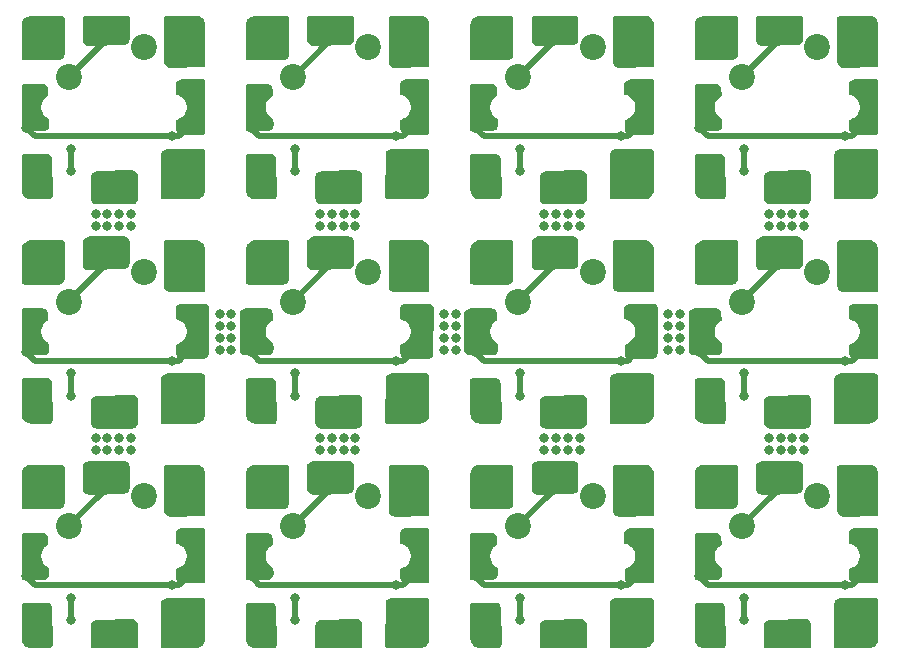
<source format=gbr>
%TF.GenerationSoftware,KiCad,Pcbnew,(5.1.9-0-10_14)*%
%TF.CreationDate,2021-09-25T06:11:46-07:00*%
%TF.ProjectId,MX-KEY-SWITCH-BOARD,4d582d4b-4559-42d5-9357-495443482d42,rev?*%
%TF.SameCoordinates,Original*%
%TF.FileFunction,Copper,L2,Bot*%
%TF.FilePolarity,Positive*%
%FSLAX46Y46*%
G04 Gerber Fmt 4.6, Leading zero omitted, Abs format (unit mm)*
G04 Created by KiCad (PCBNEW (5.1.9-0-10_14)) date 2021-09-25 06:11:46*
%MOMM*%
%LPD*%
G01*
G04 APERTURE LIST*
%TA.AperFunction,ComponentPad*%
%ADD10C,2.200000*%
%TD*%
%TA.AperFunction,ViaPad*%
%ADD11C,0.800000*%
%TD*%
%TA.AperFunction,Conductor*%
%ADD12C,0.500000*%
%TD*%
%TA.AperFunction,Conductor*%
%ADD13C,0.200000*%
%TD*%
%TA.AperFunction,Conductor*%
%ADD14C,0.100000*%
%TD*%
G04 APERTURE END LIST*
D10*
%TO.P,SW12,2*%
%TO.N,COL*%
X53250000Y-35440000D03*
%TO.P,SW12,1*%
%TO.N,Net-(D12-Pad2)*%
X59600000Y-32900000D03*
%TD*%
%TO.P,SW11,2*%
%TO.N,COL*%
X34250000Y-35440000D03*
%TO.P,SW11,1*%
%TO.N,Net-(D11-Pad2)*%
X40600000Y-32900000D03*
%TD*%
%TO.P,SW10,2*%
%TO.N,COL*%
X15250000Y-35440000D03*
%TO.P,SW10,1*%
%TO.N,Net-(D10-Pad2)*%
X21600000Y-32900000D03*
%TD*%
%TO.P,SW9,2*%
%TO.N,COL*%
X-3750000Y-35440000D03*
%TO.P,SW9,1*%
%TO.N,Net-(D9-Pad2)*%
X2600000Y-32900000D03*
%TD*%
%TO.P,SW8,2*%
%TO.N,COL*%
X53250000Y-16440000D03*
%TO.P,SW8,1*%
%TO.N,Net-(D8-Pad2)*%
X59600000Y-13900000D03*
%TD*%
%TO.P,SW7,2*%
%TO.N,COL*%
X34250000Y-16440000D03*
%TO.P,SW7,1*%
%TO.N,Net-(D7-Pad2)*%
X40600000Y-13900000D03*
%TD*%
%TO.P,SW6,2*%
%TO.N,COL*%
X15250000Y-16440000D03*
%TO.P,SW6,1*%
%TO.N,Net-(D6-Pad2)*%
X21600000Y-13900000D03*
%TD*%
%TO.P,SW5,2*%
%TO.N,COL*%
X-3750000Y-16440000D03*
%TO.P,SW5,1*%
%TO.N,Net-(D5-Pad2)*%
X2600000Y-13900000D03*
%TD*%
%TO.P,SW4,2*%
%TO.N,COL*%
X53250000Y2560000D03*
%TO.P,SW4,1*%
%TO.N,Net-(D4-Pad2)*%
X59600000Y5100000D03*
%TD*%
%TO.P,SW3,2*%
%TO.N,COL*%
X34250000Y2560000D03*
%TO.P,SW3,1*%
%TO.N,Net-(D3-Pad2)*%
X40600000Y5100000D03*
%TD*%
%TO.P,SW2,2*%
%TO.N,COL*%
X15250000Y2560000D03*
%TO.P,SW2,1*%
%TO.N,Net-(D2-Pad2)*%
X21600000Y5100000D03*
%TD*%
%TO.P,SW1,2*%
%TO.N,COL*%
X-3750000Y2560000D03*
%TO.P,SW1,1*%
%TO.N,Net-(D1-Pad2)*%
X2600000Y5100000D03*
%TD*%
D11*
%TO.N,*%
X1500000Y-9000000D03*
X500000Y-9000000D03*
X-500000Y-9000000D03*
X-1500000Y-9000000D03*
X20500000Y-9000000D03*
X19500000Y-9000000D03*
X18500000Y-9000000D03*
X17500000Y-9000000D03*
X39500000Y-9000000D03*
X38500000Y-9000000D03*
X37500000Y-9000000D03*
X36500000Y-9000000D03*
X58500000Y-9000000D03*
X57500000Y-9000000D03*
X56500000Y-9000000D03*
X55500000Y-9000000D03*
X-1500000Y-10000000D03*
X-500000Y-10000000D03*
X500000Y-10000000D03*
X1500000Y-10000000D03*
X9000000Y-17500000D03*
X9000000Y-18500000D03*
X9000000Y-19500000D03*
X9000000Y-20500000D03*
X1500000Y-28000000D03*
X500000Y-28000000D03*
X-500000Y-28000000D03*
X-1500000Y-28000000D03*
X10000000Y-17500000D03*
X10000000Y-18500000D03*
X10000000Y-19500000D03*
X10000000Y-20500000D03*
X17500000Y-10000000D03*
X18500000Y-10000000D03*
X19500000Y-10000000D03*
X20500000Y-10000000D03*
X28000000Y-17500000D03*
X28000000Y-18500000D03*
X28000000Y-19500000D03*
X28000000Y-20500000D03*
X20500000Y-28000000D03*
X19500000Y-28000000D03*
X18500000Y-28000000D03*
X17500000Y-28000000D03*
X29000000Y-17500000D03*
X29000000Y-18500000D03*
X29000000Y-19500000D03*
X29000000Y-20500000D03*
X36500000Y-10000000D03*
X37500000Y-10000000D03*
X38500000Y-10000000D03*
X39500000Y-10000000D03*
X47000000Y-17500000D03*
X47000000Y-18500000D03*
X47000000Y-19500000D03*
X47000000Y-20500000D03*
X39500000Y-28000000D03*
X38500000Y-28000000D03*
X37500000Y-28000000D03*
X36500000Y-28000000D03*
X48000000Y-17500000D03*
X48000000Y-18500000D03*
X48000000Y-19500000D03*
X48000000Y-20500000D03*
X55500000Y-10000000D03*
X56500000Y-10000000D03*
X57500000Y-10000000D03*
X58500000Y-10000000D03*
X58500000Y-28000000D03*
X57500000Y-28000000D03*
X56500000Y-28000000D03*
X55500000Y-28000000D03*
X-1500000Y-29000000D03*
X-500000Y-29000000D03*
X500000Y-29000000D03*
X1500000Y-29000000D03*
X17500000Y-29000000D03*
X18500000Y-29000000D03*
X19500000Y-29000000D03*
X20500000Y-29000000D03*
X36500000Y-29000000D03*
X37500000Y-29000000D03*
X38500000Y-29000000D03*
X39500000Y-29000000D03*
X55500000Y-29000000D03*
X56500000Y-29000000D03*
X57500000Y-29000000D03*
X58500000Y-29000000D03*
%TO.N,VCC*%
X-3600000Y-5400000D03*
X-6700000Y6800000D03*
X-3600000Y-3500000D03*
X15400000Y-5400000D03*
X12300000Y6800000D03*
X15400000Y-3500000D03*
X34400000Y-5400000D03*
X31300000Y6800000D03*
X34400000Y-3500000D03*
X53400000Y-5400000D03*
X50300000Y6800000D03*
X53400000Y-3500000D03*
X-3600000Y-24400000D03*
X-6700000Y-12200000D03*
X-3600000Y-22500000D03*
X15400000Y-24400000D03*
X12300000Y-12200000D03*
X15400000Y-22500000D03*
X34400000Y-24400000D03*
X31300000Y-12200000D03*
X34400000Y-22500000D03*
X53400000Y-24400000D03*
X50300000Y-12200000D03*
X53400000Y-22500000D03*
X-3600000Y-43400000D03*
X-6700000Y-31200000D03*
X-3600000Y-41500000D03*
X15400000Y-43400000D03*
X12300000Y-31200000D03*
X15400000Y-41500000D03*
X34400000Y-43400000D03*
X31300000Y-31200000D03*
X34400000Y-41500000D03*
X53400000Y-43400000D03*
X50300000Y-31200000D03*
X53400000Y-41500000D03*
%TO.N,DI*%
X-5900000Y-5900000D03*
X13100000Y-5900000D03*
X32100000Y-5900000D03*
X51100000Y-5900000D03*
X-5900000Y-24900000D03*
X13100000Y-24900000D03*
X32100000Y-24900000D03*
X51100000Y-24900000D03*
X-5900000Y-43900000D03*
X13100000Y-43900000D03*
X32100000Y-43900000D03*
X51100000Y-43900000D03*
%TO.N,GND*%
X6200000Y6100000D03*
X25200000Y6100000D03*
X44200000Y6100000D03*
X63200000Y6100000D03*
X6200000Y-12900000D03*
X25200000Y-12900000D03*
X44200000Y-12900000D03*
X63200000Y-12900000D03*
X6200000Y-31900000D03*
X25200000Y-31900000D03*
X44200000Y-31900000D03*
X63200000Y-31900000D03*
%TO.N,DO*%
X7000000Y-6900000D03*
X26000000Y-6900000D03*
X45000000Y-6900000D03*
X64000000Y-6900000D03*
X7000000Y-25900000D03*
X26000000Y-25900000D03*
X45000000Y-25900000D03*
X64000000Y-25900000D03*
X7000000Y-44900000D03*
X26000000Y-44900000D03*
X45000000Y-44900000D03*
X64000000Y-44900000D03*
%TO.N,COL*%
X-1100000Y-7000000D03*
X17900000Y-7000000D03*
X36900000Y-7000000D03*
X55900000Y-7000000D03*
X-1100000Y-26000000D03*
X17900000Y-26000000D03*
X36900000Y-26000000D03*
X55900000Y-26000000D03*
X-1100000Y-45000000D03*
X17900000Y-45000000D03*
X36900000Y-45000000D03*
X55900000Y-45000000D03*
%TO.N,ROW*%
X6200000Y-1800000D03*
X-7375000Y-1700000D03*
X4950001Y-2450001D03*
X25200000Y-1800000D03*
X11625000Y-1700000D03*
X23950001Y-2450001D03*
X44200000Y-1800000D03*
X30625000Y-1700000D03*
X42950001Y-2450001D03*
X63200000Y-1800000D03*
X49625000Y-1700000D03*
X61950001Y-2450001D03*
X6200000Y-20800000D03*
X-7375000Y-20700000D03*
X4950001Y-21450001D03*
X25200000Y-20800000D03*
X11625000Y-20700000D03*
X23950001Y-21450001D03*
X44200000Y-20800000D03*
X30625000Y-20700000D03*
X42950001Y-21450001D03*
X63200000Y-20800000D03*
X49625000Y-20700000D03*
X61950001Y-21450001D03*
X6200000Y-39800000D03*
X-7375000Y-39700000D03*
X4950001Y-40450001D03*
X25200000Y-39800000D03*
X11625000Y-39700000D03*
X23950001Y-40450001D03*
X44200000Y-39800000D03*
X30625000Y-39700000D03*
X42950001Y-40450001D03*
X63200000Y-39800000D03*
X49625000Y-39700000D03*
X61950001Y-40450001D03*
%TD*%
D12*
%TO.N,VCC*%
X-3600000Y-5400000D02*
X-3600000Y-3500000D01*
X15400000Y-5400000D02*
X15400000Y-3500000D01*
X34400000Y-5400000D02*
X34400000Y-3500000D01*
X53400000Y-5400000D02*
X53400000Y-3500000D01*
X-3600000Y-24400000D02*
X-3600000Y-22500000D01*
X15400000Y-24400000D02*
X15400000Y-22500000D01*
X34400000Y-24400000D02*
X34400000Y-22500000D01*
X53400000Y-24400000D02*
X53400000Y-22500000D01*
X-3600000Y-43400000D02*
X-3600000Y-41500000D01*
X15400000Y-43400000D02*
X15400000Y-41500000D01*
X34400000Y-43400000D02*
X34400000Y-41500000D01*
X53400000Y-43400000D02*
X53400000Y-41500000D01*
%TO.N,COL*%
X-710000Y7090000D02*
X-700000Y5650000D01*
X-3810000Y2540000D02*
X-700000Y5650000D01*
X290000Y-7010000D02*
X-1100000Y-7000000D01*
X18290000Y7090000D02*
X18300000Y5650000D01*
X15190000Y2540000D02*
X18300000Y5650000D01*
X19290000Y-7010000D02*
X17900000Y-7000000D01*
X37290000Y7090000D02*
X37300000Y5650000D01*
X34190000Y2540000D02*
X37300000Y5650000D01*
X38290000Y-7010000D02*
X36900000Y-7000000D01*
X56290000Y7090000D02*
X56300000Y5650000D01*
X53190000Y2540000D02*
X56300000Y5650000D01*
X57290000Y-7010000D02*
X55900000Y-7000000D01*
X-710000Y-11910000D02*
X-700000Y-13350000D01*
X-3810000Y-16460000D02*
X-700000Y-13350000D01*
X290000Y-26010000D02*
X-1100000Y-26000000D01*
X18290000Y-11910000D02*
X18300000Y-13350000D01*
X15190000Y-16460000D02*
X18300000Y-13350000D01*
X19290000Y-26010000D02*
X17900000Y-26000000D01*
X37290000Y-11910000D02*
X37300000Y-13350000D01*
X34190000Y-16460000D02*
X37300000Y-13350000D01*
X38290000Y-26010000D02*
X36900000Y-26000000D01*
X56290000Y-11910000D02*
X56300000Y-13350000D01*
X53190000Y-16460000D02*
X56300000Y-13350000D01*
X57290000Y-26010000D02*
X55900000Y-26000000D01*
X-710000Y-30910000D02*
X-700000Y-32350000D01*
X-3810000Y-35460000D02*
X-700000Y-32350000D01*
X290000Y-45010000D02*
X-1100000Y-45000000D01*
X18290000Y-30910000D02*
X18300000Y-32350000D01*
X15190000Y-35460000D02*
X18300000Y-32350000D01*
X19290000Y-45010000D02*
X17900000Y-45000000D01*
X37290000Y-30910000D02*
X37300000Y-32350000D01*
X34190000Y-35460000D02*
X37300000Y-32350000D01*
X38290000Y-45010000D02*
X36900000Y-45000000D01*
X56290000Y-30910000D02*
X56300000Y-32350000D01*
X53190000Y-35460000D02*
X56300000Y-32350000D01*
X57290000Y-45010000D02*
X55900000Y-45000000D01*
%TO.N,ROW*%
X-6624999Y-2450001D02*
X-7375000Y-1700000D01*
X6200000Y-1800000D02*
X5549999Y-2450001D01*
X4950001Y-2450001D02*
X-6624999Y-2450001D01*
X5549999Y-2450001D02*
X4950001Y-2450001D01*
X12375001Y-2450001D02*
X11625000Y-1700000D01*
X25200000Y-1800000D02*
X24549999Y-2450001D01*
X23950001Y-2450001D02*
X12375001Y-2450001D01*
X24549999Y-2450001D02*
X23950001Y-2450001D01*
X31375001Y-2450001D02*
X30625000Y-1700000D01*
X44200000Y-1800000D02*
X43549999Y-2450001D01*
X42950001Y-2450001D02*
X31375001Y-2450001D01*
X43549999Y-2450001D02*
X42950001Y-2450001D01*
X50375001Y-2450001D02*
X49625000Y-1700000D01*
X63200000Y-1800000D02*
X62549999Y-2450001D01*
X61950001Y-2450001D02*
X50375001Y-2450001D01*
X62549999Y-2450001D02*
X61950001Y-2450001D01*
X-6624999Y-21450001D02*
X-7375000Y-20700000D01*
X6200000Y-20800000D02*
X5549999Y-21450001D01*
X4950001Y-21450001D02*
X-6624999Y-21450001D01*
X5549999Y-21450001D02*
X4950001Y-21450001D01*
X12375001Y-21450001D02*
X11625000Y-20700000D01*
X25200000Y-20800000D02*
X24549999Y-21450001D01*
X23950001Y-21450001D02*
X12375001Y-21450001D01*
X24549999Y-21450001D02*
X23950001Y-21450001D01*
X31375001Y-21450001D02*
X30625000Y-20700000D01*
X44200000Y-20800000D02*
X43549999Y-21450001D01*
X42950001Y-21450001D02*
X31375001Y-21450001D01*
X43549999Y-21450001D02*
X42950001Y-21450001D01*
X50375001Y-21450001D02*
X49625000Y-20700000D01*
X63200000Y-20800000D02*
X62549999Y-21450001D01*
X61950001Y-21450001D02*
X50375001Y-21450001D01*
X62549999Y-21450001D02*
X61950001Y-21450001D01*
X-6624999Y-40450001D02*
X-7375000Y-39700000D01*
X6200000Y-39800000D02*
X5549999Y-40450001D01*
X4950001Y-40450001D02*
X-6624999Y-40450001D01*
X5549999Y-40450001D02*
X4950001Y-40450001D01*
X12375001Y-40450001D02*
X11625000Y-39700000D01*
X25200000Y-39800000D02*
X24549999Y-40450001D01*
X23950001Y-40450001D02*
X12375001Y-40450001D01*
X24549999Y-40450001D02*
X23950001Y-40450001D01*
X31375001Y-40450001D02*
X30625000Y-39700000D01*
X44200000Y-39800000D02*
X43549999Y-40450001D01*
X42950001Y-40450001D02*
X31375001Y-40450001D01*
X43549999Y-40450001D02*
X42950001Y-40450001D01*
X50375001Y-40450001D02*
X49625000Y-39700000D01*
X63200000Y-39800000D02*
X62549999Y-40450001D01*
X61950001Y-40450001D02*
X50375001Y-40450001D01*
X62549999Y-40450001D02*
X61950001Y-40450001D01*
%TD*%
D13*
%TO.N,ROW*%
X-5866319Y1879886D02*
X-5756488Y1824958D01*
X-5668576Y1739216D01*
X-5610921Y1630795D01*
X-5587587Y1502256D01*
X-5575823Y1031703D01*
X-5753082Y913263D01*
X-5913263Y753082D01*
X-6039116Y564729D01*
X-6125806Y355443D01*
X-6170000Y133265D01*
X-6170000Y-93265D01*
X-6125806Y-315443D01*
X-6039116Y-524729D01*
X-5913263Y-713082D01*
X-5753082Y-873263D01*
X-5564729Y-999116D01*
X-5524638Y-1015723D01*
X-5512947Y-1483351D01*
X-5525078Y-1595244D01*
X-5563741Y-1693769D01*
X-5626938Y-1778663D01*
X-5710228Y-1843964D01*
X-5807754Y-1885077D01*
X-5919314Y-1900000D01*
X-7675000Y-1900000D01*
X-7675000Y1900000D01*
X-5995402Y1900000D01*
X-5866319Y1879886D01*
%TA.AperFunction,Conductor*%
D14*
G36*
X-5866319Y1879886D02*
G01*
X-5756488Y1824958D01*
X-5668576Y1739216D01*
X-5610921Y1630795D01*
X-5587587Y1502256D01*
X-5575823Y1031703D01*
X-5753082Y913263D01*
X-5913263Y753082D01*
X-6039116Y564729D01*
X-6125806Y355443D01*
X-6170000Y133265D01*
X-6170000Y-93265D01*
X-6125806Y-315443D01*
X-6039116Y-524729D01*
X-5913263Y-713082D01*
X-5753082Y-873263D01*
X-5564729Y-999116D01*
X-5524638Y-1015723D01*
X-5512947Y-1483351D01*
X-5525078Y-1595244D01*
X-5563741Y-1693769D01*
X-5626938Y-1778663D01*
X-5710228Y-1843964D01*
X-5807754Y-1885077D01*
X-5919314Y-1900000D01*
X-7675000Y-1900000D01*
X-7675000Y1900000D01*
X-5995402Y1900000D01*
X-5866319Y1879886D01*
G37*
%TD.AperFunction*%
%TD*%
D13*
%TO.N,ROW*%
X7675000Y2295103D02*
X7675001Y-2190034D01*
X7598782Y-2200000D01*
X5801218Y-2200000D01*
X5692085Y-2185731D01*
X5596364Y-2146379D01*
X5513971Y-2083736D01*
X5450461Y-2002023D01*
X5410091Y-1906719D01*
X5394662Y-1797747D01*
X5387275Y-1103344D01*
X5475443Y-1085806D01*
X5684729Y-999116D01*
X5873082Y-873263D01*
X6033263Y-713082D01*
X6159116Y-524729D01*
X6245806Y-315443D01*
X6290000Y-93265D01*
X6290000Y133265D01*
X6245806Y355443D01*
X6159116Y564729D01*
X6033263Y753082D01*
X5873082Y913263D01*
X5684729Y1039116D01*
X5475443Y1125806D01*
X5363323Y1148108D01*
X5355440Y1889145D01*
X5368921Y1999880D01*
X5408287Y2097103D01*
X5471628Y2180720D01*
X5554561Y2244942D01*
X5651364Y2285342D01*
X5761946Y2300000D01*
X7638054Y2300000D01*
X7675000Y2295103D01*
%TA.AperFunction,Conductor*%
D14*
G36*
X7675000Y2295103D02*
G01*
X7675001Y-2190034D01*
X7598782Y-2200000D01*
X5801218Y-2200000D01*
X5692085Y-2185731D01*
X5596364Y-2146379D01*
X5513971Y-2083736D01*
X5450461Y-2002023D01*
X5410091Y-1906719D01*
X5394662Y-1797747D01*
X5387275Y-1103344D01*
X5475443Y-1085806D01*
X5684729Y-999116D01*
X5873082Y-873263D01*
X6033263Y-713082D01*
X6159116Y-524729D01*
X6245806Y-315443D01*
X6290000Y-93265D01*
X6290000Y133265D01*
X6245806Y355443D01*
X6159116Y564729D01*
X6033263Y753082D01*
X5873082Y913263D01*
X5684729Y1039116D01*
X5475443Y1125806D01*
X5363323Y1148108D01*
X5355440Y1889145D01*
X5368921Y1999880D01*
X5408287Y2097103D01*
X5471628Y2180720D01*
X5554561Y2244942D01*
X5651364Y2285342D01*
X5761946Y2300000D01*
X7638054Y2300000D01*
X7675000Y2295103D01*
G37*
%TD.AperFunction*%
%TD*%
D13*
%TO.N,COL*%
X1300000Y7593441D02*
X1300000Y5795402D01*
X1279886Y5666319D01*
X1224958Y5556488D01*
X1139216Y5468576D01*
X1030795Y5410921D01*
X902256Y5387587D01*
X-2083351Y5312947D01*
X-2195244Y5325078D01*
X-2293769Y5363741D01*
X-2378663Y5426938D01*
X-2443964Y5510228D01*
X-2485077Y5607754D01*
X-2500000Y5719314D01*
X-2500000Y7593441D01*
X-2489263Y7675000D01*
X1289263Y7675000D01*
X1300000Y7593441D01*
%TA.AperFunction,Conductor*%
D14*
G36*
X1300000Y7593441D02*
G01*
X1300000Y5795402D01*
X1279886Y5666319D01*
X1224958Y5556488D01*
X1139216Y5468576D01*
X1030795Y5410921D01*
X902256Y5387587D01*
X-2083351Y5312947D01*
X-2195244Y5325078D01*
X-2293769Y5363741D01*
X-2378663Y5426938D01*
X-2443964Y5510228D01*
X-2485077Y5607754D01*
X-2500000Y5719314D01*
X-2500000Y7593441D01*
X-2489263Y7675000D01*
X1289263Y7675000D01*
X1300000Y7593441D01*
G37*
%TD.AperFunction*%
%TD*%
D13*
%TO.N,COL*%
X1695244Y-5425078D02*
X1793769Y-5463741D01*
X1878663Y-5526938D01*
X1943964Y-5610228D01*
X1985077Y-5707754D01*
X2000000Y-5819314D01*
X2000000Y-7693441D01*
X1985536Y-7803307D01*
X1945664Y-7899567D01*
X1882232Y-7982232D01*
X1799567Y-8045664D01*
X1703307Y-8085536D01*
X1593441Y-8100000D01*
X-1393441Y-8100000D01*
X-1503307Y-8085536D01*
X-1599567Y-8045664D01*
X-1682232Y-7982232D01*
X-1745664Y-7899567D01*
X-1785536Y-7803307D01*
X-1800000Y-7693441D01*
X-1800000Y-5895402D01*
X-1779886Y-5766319D01*
X-1724958Y-5656488D01*
X-1639216Y-5568576D01*
X-1530795Y-5510921D01*
X-1402256Y-5487587D01*
X1583351Y-5412947D01*
X1695244Y-5425078D01*
%TA.AperFunction,Conductor*%
D14*
G36*
X1695244Y-5425078D02*
G01*
X1793769Y-5463741D01*
X1878663Y-5526938D01*
X1943964Y-5610228D01*
X1985077Y-5707754D01*
X2000000Y-5819314D01*
X2000000Y-7693441D01*
X1985536Y-7803307D01*
X1945664Y-7899567D01*
X1882232Y-7982232D01*
X1799567Y-8045664D01*
X1703307Y-8085536D01*
X1593441Y-8100000D01*
X-1393441Y-8100000D01*
X-1503307Y-8085536D01*
X-1599567Y-8045664D01*
X-1682232Y-7982232D01*
X-1745664Y-7899567D01*
X-1785536Y-7803307D01*
X-1800000Y-7693441D01*
X-1800000Y-5895402D01*
X-1779886Y-5766319D01*
X-1724958Y-5656488D01*
X-1639216Y-5568576D01*
X-1530795Y-5510921D01*
X-1402256Y-5487587D01*
X1583351Y-5412947D01*
X1695244Y-5425078D01*
G37*
%TD.AperFunction*%
%TD*%
D13*
%TO.N,GND*%
X7130805Y7660616D02*
X7256629Y7622627D01*
X7372675Y7560924D01*
X7474532Y7477852D01*
X7558310Y7376582D01*
X7620819Y7260973D01*
X7659686Y7135414D01*
X7675000Y6989715D01*
X7675001Y3505943D01*
X7588066Y3493272D01*
X4811875Y3456744D01*
X4700931Y3469990D01*
X4603479Y3509234D01*
X4519641Y3572549D01*
X4455227Y3655550D01*
X4414705Y3752475D01*
X4400000Y3863230D01*
X4400000Y7550214D01*
X4414217Y7659149D01*
X4420720Y7675000D01*
X6984103Y7675000D01*
X7130805Y7660616D01*
%TA.AperFunction,Conductor*%
D14*
G36*
X7130805Y7660616D02*
G01*
X7256629Y7622627D01*
X7372675Y7560924D01*
X7474532Y7477852D01*
X7558310Y7376582D01*
X7620819Y7260973D01*
X7659686Y7135414D01*
X7675000Y6989715D01*
X7675001Y3505943D01*
X7588066Y3493272D01*
X4811875Y3456744D01*
X4700931Y3469990D01*
X4603479Y3509234D01*
X4519641Y3572549D01*
X4455227Y3655550D01*
X4414705Y3752475D01*
X4400000Y3863230D01*
X4400000Y7550214D01*
X4414217Y7659149D01*
X4420720Y7675000D01*
X6984103Y7675000D01*
X7130805Y7660616D01*
G37*
%TD.AperFunction*%
%TD*%
D13*
%TO.N,VCC*%
X-4214464Y7603307D02*
X-4200000Y7493441D01*
X-4200000Y4506559D01*
X-4214464Y4396693D01*
X-4254336Y4300433D01*
X-4317768Y4217768D01*
X-4400433Y4154336D01*
X-4496693Y4114464D01*
X-4606559Y4100000D01*
X-7493441Y4100000D01*
X-7603307Y4114464D01*
X-7675000Y4144160D01*
X-7675000Y6984103D01*
X-7660616Y7130805D01*
X-7622627Y7256629D01*
X-7560924Y7372675D01*
X-7477852Y7474532D01*
X-7376582Y7558310D01*
X-7260973Y7620819D01*
X-7135414Y7659686D01*
X-6989715Y7675000D01*
X-4244160Y7675000D01*
X-4214464Y7603307D01*
%TA.AperFunction,Conductor*%
D14*
G36*
X-4214464Y7603307D02*
G01*
X-4200000Y7493441D01*
X-4200000Y4506559D01*
X-4214464Y4396693D01*
X-4254336Y4300433D01*
X-4317768Y4217768D01*
X-4400433Y4154336D01*
X-4496693Y4114464D01*
X-4606559Y4100000D01*
X-7493441Y4100000D01*
X-7603307Y4114464D01*
X-7675000Y4144160D01*
X-7675000Y6984103D01*
X-7660616Y7130805D01*
X-7622627Y7256629D01*
X-7560924Y7372675D01*
X-7477852Y7474532D01*
X-7376582Y7558310D01*
X-7260973Y7620819D01*
X-7135414Y7659686D01*
X-6989715Y7675000D01*
X-4244160Y7675000D01*
X-4214464Y7603307D01*
G37*
%TD.AperFunction*%
%TD*%
D13*
%TO.N,DO*%
X7558119Y-3614261D02*
X7653820Y-3653591D01*
X7675000Y-3669688D01*
X7675001Y-6984094D01*
X7660616Y-7130805D01*
X7622627Y-7256629D01*
X7560924Y-7372675D01*
X7477853Y-7474531D01*
X7376586Y-7558307D01*
X7260973Y-7620819D01*
X7135410Y-7659687D01*
X6989716Y-7675000D01*
X4149568Y-7675000D01*
X4119121Y-7599725D01*
X4105684Y-7488959D01*
X4144428Y-4002059D01*
X4159899Y-3893129D01*
X4200290Y-3797870D01*
X4263807Y-3716194D01*
X4346180Y-3653591D01*
X4441881Y-3614261D01*
X4550987Y-3600000D01*
X7449013Y-3600000D01*
X7558119Y-3614261D01*
%TA.AperFunction,Conductor*%
D14*
G36*
X7558119Y-3614261D02*
G01*
X7653820Y-3653591D01*
X7675000Y-3669688D01*
X7675001Y-6984094D01*
X7660616Y-7130805D01*
X7622627Y-7256629D01*
X7560924Y-7372675D01*
X7477853Y-7474531D01*
X7376586Y-7558307D01*
X7260973Y-7620819D01*
X7135410Y-7659687D01*
X6989716Y-7675000D01*
X4149568Y-7675000D01*
X4119121Y-7599725D01*
X4105684Y-7488959D01*
X4144428Y-4002059D01*
X4159899Y-3893129D01*
X4200290Y-3797870D01*
X4263807Y-3716194D01*
X4346180Y-3653591D01*
X4441881Y-3614261D01*
X4550987Y-3600000D01*
X7449013Y-3600000D01*
X7558119Y-3614261D01*
G37*
%TD.AperFunction*%
%TD*%
D13*
%TO.N,DI*%
X-5566319Y-4020114D02*
X-5456488Y-4075042D01*
X-5368576Y-4160784D01*
X-5310921Y-4269205D01*
X-5287587Y-4397744D01*
X-5212947Y-7383351D01*
X-5225078Y-7495244D01*
X-5263741Y-7593769D01*
X-5324211Y-7675000D01*
X-6984104Y-7675000D01*
X-7130805Y-7660616D01*
X-7256629Y-7622627D01*
X-7372675Y-7560924D01*
X-7474531Y-7477853D01*
X-7558307Y-7376586D01*
X-7620819Y-7260973D01*
X-7659687Y-7135410D01*
X-7675000Y-6989716D01*
X-7675000Y-4044160D01*
X-7603307Y-4014464D01*
X-7493441Y-4000000D01*
X-5695402Y-4000000D01*
X-5566319Y-4020114D01*
%TA.AperFunction,Conductor*%
D14*
G36*
X-5566319Y-4020114D02*
G01*
X-5456488Y-4075042D01*
X-5368576Y-4160784D01*
X-5310921Y-4269205D01*
X-5287587Y-4397744D01*
X-5212947Y-7383351D01*
X-5225078Y-7495244D01*
X-5263741Y-7593769D01*
X-5324211Y-7675000D01*
X-6984104Y-7675000D01*
X-7130805Y-7660616D01*
X-7256629Y-7622627D01*
X-7372675Y-7560924D01*
X-7474531Y-7477853D01*
X-7558307Y-7376586D01*
X-7620819Y-7260973D01*
X-7659687Y-7135410D01*
X-7675000Y-6989716D01*
X-7675000Y-4044160D01*
X-7603307Y-4014464D01*
X-7493441Y-4000000D01*
X-5695402Y-4000000D01*
X-5566319Y-4020114D01*
G37*
%TD.AperFunction*%
%TD*%
D13*
%TO.N,ROW*%
X13133681Y1879886D02*
X13243512Y1824958D01*
X13331424Y1739216D01*
X13389079Y1630795D01*
X13412413Y1502256D01*
X13424177Y1031703D01*
X13246918Y913263D01*
X13086737Y753082D01*
X12960884Y564729D01*
X12874194Y355443D01*
X12830000Y133265D01*
X12830000Y-93265D01*
X12874194Y-315443D01*
X12960884Y-524729D01*
X13086737Y-713082D01*
X13246918Y-873263D01*
X13435271Y-999116D01*
X13475362Y-1015723D01*
X13487053Y-1483351D01*
X13474922Y-1595244D01*
X13436259Y-1693769D01*
X13373062Y-1778663D01*
X13289772Y-1843964D01*
X13192246Y-1885077D01*
X13080686Y-1900000D01*
X11325000Y-1900000D01*
X11325000Y1900000D01*
X13004598Y1900000D01*
X13133681Y1879886D01*
%TA.AperFunction,Conductor*%
D14*
G36*
X13133681Y1879886D02*
G01*
X13243512Y1824958D01*
X13331424Y1739216D01*
X13389079Y1630795D01*
X13412413Y1502256D01*
X13424177Y1031703D01*
X13246918Y913263D01*
X13086737Y753082D01*
X12960884Y564729D01*
X12874194Y355443D01*
X12830000Y133265D01*
X12830000Y-93265D01*
X12874194Y-315443D01*
X12960884Y-524729D01*
X13086737Y-713082D01*
X13246918Y-873263D01*
X13435271Y-999116D01*
X13475362Y-1015723D01*
X13487053Y-1483351D01*
X13474922Y-1595244D01*
X13436259Y-1693769D01*
X13373062Y-1778663D01*
X13289772Y-1843964D01*
X13192246Y-1885077D01*
X13080686Y-1900000D01*
X11325000Y-1900000D01*
X11325000Y1900000D01*
X13004598Y1900000D01*
X13133681Y1879886D01*
G37*
%TD.AperFunction*%
%TD*%
D13*
%TO.N,ROW*%
X26675001Y2295103D02*
X26675000Y-2190035D01*
X26598782Y-2200000D01*
X24801218Y-2200000D01*
X24692085Y-2185731D01*
X24596364Y-2146379D01*
X24513971Y-2083736D01*
X24450461Y-2002023D01*
X24410091Y-1906719D01*
X24394662Y-1797747D01*
X24387275Y-1103344D01*
X24475443Y-1085806D01*
X24684729Y-999116D01*
X24873082Y-873263D01*
X25033263Y-713082D01*
X25159116Y-524729D01*
X25245806Y-315443D01*
X25290000Y-93265D01*
X25290000Y133265D01*
X25245806Y355443D01*
X25159116Y564729D01*
X25033263Y753082D01*
X24873082Y913263D01*
X24684729Y1039116D01*
X24475443Y1125806D01*
X24363323Y1148108D01*
X24355440Y1889145D01*
X24368921Y1999880D01*
X24408287Y2097103D01*
X24471628Y2180720D01*
X24554561Y2244942D01*
X24651364Y2285342D01*
X24761946Y2300000D01*
X26638054Y2300000D01*
X26675001Y2295103D01*
%TA.AperFunction,Conductor*%
D14*
G36*
X26675001Y2295103D02*
G01*
X26675000Y-2190035D01*
X26598782Y-2200000D01*
X24801218Y-2200000D01*
X24692085Y-2185731D01*
X24596364Y-2146379D01*
X24513971Y-2083736D01*
X24450461Y-2002023D01*
X24410091Y-1906719D01*
X24394662Y-1797747D01*
X24387275Y-1103344D01*
X24475443Y-1085806D01*
X24684729Y-999116D01*
X24873082Y-873263D01*
X25033263Y-713082D01*
X25159116Y-524729D01*
X25245806Y-315443D01*
X25290000Y-93265D01*
X25290000Y133265D01*
X25245806Y355443D01*
X25159116Y564729D01*
X25033263Y753082D01*
X24873082Y913263D01*
X24684729Y1039116D01*
X24475443Y1125806D01*
X24363323Y1148108D01*
X24355440Y1889145D01*
X24368921Y1999880D01*
X24408287Y2097103D01*
X24471628Y2180720D01*
X24554561Y2244942D01*
X24651364Y2285342D01*
X24761946Y2300000D01*
X26638054Y2300000D01*
X26675001Y2295103D01*
G37*
%TD.AperFunction*%
%TD*%
D13*
%TO.N,COL*%
X20300000Y7593441D02*
X20300000Y5795402D01*
X20279886Y5666319D01*
X20224958Y5556488D01*
X20139216Y5468576D01*
X20030795Y5410921D01*
X19902256Y5387587D01*
X16916649Y5312947D01*
X16804756Y5325078D01*
X16706231Y5363741D01*
X16621337Y5426938D01*
X16556036Y5510228D01*
X16514923Y5607754D01*
X16500000Y5719314D01*
X16500000Y7593441D01*
X16510737Y7675000D01*
X20289263Y7675000D01*
X20300000Y7593441D01*
%TA.AperFunction,Conductor*%
D14*
G36*
X20300000Y7593441D02*
G01*
X20300000Y5795402D01*
X20279886Y5666319D01*
X20224958Y5556488D01*
X20139216Y5468576D01*
X20030795Y5410921D01*
X19902256Y5387587D01*
X16916649Y5312947D01*
X16804756Y5325078D01*
X16706231Y5363741D01*
X16621337Y5426938D01*
X16556036Y5510228D01*
X16514923Y5607754D01*
X16500000Y5719314D01*
X16500000Y7593441D01*
X16510737Y7675000D01*
X20289263Y7675000D01*
X20300000Y7593441D01*
G37*
%TD.AperFunction*%
%TD*%
D13*
%TO.N,COL*%
X20695244Y-5425078D02*
X20793769Y-5463741D01*
X20878663Y-5526938D01*
X20943964Y-5610228D01*
X20985077Y-5707754D01*
X21000000Y-5819314D01*
X21000000Y-7693441D01*
X20985536Y-7803307D01*
X20945664Y-7899567D01*
X20882232Y-7982232D01*
X20799567Y-8045664D01*
X20703307Y-8085536D01*
X20593441Y-8100000D01*
X17606559Y-8100000D01*
X17496693Y-8085536D01*
X17400433Y-8045664D01*
X17317768Y-7982232D01*
X17254336Y-7899567D01*
X17214464Y-7803307D01*
X17200000Y-7693441D01*
X17200000Y-5895402D01*
X17220114Y-5766319D01*
X17275042Y-5656488D01*
X17360784Y-5568576D01*
X17469205Y-5510921D01*
X17597744Y-5487587D01*
X20583351Y-5412947D01*
X20695244Y-5425078D01*
%TA.AperFunction,Conductor*%
D14*
G36*
X20695244Y-5425078D02*
G01*
X20793769Y-5463741D01*
X20878663Y-5526938D01*
X20943964Y-5610228D01*
X20985077Y-5707754D01*
X21000000Y-5819314D01*
X21000000Y-7693441D01*
X20985536Y-7803307D01*
X20945664Y-7899567D01*
X20882232Y-7982232D01*
X20799567Y-8045664D01*
X20703307Y-8085536D01*
X20593441Y-8100000D01*
X17606559Y-8100000D01*
X17496693Y-8085536D01*
X17400433Y-8045664D01*
X17317768Y-7982232D01*
X17254336Y-7899567D01*
X17214464Y-7803307D01*
X17200000Y-7693441D01*
X17200000Y-5895402D01*
X17220114Y-5766319D01*
X17275042Y-5656488D01*
X17360784Y-5568576D01*
X17469205Y-5510921D01*
X17597744Y-5487587D01*
X20583351Y-5412947D01*
X20695244Y-5425078D01*
G37*
%TD.AperFunction*%
%TD*%
D13*
%TO.N,GND*%
X26130805Y7660616D02*
X26256629Y7622627D01*
X26372675Y7560924D01*
X26474532Y7477852D01*
X26558310Y7376582D01*
X26620819Y7260973D01*
X26659686Y7135414D01*
X26675000Y6989715D01*
X26675001Y3505943D01*
X26588066Y3493272D01*
X23811875Y3456744D01*
X23700931Y3469990D01*
X23603479Y3509234D01*
X23519641Y3572549D01*
X23455227Y3655550D01*
X23414705Y3752475D01*
X23400000Y3863230D01*
X23400000Y7550214D01*
X23414217Y7659149D01*
X23420720Y7675000D01*
X25984103Y7675000D01*
X26130805Y7660616D01*
%TA.AperFunction,Conductor*%
D14*
G36*
X26130805Y7660616D02*
G01*
X26256629Y7622627D01*
X26372675Y7560924D01*
X26474532Y7477852D01*
X26558310Y7376582D01*
X26620819Y7260973D01*
X26659686Y7135414D01*
X26675000Y6989715D01*
X26675001Y3505943D01*
X26588066Y3493272D01*
X23811875Y3456744D01*
X23700931Y3469990D01*
X23603479Y3509234D01*
X23519641Y3572549D01*
X23455227Y3655550D01*
X23414705Y3752475D01*
X23400000Y3863230D01*
X23400000Y7550214D01*
X23414217Y7659149D01*
X23420720Y7675000D01*
X25984103Y7675000D01*
X26130805Y7660616D01*
G37*
%TD.AperFunction*%
%TD*%
D13*
%TO.N,VCC*%
X14785536Y7603307D02*
X14800000Y7493441D01*
X14800000Y4506559D01*
X14785536Y4396693D01*
X14745664Y4300433D01*
X14682232Y4217768D01*
X14599567Y4154336D01*
X14503307Y4114464D01*
X14393441Y4100000D01*
X11506559Y4100000D01*
X11396693Y4114464D01*
X11325000Y4144160D01*
X11325000Y6984103D01*
X11339384Y7130805D01*
X11377373Y7256629D01*
X11439076Y7372675D01*
X11522148Y7474532D01*
X11623418Y7558310D01*
X11739027Y7620819D01*
X11864586Y7659686D01*
X12010285Y7675000D01*
X14755840Y7675000D01*
X14785536Y7603307D01*
%TA.AperFunction,Conductor*%
D14*
G36*
X14785536Y7603307D02*
G01*
X14800000Y7493441D01*
X14800000Y4506559D01*
X14785536Y4396693D01*
X14745664Y4300433D01*
X14682232Y4217768D01*
X14599567Y4154336D01*
X14503307Y4114464D01*
X14393441Y4100000D01*
X11506559Y4100000D01*
X11396693Y4114464D01*
X11325000Y4144160D01*
X11325000Y6984103D01*
X11339384Y7130805D01*
X11377373Y7256629D01*
X11439076Y7372675D01*
X11522148Y7474532D01*
X11623418Y7558310D01*
X11739027Y7620819D01*
X11864586Y7659686D01*
X12010285Y7675000D01*
X14755840Y7675000D01*
X14785536Y7603307D01*
G37*
%TD.AperFunction*%
%TD*%
D13*
%TO.N,DO*%
X26558119Y-3614261D02*
X26653820Y-3653591D01*
X26675000Y-3669688D01*
X26675001Y-6984094D01*
X26660616Y-7130805D01*
X26622627Y-7256629D01*
X26560924Y-7372675D01*
X26477853Y-7474531D01*
X26376586Y-7558307D01*
X26260973Y-7620819D01*
X26135410Y-7659687D01*
X25989716Y-7675000D01*
X23149568Y-7675000D01*
X23119121Y-7599725D01*
X23105684Y-7488959D01*
X23144428Y-4002059D01*
X23159899Y-3893129D01*
X23200290Y-3797870D01*
X23263807Y-3716194D01*
X23346180Y-3653591D01*
X23441881Y-3614261D01*
X23550987Y-3600000D01*
X26449013Y-3600000D01*
X26558119Y-3614261D01*
%TA.AperFunction,Conductor*%
D14*
G36*
X26558119Y-3614261D02*
G01*
X26653820Y-3653591D01*
X26675000Y-3669688D01*
X26675001Y-6984094D01*
X26660616Y-7130805D01*
X26622627Y-7256629D01*
X26560924Y-7372675D01*
X26477853Y-7474531D01*
X26376586Y-7558307D01*
X26260973Y-7620819D01*
X26135410Y-7659687D01*
X25989716Y-7675000D01*
X23149568Y-7675000D01*
X23119121Y-7599725D01*
X23105684Y-7488959D01*
X23144428Y-4002059D01*
X23159899Y-3893129D01*
X23200290Y-3797870D01*
X23263807Y-3716194D01*
X23346180Y-3653591D01*
X23441881Y-3614261D01*
X23550987Y-3600000D01*
X26449013Y-3600000D01*
X26558119Y-3614261D01*
G37*
%TD.AperFunction*%
%TD*%
D13*
%TO.N,DI*%
X13433681Y-4020114D02*
X13543512Y-4075042D01*
X13631424Y-4160784D01*
X13689079Y-4269205D01*
X13712413Y-4397744D01*
X13787053Y-7383351D01*
X13774922Y-7495244D01*
X13736259Y-7593769D01*
X13675789Y-7675000D01*
X12015896Y-7675000D01*
X11869195Y-7660616D01*
X11743371Y-7622627D01*
X11627325Y-7560924D01*
X11525469Y-7477853D01*
X11441693Y-7376586D01*
X11379181Y-7260973D01*
X11340313Y-7135410D01*
X11325000Y-6989716D01*
X11325000Y-4044160D01*
X11396693Y-4014464D01*
X11506559Y-4000000D01*
X13304598Y-4000000D01*
X13433681Y-4020114D01*
%TA.AperFunction,Conductor*%
D14*
G36*
X13433681Y-4020114D02*
G01*
X13543512Y-4075042D01*
X13631424Y-4160784D01*
X13689079Y-4269205D01*
X13712413Y-4397744D01*
X13787053Y-7383351D01*
X13774922Y-7495244D01*
X13736259Y-7593769D01*
X13675789Y-7675000D01*
X12015896Y-7675000D01*
X11869195Y-7660616D01*
X11743371Y-7622627D01*
X11627325Y-7560924D01*
X11525469Y-7477853D01*
X11441693Y-7376586D01*
X11379181Y-7260973D01*
X11340313Y-7135410D01*
X11325000Y-6989716D01*
X11325000Y-4044160D01*
X11396693Y-4014464D01*
X11506559Y-4000000D01*
X13304598Y-4000000D01*
X13433681Y-4020114D01*
G37*
%TD.AperFunction*%
%TD*%
D13*
%TO.N,ROW*%
X32133681Y1879886D02*
X32243512Y1824958D01*
X32331424Y1739216D01*
X32389079Y1630795D01*
X32412413Y1502256D01*
X32424177Y1031703D01*
X32246918Y913263D01*
X32086737Y753082D01*
X31960884Y564729D01*
X31874194Y355443D01*
X31830000Y133265D01*
X31830000Y-93265D01*
X31874194Y-315443D01*
X31960884Y-524729D01*
X32086737Y-713082D01*
X32246918Y-873263D01*
X32435271Y-999116D01*
X32475362Y-1015723D01*
X32487053Y-1483351D01*
X32474922Y-1595244D01*
X32436259Y-1693769D01*
X32373062Y-1778663D01*
X32289772Y-1843964D01*
X32192246Y-1885077D01*
X32080686Y-1900000D01*
X30325000Y-1900000D01*
X30325000Y1900000D01*
X32004598Y1900000D01*
X32133681Y1879886D01*
%TA.AperFunction,Conductor*%
D14*
G36*
X32133681Y1879886D02*
G01*
X32243512Y1824958D01*
X32331424Y1739216D01*
X32389079Y1630795D01*
X32412413Y1502256D01*
X32424177Y1031703D01*
X32246918Y913263D01*
X32086737Y753082D01*
X31960884Y564729D01*
X31874194Y355443D01*
X31830000Y133265D01*
X31830000Y-93265D01*
X31874194Y-315443D01*
X31960884Y-524729D01*
X32086737Y-713082D01*
X32246918Y-873263D01*
X32435271Y-999116D01*
X32475362Y-1015723D01*
X32487053Y-1483351D01*
X32474922Y-1595244D01*
X32436259Y-1693769D01*
X32373062Y-1778663D01*
X32289772Y-1843964D01*
X32192246Y-1885077D01*
X32080686Y-1900000D01*
X30325000Y-1900000D01*
X30325000Y1900000D01*
X32004598Y1900000D01*
X32133681Y1879886D01*
G37*
%TD.AperFunction*%
%TD*%
D13*
%TO.N,ROW*%
X45675000Y2295103D02*
X45675001Y-2190034D01*
X45598782Y-2200000D01*
X43801218Y-2200000D01*
X43692085Y-2185731D01*
X43596364Y-2146379D01*
X43513971Y-2083736D01*
X43450461Y-2002023D01*
X43410091Y-1906719D01*
X43394662Y-1797747D01*
X43387275Y-1103344D01*
X43475443Y-1085806D01*
X43684729Y-999116D01*
X43873082Y-873263D01*
X44033263Y-713082D01*
X44159116Y-524729D01*
X44245806Y-315443D01*
X44290000Y-93265D01*
X44290000Y133265D01*
X44245806Y355443D01*
X44159116Y564729D01*
X44033263Y753082D01*
X43873082Y913263D01*
X43684729Y1039116D01*
X43475443Y1125806D01*
X43363323Y1148108D01*
X43355440Y1889145D01*
X43368921Y1999880D01*
X43408287Y2097103D01*
X43471628Y2180720D01*
X43554561Y2244942D01*
X43651364Y2285342D01*
X43761946Y2300000D01*
X45638054Y2300000D01*
X45675000Y2295103D01*
%TA.AperFunction,Conductor*%
D14*
G36*
X45675000Y2295103D02*
G01*
X45675001Y-2190034D01*
X45598782Y-2200000D01*
X43801218Y-2200000D01*
X43692085Y-2185731D01*
X43596364Y-2146379D01*
X43513971Y-2083736D01*
X43450461Y-2002023D01*
X43410091Y-1906719D01*
X43394662Y-1797747D01*
X43387275Y-1103344D01*
X43475443Y-1085806D01*
X43684729Y-999116D01*
X43873082Y-873263D01*
X44033263Y-713082D01*
X44159116Y-524729D01*
X44245806Y-315443D01*
X44290000Y-93265D01*
X44290000Y133265D01*
X44245806Y355443D01*
X44159116Y564729D01*
X44033263Y753082D01*
X43873082Y913263D01*
X43684729Y1039116D01*
X43475443Y1125806D01*
X43363323Y1148108D01*
X43355440Y1889145D01*
X43368921Y1999880D01*
X43408287Y2097103D01*
X43471628Y2180720D01*
X43554561Y2244942D01*
X43651364Y2285342D01*
X43761946Y2300000D01*
X45638054Y2300000D01*
X45675000Y2295103D01*
G37*
%TD.AperFunction*%
%TD*%
D13*
%TO.N,COL*%
X39300000Y7593441D02*
X39300000Y5795402D01*
X39279886Y5666319D01*
X39224958Y5556488D01*
X39139216Y5468576D01*
X39030795Y5410921D01*
X38902256Y5387587D01*
X35916649Y5312947D01*
X35804756Y5325078D01*
X35706231Y5363741D01*
X35621337Y5426938D01*
X35556036Y5510228D01*
X35514923Y5607754D01*
X35500000Y5719314D01*
X35500000Y7593441D01*
X35510737Y7675000D01*
X39289263Y7675000D01*
X39300000Y7593441D01*
%TA.AperFunction,Conductor*%
D14*
G36*
X39300000Y7593441D02*
G01*
X39300000Y5795402D01*
X39279886Y5666319D01*
X39224958Y5556488D01*
X39139216Y5468576D01*
X39030795Y5410921D01*
X38902256Y5387587D01*
X35916649Y5312947D01*
X35804756Y5325078D01*
X35706231Y5363741D01*
X35621337Y5426938D01*
X35556036Y5510228D01*
X35514923Y5607754D01*
X35500000Y5719314D01*
X35500000Y7593441D01*
X35510737Y7675000D01*
X39289263Y7675000D01*
X39300000Y7593441D01*
G37*
%TD.AperFunction*%
%TD*%
D13*
%TO.N,COL*%
X39695244Y-5425078D02*
X39793769Y-5463741D01*
X39878663Y-5526938D01*
X39943964Y-5610228D01*
X39985077Y-5707754D01*
X40000000Y-5819314D01*
X40000000Y-7693441D01*
X39985536Y-7803307D01*
X39945664Y-7899567D01*
X39882232Y-7982232D01*
X39799567Y-8045664D01*
X39703307Y-8085536D01*
X39593441Y-8100000D01*
X36606559Y-8100000D01*
X36496693Y-8085536D01*
X36400433Y-8045664D01*
X36317768Y-7982232D01*
X36254336Y-7899567D01*
X36214464Y-7803307D01*
X36200000Y-7693441D01*
X36200000Y-5895402D01*
X36220114Y-5766319D01*
X36275042Y-5656488D01*
X36360784Y-5568576D01*
X36469205Y-5510921D01*
X36597744Y-5487587D01*
X39583351Y-5412947D01*
X39695244Y-5425078D01*
%TA.AperFunction,Conductor*%
D14*
G36*
X39695244Y-5425078D02*
G01*
X39793769Y-5463741D01*
X39878663Y-5526938D01*
X39943964Y-5610228D01*
X39985077Y-5707754D01*
X40000000Y-5819314D01*
X40000000Y-7693441D01*
X39985536Y-7803307D01*
X39945664Y-7899567D01*
X39882232Y-7982232D01*
X39799567Y-8045664D01*
X39703307Y-8085536D01*
X39593441Y-8100000D01*
X36606559Y-8100000D01*
X36496693Y-8085536D01*
X36400433Y-8045664D01*
X36317768Y-7982232D01*
X36254336Y-7899567D01*
X36214464Y-7803307D01*
X36200000Y-7693441D01*
X36200000Y-5895402D01*
X36220114Y-5766319D01*
X36275042Y-5656488D01*
X36360784Y-5568576D01*
X36469205Y-5510921D01*
X36597744Y-5487587D01*
X39583351Y-5412947D01*
X39695244Y-5425078D01*
G37*
%TD.AperFunction*%
%TD*%
D13*
%TO.N,GND*%
X45130805Y7660616D02*
X45256629Y7622627D01*
X45372675Y7560924D01*
X45474532Y7477852D01*
X45558310Y7376582D01*
X45620819Y7260973D01*
X45659686Y7135414D01*
X45675000Y6989715D01*
X45675001Y3505943D01*
X45588066Y3493272D01*
X42811875Y3456744D01*
X42700931Y3469990D01*
X42603479Y3509234D01*
X42519641Y3572549D01*
X42455227Y3655550D01*
X42414705Y3752475D01*
X42400000Y3863230D01*
X42400000Y7550214D01*
X42414217Y7659149D01*
X42420720Y7675000D01*
X44984103Y7675000D01*
X45130805Y7660616D01*
%TA.AperFunction,Conductor*%
D14*
G36*
X45130805Y7660616D02*
G01*
X45256629Y7622627D01*
X45372675Y7560924D01*
X45474532Y7477852D01*
X45558310Y7376582D01*
X45620819Y7260973D01*
X45659686Y7135414D01*
X45675000Y6989715D01*
X45675001Y3505943D01*
X45588066Y3493272D01*
X42811875Y3456744D01*
X42700931Y3469990D01*
X42603479Y3509234D01*
X42519641Y3572549D01*
X42455227Y3655550D01*
X42414705Y3752475D01*
X42400000Y3863230D01*
X42400000Y7550214D01*
X42414217Y7659149D01*
X42420720Y7675000D01*
X44984103Y7675000D01*
X45130805Y7660616D01*
G37*
%TD.AperFunction*%
%TD*%
D13*
%TO.N,VCC*%
X33785536Y7603307D02*
X33800000Y7493441D01*
X33800000Y4506559D01*
X33785536Y4396693D01*
X33745664Y4300433D01*
X33682232Y4217768D01*
X33599567Y4154336D01*
X33503307Y4114464D01*
X33393441Y4100000D01*
X30506559Y4100000D01*
X30396693Y4114464D01*
X30325000Y4144160D01*
X30325000Y6984103D01*
X30339384Y7130805D01*
X30377373Y7256629D01*
X30439076Y7372675D01*
X30522148Y7474532D01*
X30623418Y7558310D01*
X30739027Y7620819D01*
X30864586Y7659686D01*
X31010285Y7675000D01*
X33755840Y7675000D01*
X33785536Y7603307D01*
%TA.AperFunction,Conductor*%
D14*
G36*
X33785536Y7603307D02*
G01*
X33800000Y7493441D01*
X33800000Y4506559D01*
X33785536Y4396693D01*
X33745664Y4300433D01*
X33682232Y4217768D01*
X33599567Y4154336D01*
X33503307Y4114464D01*
X33393441Y4100000D01*
X30506559Y4100000D01*
X30396693Y4114464D01*
X30325000Y4144160D01*
X30325000Y6984103D01*
X30339384Y7130805D01*
X30377373Y7256629D01*
X30439076Y7372675D01*
X30522148Y7474532D01*
X30623418Y7558310D01*
X30739027Y7620819D01*
X30864586Y7659686D01*
X31010285Y7675000D01*
X33755840Y7675000D01*
X33785536Y7603307D01*
G37*
%TD.AperFunction*%
%TD*%
D13*
%TO.N,DO*%
X45558119Y-3614261D02*
X45653820Y-3653591D01*
X45675000Y-3669688D01*
X45675001Y-6984094D01*
X45660616Y-7130805D01*
X45622627Y-7256629D01*
X45560924Y-7372675D01*
X45477853Y-7474531D01*
X45376586Y-7558307D01*
X45260973Y-7620819D01*
X45135410Y-7659687D01*
X44989716Y-7675000D01*
X42149568Y-7675000D01*
X42119121Y-7599725D01*
X42105684Y-7488959D01*
X42144428Y-4002059D01*
X42159899Y-3893129D01*
X42200290Y-3797870D01*
X42263807Y-3716194D01*
X42346180Y-3653591D01*
X42441881Y-3614261D01*
X42550987Y-3600000D01*
X45449013Y-3600000D01*
X45558119Y-3614261D01*
%TA.AperFunction,Conductor*%
D14*
G36*
X45558119Y-3614261D02*
G01*
X45653820Y-3653591D01*
X45675000Y-3669688D01*
X45675001Y-6984094D01*
X45660616Y-7130805D01*
X45622627Y-7256629D01*
X45560924Y-7372675D01*
X45477853Y-7474531D01*
X45376586Y-7558307D01*
X45260973Y-7620819D01*
X45135410Y-7659687D01*
X44989716Y-7675000D01*
X42149568Y-7675000D01*
X42119121Y-7599725D01*
X42105684Y-7488959D01*
X42144428Y-4002059D01*
X42159899Y-3893129D01*
X42200290Y-3797870D01*
X42263807Y-3716194D01*
X42346180Y-3653591D01*
X42441881Y-3614261D01*
X42550987Y-3600000D01*
X45449013Y-3600000D01*
X45558119Y-3614261D01*
G37*
%TD.AperFunction*%
%TD*%
D13*
%TO.N,DI*%
X32433681Y-4020114D02*
X32543512Y-4075042D01*
X32631424Y-4160784D01*
X32689079Y-4269205D01*
X32712413Y-4397744D01*
X32787053Y-7383351D01*
X32774922Y-7495244D01*
X32736259Y-7593769D01*
X32675789Y-7675000D01*
X31015896Y-7675000D01*
X30869195Y-7660616D01*
X30743371Y-7622627D01*
X30627325Y-7560924D01*
X30525469Y-7477853D01*
X30441693Y-7376586D01*
X30379181Y-7260973D01*
X30340313Y-7135410D01*
X30325000Y-6989716D01*
X30325000Y-4044160D01*
X30396693Y-4014464D01*
X30506559Y-4000000D01*
X32304598Y-4000000D01*
X32433681Y-4020114D01*
%TA.AperFunction,Conductor*%
D14*
G36*
X32433681Y-4020114D02*
G01*
X32543512Y-4075042D01*
X32631424Y-4160784D01*
X32689079Y-4269205D01*
X32712413Y-4397744D01*
X32787053Y-7383351D01*
X32774922Y-7495244D01*
X32736259Y-7593769D01*
X32675789Y-7675000D01*
X31015896Y-7675000D01*
X30869195Y-7660616D01*
X30743371Y-7622627D01*
X30627325Y-7560924D01*
X30525469Y-7477853D01*
X30441693Y-7376586D01*
X30379181Y-7260973D01*
X30340313Y-7135410D01*
X30325000Y-6989716D01*
X30325000Y-4044160D01*
X30396693Y-4014464D01*
X30506559Y-4000000D01*
X32304598Y-4000000D01*
X32433681Y-4020114D01*
G37*
%TD.AperFunction*%
%TD*%
D13*
%TO.N,ROW*%
X51133681Y1879886D02*
X51243512Y1824958D01*
X51331424Y1739216D01*
X51389079Y1630795D01*
X51412413Y1502256D01*
X51424177Y1031703D01*
X51246918Y913263D01*
X51086737Y753082D01*
X50960884Y564729D01*
X50874194Y355443D01*
X50830000Y133265D01*
X50830000Y-93265D01*
X50874194Y-315443D01*
X50960884Y-524729D01*
X51086737Y-713082D01*
X51246918Y-873263D01*
X51435271Y-999116D01*
X51475362Y-1015723D01*
X51487053Y-1483351D01*
X51474922Y-1595244D01*
X51436259Y-1693769D01*
X51373062Y-1778663D01*
X51289772Y-1843964D01*
X51192246Y-1885077D01*
X51080686Y-1900000D01*
X49325000Y-1900000D01*
X49325000Y1900000D01*
X51004598Y1900000D01*
X51133681Y1879886D01*
%TA.AperFunction,Conductor*%
D14*
G36*
X51133681Y1879886D02*
G01*
X51243512Y1824958D01*
X51331424Y1739216D01*
X51389079Y1630795D01*
X51412413Y1502256D01*
X51424177Y1031703D01*
X51246918Y913263D01*
X51086737Y753082D01*
X50960884Y564729D01*
X50874194Y355443D01*
X50830000Y133265D01*
X50830000Y-93265D01*
X50874194Y-315443D01*
X50960884Y-524729D01*
X51086737Y-713082D01*
X51246918Y-873263D01*
X51435271Y-999116D01*
X51475362Y-1015723D01*
X51487053Y-1483351D01*
X51474922Y-1595244D01*
X51436259Y-1693769D01*
X51373062Y-1778663D01*
X51289772Y-1843964D01*
X51192246Y-1885077D01*
X51080686Y-1900000D01*
X49325000Y-1900000D01*
X49325000Y1900000D01*
X51004598Y1900000D01*
X51133681Y1879886D01*
G37*
%TD.AperFunction*%
%TD*%
D13*
%TO.N,ROW*%
X64675000Y2295103D02*
X64675001Y-2190034D01*
X64598782Y-2200000D01*
X62801218Y-2200000D01*
X62692085Y-2185731D01*
X62596364Y-2146379D01*
X62513971Y-2083736D01*
X62450461Y-2002023D01*
X62410091Y-1906719D01*
X62394662Y-1797747D01*
X62387275Y-1103344D01*
X62475443Y-1085806D01*
X62684729Y-999116D01*
X62873082Y-873263D01*
X63033263Y-713082D01*
X63159116Y-524729D01*
X63245806Y-315443D01*
X63290000Y-93265D01*
X63290000Y133265D01*
X63245806Y355443D01*
X63159116Y564729D01*
X63033263Y753082D01*
X62873082Y913263D01*
X62684729Y1039116D01*
X62475443Y1125806D01*
X62363323Y1148108D01*
X62355440Y1889145D01*
X62368921Y1999880D01*
X62408287Y2097103D01*
X62471628Y2180720D01*
X62554561Y2244942D01*
X62651364Y2285342D01*
X62761946Y2300000D01*
X64638054Y2300000D01*
X64675000Y2295103D01*
%TA.AperFunction,Conductor*%
D14*
G36*
X64675000Y2295103D02*
G01*
X64675001Y-2190034D01*
X64598782Y-2200000D01*
X62801218Y-2200000D01*
X62692085Y-2185731D01*
X62596364Y-2146379D01*
X62513971Y-2083736D01*
X62450461Y-2002023D01*
X62410091Y-1906719D01*
X62394662Y-1797747D01*
X62387275Y-1103344D01*
X62475443Y-1085806D01*
X62684729Y-999116D01*
X62873082Y-873263D01*
X63033263Y-713082D01*
X63159116Y-524729D01*
X63245806Y-315443D01*
X63290000Y-93265D01*
X63290000Y133265D01*
X63245806Y355443D01*
X63159116Y564729D01*
X63033263Y753082D01*
X62873082Y913263D01*
X62684729Y1039116D01*
X62475443Y1125806D01*
X62363323Y1148108D01*
X62355440Y1889145D01*
X62368921Y1999880D01*
X62408287Y2097103D01*
X62471628Y2180720D01*
X62554561Y2244942D01*
X62651364Y2285342D01*
X62761946Y2300000D01*
X64638054Y2300000D01*
X64675000Y2295103D01*
G37*
%TD.AperFunction*%
%TD*%
D13*
%TO.N,COL*%
X58300000Y7593441D02*
X58300000Y5795402D01*
X58279886Y5666319D01*
X58224958Y5556488D01*
X58139216Y5468576D01*
X58030795Y5410921D01*
X57902256Y5387587D01*
X54916649Y5312947D01*
X54804756Y5325078D01*
X54706231Y5363741D01*
X54621337Y5426938D01*
X54556036Y5510228D01*
X54514923Y5607754D01*
X54500000Y5719314D01*
X54500000Y7593441D01*
X54510737Y7675000D01*
X58289263Y7675000D01*
X58300000Y7593441D01*
%TA.AperFunction,Conductor*%
D14*
G36*
X58300000Y7593441D02*
G01*
X58300000Y5795402D01*
X58279886Y5666319D01*
X58224958Y5556488D01*
X58139216Y5468576D01*
X58030795Y5410921D01*
X57902256Y5387587D01*
X54916649Y5312947D01*
X54804756Y5325078D01*
X54706231Y5363741D01*
X54621337Y5426938D01*
X54556036Y5510228D01*
X54514923Y5607754D01*
X54500000Y5719314D01*
X54500000Y7593441D01*
X54510737Y7675000D01*
X58289263Y7675000D01*
X58300000Y7593441D01*
G37*
%TD.AperFunction*%
%TD*%
D13*
%TO.N,COL*%
X58695244Y-5425078D02*
X58793769Y-5463741D01*
X58878663Y-5526938D01*
X58943964Y-5610228D01*
X58985077Y-5707754D01*
X59000000Y-5819314D01*
X59000000Y-7693441D01*
X58985536Y-7803307D01*
X58945664Y-7899567D01*
X58882232Y-7982232D01*
X58799567Y-8045664D01*
X58703307Y-8085536D01*
X58593441Y-8100000D01*
X55606559Y-8100000D01*
X55496693Y-8085536D01*
X55400433Y-8045664D01*
X55317768Y-7982232D01*
X55254336Y-7899567D01*
X55214464Y-7803307D01*
X55200000Y-7693441D01*
X55200000Y-5895402D01*
X55220114Y-5766319D01*
X55275042Y-5656488D01*
X55360784Y-5568576D01*
X55469205Y-5510921D01*
X55597744Y-5487587D01*
X58583351Y-5412947D01*
X58695244Y-5425078D01*
%TA.AperFunction,Conductor*%
D14*
G36*
X58695244Y-5425078D02*
G01*
X58793769Y-5463741D01*
X58878663Y-5526938D01*
X58943964Y-5610228D01*
X58985077Y-5707754D01*
X59000000Y-5819314D01*
X59000000Y-7693441D01*
X58985536Y-7803307D01*
X58945664Y-7899567D01*
X58882232Y-7982232D01*
X58799567Y-8045664D01*
X58703307Y-8085536D01*
X58593441Y-8100000D01*
X55606559Y-8100000D01*
X55496693Y-8085536D01*
X55400433Y-8045664D01*
X55317768Y-7982232D01*
X55254336Y-7899567D01*
X55214464Y-7803307D01*
X55200000Y-7693441D01*
X55200000Y-5895402D01*
X55220114Y-5766319D01*
X55275042Y-5656488D01*
X55360784Y-5568576D01*
X55469205Y-5510921D01*
X55597744Y-5487587D01*
X58583351Y-5412947D01*
X58695244Y-5425078D01*
G37*
%TD.AperFunction*%
%TD*%
D13*
%TO.N,GND*%
X64130805Y7660616D02*
X64256629Y7622627D01*
X64372675Y7560924D01*
X64474532Y7477852D01*
X64558310Y7376582D01*
X64620819Y7260973D01*
X64659686Y7135414D01*
X64675000Y6989715D01*
X64675001Y3505943D01*
X64588066Y3493272D01*
X61811875Y3456744D01*
X61700931Y3469990D01*
X61603479Y3509234D01*
X61519641Y3572549D01*
X61455227Y3655550D01*
X61414705Y3752475D01*
X61400000Y3863230D01*
X61400000Y7550214D01*
X61414217Y7659149D01*
X61420720Y7675000D01*
X63984103Y7675000D01*
X64130805Y7660616D01*
%TA.AperFunction,Conductor*%
D14*
G36*
X64130805Y7660616D02*
G01*
X64256629Y7622627D01*
X64372675Y7560924D01*
X64474532Y7477852D01*
X64558310Y7376582D01*
X64620819Y7260973D01*
X64659686Y7135414D01*
X64675000Y6989715D01*
X64675001Y3505943D01*
X64588066Y3493272D01*
X61811875Y3456744D01*
X61700931Y3469990D01*
X61603479Y3509234D01*
X61519641Y3572549D01*
X61455227Y3655550D01*
X61414705Y3752475D01*
X61400000Y3863230D01*
X61400000Y7550214D01*
X61414217Y7659149D01*
X61420720Y7675000D01*
X63984103Y7675000D01*
X64130805Y7660616D01*
G37*
%TD.AperFunction*%
%TD*%
D13*
%TO.N,VCC*%
X52785536Y7603307D02*
X52800000Y7493441D01*
X52800000Y4506559D01*
X52785536Y4396693D01*
X52745664Y4300433D01*
X52682232Y4217768D01*
X52599567Y4154336D01*
X52503307Y4114464D01*
X52393441Y4100000D01*
X49506559Y4100000D01*
X49396693Y4114464D01*
X49325000Y4144160D01*
X49325000Y6984103D01*
X49339384Y7130805D01*
X49377373Y7256629D01*
X49439076Y7372675D01*
X49522148Y7474532D01*
X49623418Y7558310D01*
X49739027Y7620819D01*
X49864586Y7659686D01*
X50010285Y7675000D01*
X52755840Y7675000D01*
X52785536Y7603307D01*
%TA.AperFunction,Conductor*%
D14*
G36*
X52785536Y7603307D02*
G01*
X52800000Y7493441D01*
X52800000Y4506559D01*
X52785536Y4396693D01*
X52745664Y4300433D01*
X52682232Y4217768D01*
X52599567Y4154336D01*
X52503307Y4114464D01*
X52393441Y4100000D01*
X49506559Y4100000D01*
X49396693Y4114464D01*
X49325000Y4144160D01*
X49325000Y6984103D01*
X49339384Y7130805D01*
X49377373Y7256629D01*
X49439076Y7372675D01*
X49522148Y7474532D01*
X49623418Y7558310D01*
X49739027Y7620819D01*
X49864586Y7659686D01*
X50010285Y7675000D01*
X52755840Y7675000D01*
X52785536Y7603307D01*
G37*
%TD.AperFunction*%
%TD*%
D13*
%TO.N,DO*%
X64558119Y-3614261D02*
X64653820Y-3653591D01*
X64675000Y-3669688D01*
X64675001Y-6984094D01*
X64660616Y-7130805D01*
X64622627Y-7256629D01*
X64560924Y-7372675D01*
X64477853Y-7474531D01*
X64376586Y-7558307D01*
X64260973Y-7620819D01*
X64135410Y-7659687D01*
X63989716Y-7675000D01*
X61149568Y-7675000D01*
X61119121Y-7599725D01*
X61105684Y-7488959D01*
X61144428Y-4002059D01*
X61159899Y-3893129D01*
X61200290Y-3797870D01*
X61263807Y-3716194D01*
X61346180Y-3653591D01*
X61441881Y-3614261D01*
X61550987Y-3600000D01*
X64449013Y-3600000D01*
X64558119Y-3614261D01*
%TA.AperFunction,Conductor*%
D14*
G36*
X64558119Y-3614261D02*
G01*
X64653820Y-3653591D01*
X64675000Y-3669688D01*
X64675001Y-6984094D01*
X64660616Y-7130805D01*
X64622627Y-7256629D01*
X64560924Y-7372675D01*
X64477853Y-7474531D01*
X64376586Y-7558307D01*
X64260973Y-7620819D01*
X64135410Y-7659687D01*
X63989716Y-7675000D01*
X61149568Y-7675000D01*
X61119121Y-7599725D01*
X61105684Y-7488959D01*
X61144428Y-4002059D01*
X61159899Y-3893129D01*
X61200290Y-3797870D01*
X61263807Y-3716194D01*
X61346180Y-3653591D01*
X61441881Y-3614261D01*
X61550987Y-3600000D01*
X64449013Y-3600000D01*
X64558119Y-3614261D01*
G37*
%TD.AperFunction*%
%TD*%
D13*
%TO.N,DI*%
X51433681Y-4020114D02*
X51543512Y-4075042D01*
X51631424Y-4160784D01*
X51689079Y-4269205D01*
X51712413Y-4397744D01*
X51787053Y-7383351D01*
X51774922Y-7495244D01*
X51736259Y-7593769D01*
X51675789Y-7675000D01*
X50015896Y-7675000D01*
X49869195Y-7660616D01*
X49743371Y-7622627D01*
X49627325Y-7560924D01*
X49525469Y-7477853D01*
X49441693Y-7376586D01*
X49379181Y-7260973D01*
X49340313Y-7135410D01*
X49325000Y-6989716D01*
X49325000Y-4044160D01*
X49396693Y-4014464D01*
X49506559Y-4000000D01*
X51304598Y-4000000D01*
X51433681Y-4020114D01*
%TA.AperFunction,Conductor*%
D14*
G36*
X51433681Y-4020114D02*
G01*
X51543512Y-4075042D01*
X51631424Y-4160784D01*
X51689079Y-4269205D01*
X51712413Y-4397744D01*
X51787053Y-7383351D01*
X51774922Y-7495244D01*
X51736259Y-7593769D01*
X51675789Y-7675000D01*
X50015896Y-7675000D01*
X49869195Y-7660616D01*
X49743371Y-7622627D01*
X49627325Y-7560924D01*
X49525469Y-7477853D01*
X49441693Y-7376586D01*
X49379181Y-7260973D01*
X49340313Y-7135410D01*
X49325000Y-6989716D01*
X49325000Y-4044160D01*
X49396693Y-4014464D01*
X49506559Y-4000000D01*
X51304598Y-4000000D01*
X51433681Y-4020114D01*
G37*
%TD.AperFunction*%
%TD*%
D13*
%TO.N,ROW*%
X-5866319Y-17120114D02*
X-5756488Y-17175042D01*
X-5668576Y-17260784D01*
X-5610921Y-17369205D01*
X-5587587Y-17497744D01*
X-5575823Y-17968297D01*
X-5753082Y-18086737D01*
X-5913263Y-18246918D01*
X-6039116Y-18435271D01*
X-6125806Y-18644557D01*
X-6170000Y-18866735D01*
X-6170000Y-19093265D01*
X-6125806Y-19315443D01*
X-6039116Y-19524729D01*
X-5913263Y-19713082D01*
X-5753082Y-19873263D01*
X-5564729Y-19999116D01*
X-5524638Y-20015723D01*
X-5512947Y-20483351D01*
X-5525078Y-20595244D01*
X-5563741Y-20693769D01*
X-5626938Y-20778663D01*
X-5710228Y-20843964D01*
X-5807754Y-20885077D01*
X-5919314Y-20900000D01*
X-7675000Y-20900000D01*
X-7675000Y-17100000D01*
X-5995402Y-17100000D01*
X-5866319Y-17120114D01*
%TA.AperFunction,Conductor*%
D14*
G36*
X-5866319Y-17120114D02*
G01*
X-5756488Y-17175042D01*
X-5668576Y-17260784D01*
X-5610921Y-17369205D01*
X-5587587Y-17497744D01*
X-5575823Y-17968297D01*
X-5753082Y-18086737D01*
X-5913263Y-18246918D01*
X-6039116Y-18435271D01*
X-6125806Y-18644557D01*
X-6170000Y-18866735D01*
X-6170000Y-19093265D01*
X-6125806Y-19315443D01*
X-6039116Y-19524729D01*
X-5913263Y-19713082D01*
X-5753082Y-19873263D01*
X-5564729Y-19999116D01*
X-5524638Y-20015723D01*
X-5512947Y-20483351D01*
X-5525078Y-20595244D01*
X-5563741Y-20693769D01*
X-5626938Y-20778663D01*
X-5710228Y-20843964D01*
X-5807754Y-20885077D01*
X-5919314Y-20900000D01*
X-7675000Y-20900000D01*
X-7675000Y-17100000D01*
X-5995402Y-17100000D01*
X-5866319Y-17120114D01*
G37*
%TD.AperFunction*%
%TD*%
D13*
%TO.N,ROW*%
X7748636Y-16714658D02*
X7845439Y-16755058D01*
X7928372Y-16819280D01*
X7991713Y-16902897D01*
X8031079Y-17000120D01*
X8044560Y-17110855D01*
X8005338Y-20797747D01*
X7989909Y-20906719D01*
X7949539Y-21002023D01*
X7886029Y-21083736D01*
X7803636Y-21146379D01*
X7707915Y-21185731D01*
X7598782Y-21200000D01*
X5801218Y-21200000D01*
X5692085Y-21185731D01*
X5596364Y-21146379D01*
X5513971Y-21083736D01*
X5450461Y-21002023D01*
X5410091Y-20906719D01*
X5394662Y-20797747D01*
X5387275Y-20103344D01*
X5475443Y-20085806D01*
X5684729Y-19999116D01*
X5873082Y-19873263D01*
X6033263Y-19713082D01*
X6159116Y-19524729D01*
X6245806Y-19315443D01*
X6290000Y-19093265D01*
X6290000Y-18866735D01*
X6245806Y-18644557D01*
X6159116Y-18435271D01*
X6033263Y-18246918D01*
X5873082Y-18086737D01*
X5684729Y-17960884D01*
X5475443Y-17874194D01*
X5363323Y-17851892D01*
X5355440Y-17110855D01*
X5368921Y-17000120D01*
X5408287Y-16902897D01*
X5471628Y-16819280D01*
X5554561Y-16755058D01*
X5651364Y-16714658D01*
X5761946Y-16700000D01*
X7638054Y-16700000D01*
X7748636Y-16714658D01*
%TA.AperFunction,Conductor*%
D14*
G36*
X7748636Y-16714658D02*
G01*
X7845439Y-16755058D01*
X7928372Y-16819280D01*
X7991713Y-16902897D01*
X8031079Y-17000120D01*
X8044560Y-17110855D01*
X8005338Y-20797747D01*
X7989909Y-20906719D01*
X7949539Y-21002023D01*
X7886029Y-21083736D01*
X7803636Y-21146379D01*
X7707915Y-21185731D01*
X7598782Y-21200000D01*
X5801218Y-21200000D01*
X5692085Y-21185731D01*
X5596364Y-21146379D01*
X5513971Y-21083736D01*
X5450461Y-21002023D01*
X5410091Y-20906719D01*
X5394662Y-20797747D01*
X5387275Y-20103344D01*
X5475443Y-20085806D01*
X5684729Y-19999116D01*
X5873082Y-19873263D01*
X6033263Y-19713082D01*
X6159116Y-19524729D01*
X6245806Y-19315443D01*
X6290000Y-19093265D01*
X6290000Y-18866735D01*
X6245806Y-18644557D01*
X6159116Y-18435271D01*
X6033263Y-18246918D01*
X5873082Y-18086737D01*
X5684729Y-17960884D01*
X5475443Y-17874194D01*
X5363323Y-17851892D01*
X5355440Y-17110855D01*
X5368921Y-17000120D01*
X5408287Y-16902897D01*
X5471628Y-16819280D01*
X5554561Y-16755058D01*
X5651364Y-16714658D01*
X5761946Y-16700000D01*
X7638054Y-16700000D01*
X7748636Y-16714658D01*
G37*
%TD.AperFunction*%
%TD*%
D13*
%TO.N,COL*%
X1003307Y-11014464D02*
X1099567Y-11054336D01*
X1182232Y-11117768D01*
X1245664Y-11200433D01*
X1285536Y-11296693D01*
X1300000Y-11406559D01*
X1300000Y-13204598D01*
X1279886Y-13333681D01*
X1224958Y-13443512D01*
X1139216Y-13531424D01*
X1030795Y-13589079D01*
X902256Y-13612413D01*
X-2083351Y-13687053D01*
X-2195244Y-13674922D01*
X-2293769Y-13636259D01*
X-2378663Y-13573062D01*
X-2443964Y-13489772D01*
X-2485077Y-13392246D01*
X-2500000Y-13280686D01*
X-2500000Y-11406559D01*
X-2485536Y-11296693D01*
X-2446036Y-11201330D01*
X-2286230Y-11114924D01*
X-2261808Y-11098451D01*
X-2237161Y-11082322D01*
X-2233644Y-11079454D01*
X-2145958Y-11006914D01*
X-2093441Y-11000000D01*
X893441Y-11000000D01*
X1003307Y-11014464D01*
%TA.AperFunction,Conductor*%
D14*
G36*
X1003307Y-11014464D02*
G01*
X1099567Y-11054336D01*
X1182232Y-11117768D01*
X1245664Y-11200433D01*
X1285536Y-11296693D01*
X1300000Y-11406559D01*
X1300000Y-13204598D01*
X1279886Y-13333681D01*
X1224958Y-13443512D01*
X1139216Y-13531424D01*
X1030795Y-13589079D01*
X902256Y-13612413D01*
X-2083351Y-13687053D01*
X-2195244Y-13674922D01*
X-2293769Y-13636259D01*
X-2378663Y-13573062D01*
X-2443964Y-13489772D01*
X-2485077Y-13392246D01*
X-2500000Y-13280686D01*
X-2500000Y-11406559D01*
X-2485536Y-11296693D01*
X-2446036Y-11201330D01*
X-2286230Y-11114924D01*
X-2261808Y-11098451D01*
X-2237161Y-11082322D01*
X-2233644Y-11079454D01*
X-2145958Y-11006914D01*
X-2093441Y-11000000D01*
X893441Y-11000000D01*
X1003307Y-11014464D01*
G37*
%TD.AperFunction*%
%TD*%
D13*
%TO.N,COL*%
X1695244Y-24425078D02*
X1793769Y-24463741D01*
X1878663Y-24526938D01*
X1943964Y-24610228D01*
X1985077Y-24707754D01*
X2000000Y-24819314D01*
X2000000Y-26693441D01*
X1985536Y-26803307D01*
X1945664Y-26899567D01*
X1882232Y-26982232D01*
X1799567Y-27045664D01*
X1703307Y-27085536D01*
X1593441Y-27100000D01*
X-1393441Y-27100000D01*
X-1503307Y-27085536D01*
X-1599567Y-27045664D01*
X-1682232Y-26982232D01*
X-1745664Y-26899567D01*
X-1785536Y-26803307D01*
X-1800000Y-26693441D01*
X-1800000Y-24895402D01*
X-1779886Y-24766319D01*
X-1724958Y-24656488D01*
X-1639216Y-24568576D01*
X-1530795Y-24510921D01*
X-1402256Y-24487587D01*
X1583351Y-24412947D01*
X1695244Y-24425078D01*
%TA.AperFunction,Conductor*%
D14*
G36*
X1695244Y-24425078D02*
G01*
X1793769Y-24463741D01*
X1878663Y-24526938D01*
X1943964Y-24610228D01*
X1985077Y-24707754D01*
X2000000Y-24819314D01*
X2000000Y-26693441D01*
X1985536Y-26803307D01*
X1945664Y-26899567D01*
X1882232Y-26982232D01*
X1799567Y-27045664D01*
X1703307Y-27085536D01*
X1593441Y-27100000D01*
X-1393441Y-27100000D01*
X-1503307Y-27085536D01*
X-1599567Y-27045664D01*
X-1682232Y-26982232D01*
X-1745664Y-26899567D01*
X-1785536Y-26803307D01*
X-1800000Y-26693441D01*
X-1800000Y-24895402D01*
X-1779886Y-24766319D01*
X-1724958Y-24656488D01*
X-1639216Y-24568576D01*
X-1530795Y-24510921D01*
X-1402256Y-24487587D01*
X1583351Y-24412947D01*
X1695244Y-24425078D01*
G37*
%TD.AperFunction*%
%TD*%
D13*
%TO.N,GND*%
X7130805Y-11339384D02*
X7256629Y-11377373D01*
X7372675Y-11439076D01*
X7474532Y-11522148D01*
X7558310Y-11623418D01*
X7620819Y-11739027D01*
X7659686Y-11864586D01*
X7675000Y-12010285D01*
X7675001Y-15494057D01*
X7588066Y-15506728D01*
X4811875Y-15543256D01*
X4700931Y-15530010D01*
X4603479Y-15490766D01*
X4519641Y-15427451D01*
X4455227Y-15344450D01*
X4414705Y-15247525D01*
X4400000Y-15136770D01*
X4400000Y-11449786D01*
X4414217Y-11340851D01*
X4420720Y-11325000D01*
X6984103Y-11325000D01*
X7130805Y-11339384D01*
%TA.AperFunction,Conductor*%
D14*
G36*
X7130805Y-11339384D02*
G01*
X7256629Y-11377373D01*
X7372675Y-11439076D01*
X7474532Y-11522148D01*
X7558310Y-11623418D01*
X7620819Y-11739027D01*
X7659686Y-11864586D01*
X7675000Y-12010285D01*
X7675001Y-15494057D01*
X7588066Y-15506728D01*
X4811875Y-15543256D01*
X4700931Y-15530010D01*
X4603479Y-15490766D01*
X4519641Y-15427451D01*
X4455227Y-15344450D01*
X4414705Y-15247525D01*
X4400000Y-15136770D01*
X4400000Y-11449786D01*
X4414217Y-11340851D01*
X4420720Y-11325000D01*
X6984103Y-11325000D01*
X7130805Y-11339384D01*
G37*
%TD.AperFunction*%
%TD*%
D13*
%TO.N,VCC*%
X-4214464Y-11396693D02*
X-4200000Y-11506559D01*
X-4200000Y-14493441D01*
X-4214464Y-14603307D01*
X-4254336Y-14699567D01*
X-4317768Y-14782232D01*
X-4400433Y-14845664D01*
X-4496693Y-14885536D01*
X-4606559Y-14900000D01*
X-7493441Y-14900000D01*
X-7603307Y-14885536D01*
X-7675000Y-14855840D01*
X-7675000Y-12015897D01*
X-7660616Y-11869195D01*
X-7622627Y-11743371D01*
X-7560924Y-11627325D01*
X-7477852Y-11525468D01*
X-7376582Y-11441690D01*
X-7260973Y-11379181D01*
X-7135414Y-11340314D01*
X-6989715Y-11325000D01*
X-4244160Y-11325000D01*
X-4214464Y-11396693D01*
%TA.AperFunction,Conductor*%
D14*
G36*
X-4214464Y-11396693D02*
G01*
X-4200000Y-11506559D01*
X-4200000Y-14493441D01*
X-4214464Y-14603307D01*
X-4254336Y-14699567D01*
X-4317768Y-14782232D01*
X-4400433Y-14845664D01*
X-4496693Y-14885536D01*
X-4606559Y-14900000D01*
X-7493441Y-14900000D01*
X-7603307Y-14885536D01*
X-7675000Y-14855840D01*
X-7675000Y-12015897D01*
X-7660616Y-11869195D01*
X-7622627Y-11743371D01*
X-7560924Y-11627325D01*
X-7477852Y-11525468D01*
X-7376582Y-11441690D01*
X-7260973Y-11379181D01*
X-7135414Y-11340314D01*
X-6989715Y-11325000D01*
X-4244160Y-11325000D01*
X-4214464Y-11396693D01*
G37*
%TD.AperFunction*%
%TD*%
D13*
%TO.N,DO*%
X7558119Y-22614261D02*
X7653820Y-22653591D01*
X7675000Y-22669688D01*
X7675001Y-25984094D01*
X7660616Y-26130805D01*
X7622627Y-26256629D01*
X7560924Y-26372675D01*
X7477853Y-26474531D01*
X7376586Y-26558307D01*
X7260973Y-26620819D01*
X7135410Y-26659687D01*
X6989716Y-26675000D01*
X4149568Y-26675000D01*
X4119121Y-26599725D01*
X4105684Y-26488959D01*
X4144428Y-23002059D01*
X4159899Y-22893129D01*
X4200290Y-22797870D01*
X4263807Y-22716194D01*
X4346180Y-22653591D01*
X4441881Y-22614261D01*
X4550987Y-22600000D01*
X7449013Y-22600000D01*
X7558119Y-22614261D01*
%TA.AperFunction,Conductor*%
D14*
G36*
X7558119Y-22614261D02*
G01*
X7653820Y-22653591D01*
X7675000Y-22669688D01*
X7675001Y-25984094D01*
X7660616Y-26130805D01*
X7622627Y-26256629D01*
X7560924Y-26372675D01*
X7477853Y-26474531D01*
X7376586Y-26558307D01*
X7260973Y-26620819D01*
X7135410Y-26659687D01*
X6989716Y-26675000D01*
X4149568Y-26675000D01*
X4119121Y-26599725D01*
X4105684Y-26488959D01*
X4144428Y-23002059D01*
X4159899Y-22893129D01*
X4200290Y-22797870D01*
X4263807Y-22716194D01*
X4346180Y-22653591D01*
X4441881Y-22614261D01*
X4550987Y-22600000D01*
X7449013Y-22600000D01*
X7558119Y-22614261D01*
G37*
%TD.AperFunction*%
%TD*%
D13*
%TO.N,DI*%
X-5566319Y-23020114D02*
X-5456488Y-23075042D01*
X-5368576Y-23160784D01*
X-5310921Y-23269205D01*
X-5287587Y-23397744D01*
X-5212947Y-26383351D01*
X-5225078Y-26495244D01*
X-5263741Y-26593769D01*
X-5324211Y-26675000D01*
X-6984104Y-26675000D01*
X-7130805Y-26660616D01*
X-7256629Y-26622627D01*
X-7372675Y-26560924D01*
X-7474531Y-26477853D01*
X-7558307Y-26376586D01*
X-7620819Y-26260973D01*
X-7659687Y-26135410D01*
X-7675000Y-25989716D01*
X-7675000Y-23044160D01*
X-7603307Y-23014464D01*
X-7493441Y-23000000D01*
X-5695402Y-23000000D01*
X-5566319Y-23020114D01*
%TA.AperFunction,Conductor*%
D14*
G36*
X-5566319Y-23020114D02*
G01*
X-5456488Y-23075042D01*
X-5368576Y-23160784D01*
X-5310921Y-23269205D01*
X-5287587Y-23397744D01*
X-5212947Y-26383351D01*
X-5225078Y-26495244D01*
X-5263741Y-26593769D01*
X-5324211Y-26675000D01*
X-6984104Y-26675000D01*
X-7130805Y-26660616D01*
X-7256629Y-26622627D01*
X-7372675Y-26560924D01*
X-7474531Y-26477853D01*
X-7558307Y-26376586D01*
X-7620819Y-26260973D01*
X-7659687Y-26135410D01*
X-7675000Y-25989716D01*
X-7675000Y-23044160D01*
X-7603307Y-23014464D01*
X-7493441Y-23000000D01*
X-5695402Y-23000000D01*
X-5566319Y-23020114D01*
G37*
%TD.AperFunction*%
%TD*%
D13*
%TO.N,ROW*%
X13133681Y-17120114D02*
X13243512Y-17175042D01*
X13331424Y-17260784D01*
X13389079Y-17369205D01*
X13412413Y-17497744D01*
X13424177Y-17968297D01*
X13246918Y-18086737D01*
X13086737Y-18246918D01*
X12960884Y-18435271D01*
X12874194Y-18644557D01*
X12830000Y-18866735D01*
X12830000Y-19093265D01*
X12874194Y-19315443D01*
X12960884Y-19524729D01*
X13086737Y-19713082D01*
X13246918Y-19873263D01*
X13435271Y-19999116D01*
X13475362Y-20015723D01*
X13487053Y-20483351D01*
X13474922Y-20595244D01*
X13436259Y-20693769D01*
X13373062Y-20778663D01*
X13289772Y-20843964D01*
X13192246Y-20885077D01*
X13080686Y-20900000D01*
X11206559Y-20900000D01*
X11096693Y-20885536D01*
X11000433Y-20845664D01*
X10917768Y-20782232D01*
X10854336Y-20699567D01*
X10814464Y-20603307D01*
X10800000Y-20493441D01*
X10800000Y-17506559D01*
X10814464Y-17396693D01*
X10854336Y-17300433D01*
X10917768Y-17217768D01*
X11000433Y-17154336D01*
X11096693Y-17114464D01*
X11206559Y-17100000D01*
X13004598Y-17100000D01*
X13133681Y-17120114D01*
%TA.AperFunction,Conductor*%
D14*
G36*
X13133681Y-17120114D02*
G01*
X13243512Y-17175042D01*
X13331424Y-17260784D01*
X13389079Y-17369205D01*
X13412413Y-17497744D01*
X13424177Y-17968297D01*
X13246918Y-18086737D01*
X13086737Y-18246918D01*
X12960884Y-18435271D01*
X12874194Y-18644557D01*
X12830000Y-18866735D01*
X12830000Y-19093265D01*
X12874194Y-19315443D01*
X12960884Y-19524729D01*
X13086737Y-19713082D01*
X13246918Y-19873263D01*
X13435271Y-19999116D01*
X13475362Y-20015723D01*
X13487053Y-20483351D01*
X13474922Y-20595244D01*
X13436259Y-20693769D01*
X13373062Y-20778663D01*
X13289772Y-20843964D01*
X13192246Y-20885077D01*
X13080686Y-20900000D01*
X11206559Y-20900000D01*
X11096693Y-20885536D01*
X11000433Y-20845664D01*
X10917768Y-20782232D01*
X10854336Y-20699567D01*
X10814464Y-20603307D01*
X10800000Y-20493441D01*
X10800000Y-17506559D01*
X10814464Y-17396693D01*
X10854336Y-17300433D01*
X10917768Y-17217768D01*
X11000433Y-17154336D01*
X11096693Y-17114464D01*
X11206559Y-17100000D01*
X13004598Y-17100000D01*
X13133681Y-17120114D01*
G37*
%TD.AperFunction*%
%TD*%
D13*
%TO.N,ROW*%
X26748636Y-16714658D02*
X26845439Y-16755058D01*
X26928372Y-16819280D01*
X26991713Y-16902897D01*
X27031079Y-17000120D01*
X27044560Y-17110855D01*
X27005338Y-20797747D01*
X26989909Y-20906719D01*
X26949539Y-21002023D01*
X26886029Y-21083736D01*
X26803636Y-21146379D01*
X26707915Y-21185731D01*
X26598782Y-21200000D01*
X24801218Y-21200000D01*
X24692085Y-21185731D01*
X24596364Y-21146379D01*
X24513971Y-21083736D01*
X24450461Y-21002023D01*
X24410091Y-20906719D01*
X24394662Y-20797747D01*
X24387275Y-20103344D01*
X24475443Y-20085806D01*
X24684729Y-19999116D01*
X24873082Y-19873263D01*
X25033263Y-19713082D01*
X25159116Y-19524729D01*
X25245806Y-19315443D01*
X25290000Y-19093265D01*
X25290000Y-18866735D01*
X25245806Y-18644557D01*
X25159116Y-18435271D01*
X25033263Y-18246918D01*
X24873082Y-18086737D01*
X24684729Y-17960884D01*
X24475443Y-17874194D01*
X24363323Y-17851892D01*
X24355440Y-17110855D01*
X24368921Y-17000120D01*
X24408287Y-16902897D01*
X24471628Y-16819280D01*
X24554561Y-16755058D01*
X24651364Y-16714658D01*
X24761946Y-16700000D01*
X26638054Y-16700000D01*
X26748636Y-16714658D01*
%TA.AperFunction,Conductor*%
D14*
G36*
X26748636Y-16714658D02*
G01*
X26845439Y-16755058D01*
X26928372Y-16819280D01*
X26991713Y-16902897D01*
X27031079Y-17000120D01*
X27044560Y-17110855D01*
X27005338Y-20797747D01*
X26989909Y-20906719D01*
X26949539Y-21002023D01*
X26886029Y-21083736D01*
X26803636Y-21146379D01*
X26707915Y-21185731D01*
X26598782Y-21200000D01*
X24801218Y-21200000D01*
X24692085Y-21185731D01*
X24596364Y-21146379D01*
X24513971Y-21083736D01*
X24450461Y-21002023D01*
X24410091Y-20906719D01*
X24394662Y-20797747D01*
X24387275Y-20103344D01*
X24475443Y-20085806D01*
X24684729Y-19999116D01*
X24873082Y-19873263D01*
X25033263Y-19713082D01*
X25159116Y-19524729D01*
X25245806Y-19315443D01*
X25290000Y-19093265D01*
X25290000Y-18866735D01*
X25245806Y-18644557D01*
X25159116Y-18435271D01*
X25033263Y-18246918D01*
X24873082Y-18086737D01*
X24684729Y-17960884D01*
X24475443Y-17874194D01*
X24363323Y-17851892D01*
X24355440Y-17110855D01*
X24368921Y-17000120D01*
X24408287Y-16902897D01*
X24471628Y-16819280D01*
X24554561Y-16755058D01*
X24651364Y-16714658D01*
X24761946Y-16700000D01*
X26638054Y-16700000D01*
X26748636Y-16714658D01*
G37*
%TD.AperFunction*%
%TD*%
D13*
%TO.N,COL*%
X20003307Y-11014464D02*
X20099567Y-11054336D01*
X20182232Y-11117768D01*
X20245664Y-11200433D01*
X20285536Y-11296693D01*
X20300000Y-11406559D01*
X20300000Y-13204598D01*
X20279886Y-13333681D01*
X20224958Y-13443512D01*
X20139216Y-13531424D01*
X20030795Y-13589079D01*
X19902256Y-13612413D01*
X16916649Y-13687053D01*
X16804756Y-13674922D01*
X16706231Y-13636259D01*
X16621337Y-13573062D01*
X16556036Y-13489772D01*
X16514923Y-13392246D01*
X16500000Y-13280686D01*
X16500000Y-11406559D01*
X16514464Y-11296693D01*
X16553964Y-11201330D01*
X16713770Y-11114924D01*
X16738192Y-11098451D01*
X16762839Y-11082322D01*
X16766356Y-11079454D01*
X16854042Y-11006914D01*
X16906559Y-11000000D01*
X19893441Y-11000000D01*
X20003307Y-11014464D01*
%TA.AperFunction,Conductor*%
D14*
G36*
X20003307Y-11014464D02*
G01*
X20099567Y-11054336D01*
X20182232Y-11117768D01*
X20245664Y-11200433D01*
X20285536Y-11296693D01*
X20300000Y-11406559D01*
X20300000Y-13204598D01*
X20279886Y-13333681D01*
X20224958Y-13443512D01*
X20139216Y-13531424D01*
X20030795Y-13589079D01*
X19902256Y-13612413D01*
X16916649Y-13687053D01*
X16804756Y-13674922D01*
X16706231Y-13636259D01*
X16621337Y-13573062D01*
X16556036Y-13489772D01*
X16514923Y-13392246D01*
X16500000Y-13280686D01*
X16500000Y-11406559D01*
X16514464Y-11296693D01*
X16553964Y-11201330D01*
X16713770Y-11114924D01*
X16738192Y-11098451D01*
X16762839Y-11082322D01*
X16766356Y-11079454D01*
X16854042Y-11006914D01*
X16906559Y-11000000D01*
X19893441Y-11000000D01*
X20003307Y-11014464D01*
G37*
%TD.AperFunction*%
%TD*%
D13*
%TO.N,COL*%
X20695244Y-24425078D02*
X20793769Y-24463741D01*
X20878663Y-24526938D01*
X20943964Y-24610228D01*
X20985077Y-24707754D01*
X21000000Y-24819314D01*
X21000000Y-26693441D01*
X20985536Y-26803307D01*
X20945664Y-26899567D01*
X20882232Y-26982232D01*
X20799567Y-27045664D01*
X20703307Y-27085536D01*
X20593441Y-27100000D01*
X17606559Y-27100000D01*
X17496693Y-27085536D01*
X17400433Y-27045664D01*
X17317768Y-26982232D01*
X17254336Y-26899567D01*
X17214464Y-26803307D01*
X17200000Y-26693441D01*
X17200000Y-24895402D01*
X17220114Y-24766319D01*
X17275042Y-24656488D01*
X17360784Y-24568576D01*
X17469205Y-24510921D01*
X17597744Y-24487587D01*
X20583351Y-24412947D01*
X20695244Y-24425078D01*
%TA.AperFunction,Conductor*%
D14*
G36*
X20695244Y-24425078D02*
G01*
X20793769Y-24463741D01*
X20878663Y-24526938D01*
X20943964Y-24610228D01*
X20985077Y-24707754D01*
X21000000Y-24819314D01*
X21000000Y-26693441D01*
X20985536Y-26803307D01*
X20945664Y-26899567D01*
X20882232Y-26982232D01*
X20799567Y-27045664D01*
X20703307Y-27085536D01*
X20593441Y-27100000D01*
X17606559Y-27100000D01*
X17496693Y-27085536D01*
X17400433Y-27045664D01*
X17317768Y-26982232D01*
X17254336Y-26899567D01*
X17214464Y-26803307D01*
X17200000Y-26693441D01*
X17200000Y-24895402D01*
X17220114Y-24766319D01*
X17275042Y-24656488D01*
X17360784Y-24568576D01*
X17469205Y-24510921D01*
X17597744Y-24487587D01*
X20583351Y-24412947D01*
X20695244Y-24425078D01*
G37*
%TD.AperFunction*%
%TD*%
D13*
%TO.N,GND*%
X26130805Y-11339384D02*
X26256629Y-11377373D01*
X26372675Y-11439076D01*
X26474532Y-11522148D01*
X26558310Y-11623418D01*
X26620819Y-11739027D01*
X26659686Y-11864586D01*
X26675000Y-12010285D01*
X26675001Y-15494057D01*
X26588066Y-15506728D01*
X23811875Y-15543256D01*
X23700931Y-15530010D01*
X23603479Y-15490766D01*
X23519641Y-15427451D01*
X23455227Y-15344450D01*
X23414705Y-15247525D01*
X23400000Y-15136770D01*
X23400000Y-11449786D01*
X23414217Y-11340851D01*
X23420720Y-11325000D01*
X25984103Y-11325000D01*
X26130805Y-11339384D01*
%TA.AperFunction,Conductor*%
D14*
G36*
X26130805Y-11339384D02*
G01*
X26256629Y-11377373D01*
X26372675Y-11439076D01*
X26474532Y-11522148D01*
X26558310Y-11623418D01*
X26620819Y-11739027D01*
X26659686Y-11864586D01*
X26675000Y-12010285D01*
X26675001Y-15494057D01*
X26588066Y-15506728D01*
X23811875Y-15543256D01*
X23700931Y-15530010D01*
X23603479Y-15490766D01*
X23519641Y-15427451D01*
X23455227Y-15344450D01*
X23414705Y-15247525D01*
X23400000Y-15136770D01*
X23400000Y-11449786D01*
X23414217Y-11340851D01*
X23420720Y-11325000D01*
X25984103Y-11325000D01*
X26130805Y-11339384D01*
G37*
%TD.AperFunction*%
%TD*%
D13*
%TO.N,VCC*%
X14785536Y-11396693D02*
X14800000Y-11506559D01*
X14800000Y-14493441D01*
X14785536Y-14603307D01*
X14745664Y-14699567D01*
X14682232Y-14782232D01*
X14599567Y-14845664D01*
X14503307Y-14885536D01*
X14393441Y-14900000D01*
X11506559Y-14900000D01*
X11396693Y-14885536D01*
X11325000Y-14855840D01*
X11325000Y-12015897D01*
X11339384Y-11869195D01*
X11377373Y-11743371D01*
X11439076Y-11627325D01*
X11522148Y-11525468D01*
X11623418Y-11441690D01*
X11739027Y-11379181D01*
X11864586Y-11340314D01*
X12010285Y-11325000D01*
X14755840Y-11325000D01*
X14785536Y-11396693D01*
%TA.AperFunction,Conductor*%
D14*
G36*
X14785536Y-11396693D02*
G01*
X14800000Y-11506559D01*
X14800000Y-14493441D01*
X14785536Y-14603307D01*
X14745664Y-14699567D01*
X14682232Y-14782232D01*
X14599567Y-14845664D01*
X14503307Y-14885536D01*
X14393441Y-14900000D01*
X11506559Y-14900000D01*
X11396693Y-14885536D01*
X11325000Y-14855840D01*
X11325000Y-12015897D01*
X11339384Y-11869195D01*
X11377373Y-11743371D01*
X11439076Y-11627325D01*
X11522148Y-11525468D01*
X11623418Y-11441690D01*
X11739027Y-11379181D01*
X11864586Y-11340314D01*
X12010285Y-11325000D01*
X14755840Y-11325000D01*
X14785536Y-11396693D01*
G37*
%TD.AperFunction*%
%TD*%
D13*
%TO.N,DO*%
X26558119Y-22614261D02*
X26653820Y-22653591D01*
X26675000Y-22669688D01*
X26675001Y-25984094D01*
X26660616Y-26130805D01*
X26622627Y-26256629D01*
X26560924Y-26372675D01*
X26477853Y-26474531D01*
X26376586Y-26558307D01*
X26260973Y-26620819D01*
X26135410Y-26659687D01*
X25989716Y-26675000D01*
X23149568Y-26675000D01*
X23119121Y-26599725D01*
X23105684Y-26488959D01*
X23144428Y-23002059D01*
X23159899Y-22893129D01*
X23200290Y-22797870D01*
X23263807Y-22716194D01*
X23346180Y-22653591D01*
X23441881Y-22614261D01*
X23550987Y-22600000D01*
X26449013Y-22600000D01*
X26558119Y-22614261D01*
%TA.AperFunction,Conductor*%
D14*
G36*
X26558119Y-22614261D02*
G01*
X26653820Y-22653591D01*
X26675000Y-22669688D01*
X26675001Y-25984094D01*
X26660616Y-26130805D01*
X26622627Y-26256629D01*
X26560924Y-26372675D01*
X26477853Y-26474531D01*
X26376586Y-26558307D01*
X26260973Y-26620819D01*
X26135410Y-26659687D01*
X25989716Y-26675000D01*
X23149568Y-26675000D01*
X23119121Y-26599725D01*
X23105684Y-26488959D01*
X23144428Y-23002059D01*
X23159899Y-22893129D01*
X23200290Y-22797870D01*
X23263807Y-22716194D01*
X23346180Y-22653591D01*
X23441881Y-22614261D01*
X23550987Y-22600000D01*
X26449013Y-22600000D01*
X26558119Y-22614261D01*
G37*
%TD.AperFunction*%
%TD*%
D13*
%TO.N,DI*%
X13433681Y-23020114D02*
X13543512Y-23075042D01*
X13631424Y-23160784D01*
X13689079Y-23269205D01*
X13712413Y-23397744D01*
X13787053Y-26383351D01*
X13774922Y-26495244D01*
X13736259Y-26593769D01*
X13675789Y-26675000D01*
X12015896Y-26675000D01*
X11869195Y-26660616D01*
X11743371Y-26622627D01*
X11627325Y-26560924D01*
X11525469Y-26477853D01*
X11441693Y-26376586D01*
X11379181Y-26260973D01*
X11340313Y-26135410D01*
X11325000Y-25989716D01*
X11325000Y-23044160D01*
X11396693Y-23014464D01*
X11506559Y-23000000D01*
X13304598Y-23000000D01*
X13433681Y-23020114D01*
%TA.AperFunction,Conductor*%
D14*
G36*
X13433681Y-23020114D02*
G01*
X13543512Y-23075042D01*
X13631424Y-23160784D01*
X13689079Y-23269205D01*
X13712413Y-23397744D01*
X13787053Y-26383351D01*
X13774922Y-26495244D01*
X13736259Y-26593769D01*
X13675789Y-26675000D01*
X12015896Y-26675000D01*
X11869195Y-26660616D01*
X11743371Y-26622627D01*
X11627325Y-26560924D01*
X11525469Y-26477853D01*
X11441693Y-26376586D01*
X11379181Y-26260973D01*
X11340313Y-26135410D01*
X11325000Y-25989716D01*
X11325000Y-23044160D01*
X11396693Y-23014464D01*
X11506559Y-23000000D01*
X13304598Y-23000000D01*
X13433681Y-23020114D01*
G37*
%TD.AperFunction*%
%TD*%
D13*
%TO.N,ROW*%
X32133681Y-17120114D02*
X32243512Y-17175042D01*
X32331424Y-17260784D01*
X32389079Y-17369205D01*
X32412413Y-17497744D01*
X32424177Y-17968297D01*
X32246918Y-18086737D01*
X32086737Y-18246918D01*
X31960884Y-18435271D01*
X31874194Y-18644557D01*
X31830000Y-18866735D01*
X31830000Y-19093265D01*
X31874194Y-19315443D01*
X31960884Y-19524729D01*
X32086737Y-19713082D01*
X32246918Y-19873263D01*
X32435271Y-19999116D01*
X32475362Y-20015723D01*
X32487053Y-20483351D01*
X32474922Y-20595244D01*
X32436259Y-20693769D01*
X32373062Y-20778663D01*
X32289772Y-20843964D01*
X32192246Y-20885077D01*
X32080686Y-20900000D01*
X30206559Y-20900000D01*
X30096693Y-20885536D01*
X30000433Y-20845664D01*
X29917768Y-20782232D01*
X29854336Y-20699567D01*
X29814464Y-20603307D01*
X29800000Y-20493441D01*
X29800000Y-17506559D01*
X29814464Y-17396693D01*
X29854336Y-17300433D01*
X29917768Y-17217768D01*
X30000433Y-17154336D01*
X30096693Y-17114464D01*
X30206559Y-17100000D01*
X32004598Y-17100000D01*
X32133681Y-17120114D01*
%TA.AperFunction,Conductor*%
D14*
G36*
X32133681Y-17120114D02*
G01*
X32243512Y-17175042D01*
X32331424Y-17260784D01*
X32389079Y-17369205D01*
X32412413Y-17497744D01*
X32424177Y-17968297D01*
X32246918Y-18086737D01*
X32086737Y-18246918D01*
X31960884Y-18435271D01*
X31874194Y-18644557D01*
X31830000Y-18866735D01*
X31830000Y-19093265D01*
X31874194Y-19315443D01*
X31960884Y-19524729D01*
X32086737Y-19713082D01*
X32246918Y-19873263D01*
X32435271Y-19999116D01*
X32475362Y-20015723D01*
X32487053Y-20483351D01*
X32474922Y-20595244D01*
X32436259Y-20693769D01*
X32373062Y-20778663D01*
X32289772Y-20843964D01*
X32192246Y-20885077D01*
X32080686Y-20900000D01*
X30206559Y-20900000D01*
X30096693Y-20885536D01*
X30000433Y-20845664D01*
X29917768Y-20782232D01*
X29854336Y-20699567D01*
X29814464Y-20603307D01*
X29800000Y-20493441D01*
X29800000Y-17506559D01*
X29814464Y-17396693D01*
X29854336Y-17300433D01*
X29917768Y-17217768D01*
X30000433Y-17154336D01*
X30096693Y-17114464D01*
X30206559Y-17100000D01*
X32004598Y-17100000D01*
X32133681Y-17120114D01*
G37*
%TD.AperFunction*%
%TD*%
D13*
%TO.N,ROW*%
X45748636Y-16714658D02*
X45845439Y-16755058D01*
X45928372Y-16819280D01*
X45991713Y-16902897D01*
X46031079Y-17000120D01*
X46044560Y-17110855D01*
X46005338Y-20797747D01*
X45989909Y-20906719D01*
X45949539Y-21002023D01*
X45886029Y-21083736D01*
X45803636Y-21146379D01*
X45707915Y-21185731D01*
X45598782Y-21200000D01*
X43801218Y-21200000D01*
X43692085Y-21185731D01*
X43596364Y-21146379D01*
X43513971Y-21083736D01*
X43450461Y-21002023D01*
X43410091Y-20906719D01*
X43394662Y-20797747D01*
X43387275Y-20103344D01*
X43475443Y-20085806D01*
X43684729Y-19999116D01*
X43873082Y-19873263D01*
X44033263Y-19713082D01*
X44159116Y-19524729D01*
X44245806Y-19315443D01*
X44290000Y-19093265D01*
X44290000Y-18866735D01*
X44245806Y-18644557D01*
X44159116Y-18435271D01*
X44033263Y-18246918D01*
X43873082Y-18086737D01*
X43684729Y-17960884D01*
X43475443Y-17874194D01*
X43363323Y-17851892D01*
X43355440Y-17110855D01*
X43368921Y-17000120D01*
X43408287Y-16902897D01*
X43471628Y-16819280D01*
X43554561Y-16755058D01*
X43651364Y-16714658D01*
X43761946Y-16700000D01*
X45638054Y-16700000D01*
X45748636Y-16714658D01*
%TA.AperFunction,Conductor*%
D14*
G36*
X45748636Y-16714658D02*
G01*
X45845439Y-16755058D01*
X45928372Y-16819280D01*
X45991713Y-16902897D01*
X46031079Y-17000120D01*
X46044560Y-17110855D01*
X46005338Y-20797747D01*
X45989909Y-20906719D01*
X45949539Y-21002023D01*
X45886029Y-21083736D01*
X45803636Y-21146379D01*
X45707915Y-21185731D01*
X45598782Y-21200000D01*
X43801218Y-21200000D01*
X43692085Y-21185731D01*
X43596364Y-21146379D01*
X43513971Y-21083736D01*
X43450461Y-21002023D01*
X43410091Y-20906719D01*
X43394662Y-20797747D01*
X43387275Y-20103344D01*
X43475443Y-20085806D01*
X43684729Y-19999116D01*
X43873082Y-19873263D01*
X44033263Y-19713082D01*
X44159116Y-19524729D01*
X44245806Y-19315443D01*
X44290000Y-19093265D01*
X44290000Y-18866735D01*
X44245806Y-18644557D01*
X44159116Y-18435271D01*
X44033263Y-18246918D01*
X43873082Y-18086737D01*
X43684729Y-17960884D01*
X43475443Y-17874194D01*
X43363323Y-17851892D01*
X43355440Y-17110855D01*
X43368921Y-17000120D01*
X43408287Y-16902897D01*
X43471628Y-16819280D01*
X43554561Y-16755058D01*
X43651364Y-16714658D01*
X43761946Y-16700000D01*
X45638054Y-16700000D01*
X45748636Y-16714658D01*
G37*
%TD.AperFunction*%
%TD*%
D13*
%TO.N,COL*%
X39003307Y-11014464D02*
X39099567Y-11054336D01*
X39182232Y-11117768D01*
X39245664Y-11200433D01*
X39285536Y-11296693D01*
X39300000Y-11406559D01*
X39300000Y-13204598D01*
X39279886Y-13333681D01*
X39224958Y-13443512D01*
X39139216Y-13531424D01*
X39030795Y-13589079D01*
X38902256Y-13612413D01*
X35916649Y-13687053D01*
X35804756Y-13674922D01*
X35706231Y-13636259D01*
X35621337Y-13573062D01*
X35556036Y-13489772D01*
X35514923Y-13392246D01*
X35500000Y-13280686D01*
X35500000Y-11406559D01*
X35514464Y-11296693D01*
X35553964Y-11201330D01*
X35713770Y-11114924D01*
X35738192Y-11098451D01*
X35762839Y-11082322D01*
X35766356Y-11079454D01*
X35854042Y-11006914D01*
X35906559Y-11000000D01*
X38893441Y-11000000D01*
X39003307Y-11014464D01*
%TA.AperFunction,Conductor*%
D14*
G36*
X39003307Y-11014464D02*
G01*
X39099567Y-11054336D01*
X39182232Y-11117768D01*
X39245664Y-11200433D01*
X39285536Y-11296693D01*
X39300000Y-11406559D01*
X39300000Y-13204598D01*
X39279886Y-13333681D01*
X39224958Y-13443512D01*
X39139216Y-13531424D01*
X39030795Y-13589079D01*
X38902256Y-13612413D01*
X35916649Y-13687053D01*
X35804756Y-13674922D01*
X35706231Y-13636259D01*
X35621337Y-13573062D01*
X35556036Y-13489772D01*
X35514923Y-13392246D01*
X35500000Y-13280686D01*
X35500000Y-11406559D01*
X35514464Y-11296693D01*
X35553964Y-11201330D01*
X35713770Y-11114924D01*
X35738192Y-11098451D01*
X35762839Y-11082322D01*
X35766356Y-11079454D01*
X35854042Y-11006914D01*
X35906559Y-11000000D01*
X38893441Y-11000000D01*
X39003307Y-11014464D01*
G37*
%TD.AperFunction*%
%TD*%
D13*
%TO.N,COL*%
X39695244Y-24425078D02*
X39793769Y-24463741D01*
X39878663Y-24526938D01*
X39943964Y-24610228D01*
X39985077Y-24707754D01*
X40000000Y-24819314D01*
X40000000Y-26693441D01*
X39985536Y-26803307D01*
X39945664Y-26899567D01*
X39882232Y-26982232D01*
X39799567Y-27045664D01*
X39703307Y-27085536D01*
X39593441Y-27100000D01*
X36606559Y-27100000D01*
X36496693Y-27085536D01*
X36400433Y-27045664D01*
X36317768Y-26982232D01*
X36254336Y-26899567D01*
X36214464Y-26803307D01*
X36200000Y-26693441D01*
X36200000Y-24895402D01*
X36220114Y-24766319D01*
X36275042Y-24656488D01*
X36360784Y-24568576D01*
X36469205Y-24510921D01*
X36597744Y-24487587D01*
X39583351Y-24412947D01*
X39695244Y-24425078D01*
%TA.AperFunction,Conductor*%
D14*
G36*
X39695244Y-24425078D02*
G01*
X39793769Y-24463741D01*
X39878663Y-24526938D01*
X39943964Y-24610228D01*
X39985077Y-24707754D01*
X40000000Y-24819314D01*
X40000000Y-26693441D01*
X39985536Y-26803307D01*
X39945664Y-26899567D01*
X39882232Y-26982232D01*
X39799567Y-27045664D01*
X39703307Y-27085536D01*
X39593441Y-27100000D01*
X36606559Y-27100000D01*
X36496693Y-27085536D01*
X36400433Y-27045664D01*
X36317768Y-26982232D01*
X36254336Y-26899567D01*
X36214464Y-26803307D01*
X36200000Y-26693441D01*
X36200000Y-24895402D01*
X36220114Y-24766319D01*
X36275042Y-24656488D01*
X36360784Y-24568576D01*
X36469205Y-24510921D01*
X36597744Y-24487587D01*
X39583351Y-24412947D01*
X39695244Y-24425078D01*
G37*
%TD.AperFunction*%
%TD*%
D13*
%TO.N,GND*%
X45130805Y-11339384D02*
X45256629Y-11377373D01*
X45372675Y-11439076D01*
X45474532Y-11522148D01*
X45558310Y-11623418D01*
X45620819Y-11739027D01*
X45659686Y-11864586D01*
X45675000Y-12010285D01*
X45675001Y-15494057D01*
X45588066Y-15506728D01*
X42811875Y-15543256D01*
X42700931Y-15530010D01*
X42603479Y-15490766D01*
X42519641Y-15427451D01*
X42455227Y-15344450D01*
X42414705Y-15247525D01*
X42400000Y-15136770D01*
X42400000Y-11449786D01*
X42414217Y-11340851D01*
X42420720Y-11325000D01*
X44984103Y-11325000D01*
X45130805Y-11339384D01*
%TA.AperFunction,Conductor*%
D14*
G36*
X45130805Y-11339384D02*
G01*
X45256629Y-11377373D01*
X45372675Y-11439076D01*
X45474532Y-11522148D01*
X45558310Y-11623418D01*
X45620819Y-11739027D01*
X45659686Y-11864586D01*
X45675000Y-12010285D01*
X45675001Y-15494057D01*
X45588066Y-15506728D01*
X42811875Y-15543256D01*
X42700931Y-15530010D01*
X42603479Y-15490766D01*
X42519641Y-15427451D01*
X42455227Y-15344450D01*
X42414705Y-15247525D01*
X42400000Y-15136770D01*
X42400000Y-11449786D01*
X42414217Y-11340851D01*
X42420720Y-11325000D01*
X44984103Y-11325000D01*
X45130805Y-11339384D01*
G37*
%TD.AperFunction*%
%TD*%
D13*
%TO.N,VCC*%
X33785536Y-11396693D02*
X33800000Y-11506559D01*
X33800000Y-14493441D01*
X33785536Y-14603307D01*
X33745664Y-14699567D01*
X33682232Y-14782232D01*
X33599567Y-14845664D01*
X33503307Y-14885536D01*
X33393441Y-14900000D01*
X30506559Y-14900000D01*
X30396693Y-14885536D01*
X30325000Y-14855840D01*
X30325000Y-12015897D01*
X30339384Y-11869195D01*
X30377373Y-11743371D01*
X30439076Y-11627325D01*
X30522148Y-11525468D01*
X30623418Y-11441690D01*
X30739027Y-11379181D01*
X30864586Y-11340314D01*
X31010285Y-11325000D01*
X33755840Y-11325000D01*
X33785536Y-11396693D01*
%TA.AperFunction,Conductor*%
D14*
G36*
X33785536Y-11396693D02*
G01*
X33800000Y-11506559D01*
X33800000Y-14493441D01*
X33785536Y-14603307D01*
X33745664Y-14699567D01*
X33682232Y-14782232D01*
X33599567Y-14845664D01*
X33503307Y-14885536D01*
X33393441Y-14900000D01*
X30506559Y-14900000D01*
X30396693Y-14885536D01*
X30325000Y-14855840D01*
X30325000Y-12015897D01*
X30339384Y-11869195D01*
X30377373Y-11743371D01*
X30439076Y-11627325D01*
X30522148Y-11525468D01*
X30623418Y-11441690D01*
X30739027Y-11379181D01*
X30864586Y-11340314D01*
X31010285Y-11325000D01*
X33755840Y-11325000D01*
X33785536Y-11396693D01*
G37*
%TD.AperFunction*%
%TD*%
D13*
%TO.N,DO*%
X45558119Y-22614261D02*
X45653820Y-22653591D01*
X45675000Y-22669688D01*
X45675001Y-25984094D01*
X45660616Y-26130805D01*
X45622627Y-26256629D01*
X45560924Y-26372675D01*
X45477853Y-26474531D01*
X45376586Y-26558307D01*
X45260973Y-26620819D01*
X45135410Y-26659687D01*
X44989716Y-26675000D01*
X42149568Y-26675000D01*
X42119121Y-26599725D01*
X42105684Y-26488959D01*
X42144428Y-23002059D01*
X42159899Y-22893129D01*
X42200290Y-22797870D01*
X42263807Y-22716194D01*
X42346180Y-22653591D01*
X42441881Y-22614261D01*
X42550987Y-22600000D01*
X45449013Y-22600000D01*
X45558119Y-22614261D01*
%TA.AperFunction,Conductor*%
D14*
G36*
X45558119Y-22614261D02*
G01*
X45653820Y-22653591D01*
X45675000Y-22669688D01*
X45675001Y-25984094D01*
X45660616Y-26130805D01*
X45622627Y-26256629D01*
X45560924Y-26372675D01*
X45477853Y-26474531D01*
X45376586Y-26558307D01*
X45260973Y-26620819D01*
X45135410Y-26659687D01*
X44989716Y-26675000D01*
X42149568Y-26675000D01*
X42119121Y-26599725D01*
X42105684Y-26488959D01*
X42144428Y-23002059D01*
X42159899Y-22893129D01*
X42200290Y-22797870D01*
X42263807Y-22716194D01*
X42346180Y-22653591D01*
X42441881Y-22614261D01*
X42550987Y-22600000D01*
X45449013Y-22600000D01*
X45558119Y-22614261D01*
G37*
%TD.AperFunction*%
%TD*%
D13*
%TO.N,DI*%
X32433681Y-23020114D02*
X32543512Y-23075042D01*
X32631424Y-23160784D01*
X32689079Y-23269205D01*
X32712413Y-23397744D01*
X32787053Y-26383351D01*
X32774922Y-26495244D01*
X32736259Y-26593769D01*
X32675789Y-26675000D01*
X31015896Y-26675000D01*
X30869195Y-26660616D01*
X30743371Y-26622627D01*
X30627325Y-26560924D01*
X30525469Y-26477853D01*
X30441693Y-26376586D01*
X30379181Y-26260973D01*
X30340313Y-26135410D01*
X30325000Y-25989716D01*
X30325000Y-23044160D01*
X30396693Y-23014464D01*
X30506559Y-23000000D01*
X32304598Y-23000000D01*
X32433681Y-23020114D01*
%TA.AperFunction,Conductor*%
D14*
G36*
X32433681Y-23020114D02*
G01*
X32543512Y-23075042D01*
X32631424Y-23160784D01*
X32689079Y-23269205D01*
X32712413Y-23397744D01*
X32787053Y-26383351D01*
X32774922Y-26495244D01*
X32736259Y-26593769D01*
X32675789Y-26675000D01*
X31015896Y-26675000D01*
X30869195Y-26660616D01*
X30743371Y-26622627D01*
X30627325Y-26560924D01*
X30525469Y-26477853D01*
X30441693Y-26376586D01*
X30379181Y-26260973D01*
X30340313Y-26135410D01*
X30325000Y-25989716D01*
X30325000Y-23044160D01*
X30396693Y-23014464D01*
X30506559Y-23000000D01*
X32304598Y-23000000D01*
X32433681Y-23020114D01*
G37*
%TD.AperFunction*%
%TD*%
D13*
%TO.N,ROW*%
X51133681Y-17120114D02*
X51243512Y-17175042D01*
X51331424Y-17260784D01*
X51389079Y-17369205D01*
X51412413Y-17497744D01*
X51424177Y-17968297D01*
X51246918Y-18086737D01*
X51086737Y-18246918D01*
X50960884Y-18435271D01*
X50874194Y-18644557D01*
X50830000Y-18866735D01*
X50830000Y-19093265D01*
X50874194Y-19315443D01*
X50960884Y-19524729D01*
X51086737Y-19713082D01*
X51246918Y-19873263D01*
X51435271Y-19999116D01*
X51475362Y-20015723D01*
X51487053Y-20483351D01*
X51474922Y-20595244D01*
X51436259Y-20693769D01*
X51373062Y-20778663D01*
X51289772Y-20843964D01*
X51192246Y-20885077D01*
X51080686Y-20900000D01*
X49206559Y-20900000D01*
X49096693Y-20885536D01*
X49000433Y-20845664D01*
X48917768Y-20782232D01*
X48854336Y-20699567D01*
X48814464Y-20603307D01*
X48800000Y-20493441D01*
X48800000Y-17506559D01*
X48814464Y-17396693D01*
X48854336Y-17300433D01*
X48917768Y-17217768D01*
X49000433Y-17154336D01*
X49096693Y-17114464D01*
X49206559Y-17100000D01*
X51004598Y-17100000D01*
X51133681Y-17120114D01*
%TA.AperFunction,Conductor*%
D14*
G36*
X51133681Y-17120114D02*
G01*
X51243512Y-17175042D01*
X51331424Y-17260784D01*
X51389079Y-17369205D01*
X51412413Y-17497744D01*
X51424177Y-17968297D01*
X51246918Y-18086737D01*
X51086737Y-18246918D01*
X50960884Y-18435271D01*
X50874194Y-18644557D01*
X50830000Y-18866735D01*
X50830000Y-19093265D01*
X50874194Y-19315443D01*
X50960884Y-19524729D01*
X51086737Y-19713082D01*
X51246918Y-19873263D01*
X51435271Y-19999116D01*
X51475362Y-20015723D01*
X51487053Y-20483351D01*
X51474922Y-20595244D01*
X51436259Y-20693769D01*
X51373062Y-20778663D01*
X51289772Y-20843964D01*
X51192246Y-20885077D01*
X51080686Y-20900000D01*
X49206559Y-20900000D01*
X49096693Y-20885536D01*
X49000433Y-20845664D01*
X48917768Y-20782232D01*
X48854336Y-20699567D01*
X48814464Y-20603307D01*
X48800000Y-20493441D01*
X48800000Y-17506559D01*
X48814464Y-17396693D01*
X48854336Y-17300433D01*
X48917768Y-17217768D01*
X49000433Y-17154336D01*
X49096693Y-17114464D01*
X49206559Y-17100000D01*
X51004598Y-17100000D01*
X51133681Y-17120114D01*
G37*
%TD.AperFunction*%
%TD*%
D13*
%TO.N,ROW*%
X64675001Y-16704897D02*
X64675000Y-21190035D01*
X64598782Y-21200000D01*
X62801218Y-21200000D01*
X62692085Y-21185731D01*
X62596364Y-21146379D01*
X62513971Y-21083736D01*
X62450461Y-21002023D01*
X62410091Y-20906719D01*
X62394662Y-20797747D01*
X62387275Y-20103344D01*
X62475443Y-20085806D01*
X62684729Y-19999116D01*
X62873082Y-19873263D01*
X63033263Y-19713082D01*
X63159116Y-19524729D01*
X63245806Y-19315443D01*
X63290000Y-19093265D01*
X63290000Y-18866735D01*
X63245806Y-18644557D01*
X63159116Y-18435271D01*
X63033263Y-18246918D01*
X62873082Y-18086737D01*
X62684729Y-17960884D01*
X62475443Y-17874194D01*
X62363323Y-17851892D01*
X62355440Y-17110855D01*
X62368921Y-17000120D01*
X62408287Y-16902897D01*
X62471628Y-16819280D01*
X62554561Y-16755058D01*
X62651364Y-16714658D01*
X62761946Y-16700000D01*
X64638054Y-16700000D01*
X64675001Y-16704897D01*
%TA.AperFunction,Conductor*%
D14*
G36*
X64675001Y-16704897D02*
G01*
X64675000Y-21190035D01*
X64598782Y-21200000D01*
X62801218Y-21200000D01*
X62692085Y-21185731D01*
X62596364Y-21146379D01*
X62513971Y-21083736D01*
X62450461Y-21002023D01*
X62410091Y-20906719D01*
X62394662Y-20797747D01*
X62387275Y-20103344D01*
X62475443Y-20085806D01*
X62684729Y-19999116D01*
X62873082Y-19873263D01*
X63033263Y-19713082D01*
X63159116Y-19524729D01*
X63245806Y-19315443D01*
X63290000Y-19093265D01*
X63290000Y-18866735D01*
X63245806Y-18644557D01*
X63159116Y-18435271D01*
X63033263Y-18246918D01*
X62873082Y-18086737D01*
X62684729Y-17960884D01*
X62475443Y-17874194D01*
X62363323Y-17851892D01*
X62355440Y-17110855D01*
X62368921Y-17000120D01*
X62408287Y-16902897D01*
X62471628Y-16819280D01*
X62554561Y-16755058D01*
X62651364Y-16714658D01*
X62761946Y-16700000D01*
X64638054Y-16700000D01*
X64675001Y-16704897D01*
G37*
%TD.AperFunction*%
%TD*%
D13*
%TO.N,COL*%
X58003307Y-11014464D02*
X58099567Y-11054336D01*
X58182232Y-11117768D01*
X58245664Y-11200433D01*
X58285536Y-11296693D01*
X58300000Y-11406559D01*
X58300000Y-13204598D01*
X58279886Y-13333681D01*
X58224958Y-13443512D01*
X58139216Y-13531424D01*
X58030795Y-13589079D01*
X57902256Y-13612413D01*
X54916649Y-13687053D01*
X54804756Y-13674922D01*
X54706231Y-13636259D01*
X54621337Y-13573062D01*
X54556036Y-13489772D01*
X54514923Y-13392246D01*
X54500000Y-13280686D01*
X54500000Y-11406559D01*
X54514464Y-11296693D01*
X54553964Y-11201330D01*
X54713770Y-11114924D01*
X54738192Y-11098451D01*
X54762839Y-11082322D01*
X54766356Y-11079454D01*
X54854042Y-11006914D01*
X54906559Y-11000000D01*
X57893441Y-11000000D01*
X58003307Y-11014464D01*
%TA.AperFunction,Conductor*%
D14*
G36*
X58003307Y-11014464D02*
G01*
X58099567Y-11054336D01*
X58182232Y-11117768D01*
X58245664Y-11200433D01*
X58285536Y-11296693D01*
X58300000Y-11406559D01*
X58300000Y-13204598D01*
X58279886Y-13333681D01*
X58224958Y-13443512D01*
X58139216Y-13531424D01*
X58030795Y-13589079D01*
X57902256Y-13612413D01*
X54916649Y-13687053D01*
X54804756Y-13674922D01*
X54706231Y-13636259D01*
X54621337Y-13573062D01*
X54556036Y-13489772D01*
X54514923Y-13392246D01*
X54500000Y-13280686D01*
X54500000Y-11406559D01*
X54514464Y-11296693D01*
X54553964Y-11201330D01*
X54713770Y-11114924D01*
X54738192Y-11098451D01*
X54762839Y-11082322D01*
X54766356Y-11079454D01*
X54854042Y-11006914D01*
X54906559Y-11000000D01*
X57893441Y-11000000D01*
X58003307Y-11014464D01*
G37*
%TD.AperFunction*%
%TD*%
D13*
%TO.N,COL*%
X58695244Y-24425078D02*
X58793769Y-24463741D01*
X58878663Y-24526938D01*
X58943964Y-24610228D01*
X58985077Y-24707754D01*
X59000000Y-24819314D01*
X59000000Y-26693441D01*
X58985536Y-26803307D01*
X58945664Y-26899567D01*
X58882232Y-26982232D01*
X58799567Y-27045664D01*
X58703307Y-27085536D01*
X58593441Y-27100000D01*
X55606559Y-27100000D01*
X55496693Y-27085536D01*
X55400433Y-27045664D01*
X55317768Y-26982232D01*
X55254336Y-26899567D01*
X55214464Y-26803307D01*
X55200000Y-26693441D01*
X55200000Y-24895402D01*
X55220114Y-24766319D01*
X55275042Y-24656488D01*
X55360784Y-24568576D01*
X55469205Y-24510921D01*
X55597744Y-24487587D01*
X58583351Y-24412947D01*
X58695244Y-24425078D01*
%TA.AperFunction,Conductor*%
D14*
G36*
X58695244Y-24425078D02*
G01*
X58793769Y-24463741D01*
X58878663Y-24526938D01*
X58943964Y-24610228D01*
X58985077Y-24707754D01*
X59000000Y-24819314D01*
X59000000Y-26693441D01*
X58985536Y-26803307D01*
X58945664Y-26899567D01*
X58882232Y-26982232D01*
X58799567Y-27045664D01*
X58703307Y-27085536D01*
X58593441Y-27100000D01*
X55606559Y-27100000D01*
X55496693Y-27085536D01*
X55400433Y-27045664D01*
X55317768Y-26982232D01*
X55254336Y-26899567D01*
X55214464Y-26803307D01*
X55200000Y-26693441D01*
X55200000Y-24895402D01*
X55220114Y-24766319D01*
X55275042Y-24656488D01*
X55360784Y-24568576D01*
X55469205Y-24510921D01*
X55597744Y-24487587D01*
X58583351Y-24412947D01*
X58695244Y-24425078D01*
G37*
%TD.AperFunction*%
%TD*%
D13*
%TO.N,GND*%
X64130805Y-11339384D02*
X64256629Y-11377373D01*
X64372675Y-11439076D01*
X64474532Y-11522148D01*
X64558310Y-11623418D01*
X64620819Y-11739027D01*
X64659686Y-11864586D01*
X64675001Y-12010295D01*
X64675001Y-15494057D01*
X64588066Y-15506728D01*
X61811875Y-15543256D01*
X61700931Y-15530010D01*
X61603479Y-15490766D01*
X61519641Y-15427451D01*
X61455227Y-15344450D01*
X61414705Y-15247525D01*
X61400000Y-15136770D01*
X61400000Y-11449786D01*
X61414217Y-11340851D01*
X61420720Y-11325000D01*
X63984103Y-11325000D01*
X64130805Y-11339384D01*
%TA.AperFunction,Conductor*%
D14*
G36*
X64130805Y-11339384D02*
G01*
X64256629Y-11377373D01*
X64372675Y-11439076D01*
X64474532Y-11522148D01*
X64558310Y-11623418D01*
X64620819Y-11739027D01*
X64659686Y-11864586D01*
X64675001Y-12010295D01*
X64675001Y-15494057D01*
X64588066Y-15506728D01*
X61811875Y-15543256D01*
X61700931Y-15530010D01*
X61603479Y-15490766D01*
X61519641Y-15427451D01*
X61455227Y-15344450D01*
X61414705Y-15247525D01*
X61400000Y-15136770D01*
X61400000Y-11449786D01*
X61414217Y-11340851D01*
X61420720Y-11325000D01*
X63984103Y-11325000D01*
X64130805Y-11339384D01*
G37*
%TD.AperFunction*%
%TD*%
D13*
%TO.N,VCC*%
X52785536Y-11396693D02*
X52800000Y-11506559D01*
X52800000Y-14493441D01*
X52785536Y-14603307D01*
X52745664Y-14699567D01*
X52682232Y-14782232D01*
X52599567Y-14845664D01*
X52503307Y-14885536D01*
X52393441Y-14900000D01*
X49506559Y-14900000D01*
X49396693Y-14885536D01*
X49325000Y-14855840D01*
X49325000Y-12015897D01*
X49339384Y-11869195D01*
X49377373Y-11743371D01*
X49439076Y-11627325D01*
X49522148Y-11525468D01*
X49623418Y-11441690D01*
X49739027Y-11379181D01*
X49864586Y-11340314D01*
X50010285Y-11325000D01*
X52755840Y-11325000D01*
X52785536Y-11396693D01*
%TA.AperFunction,Conductor*%
D14*
G36*
X52785536Y-11396693D02*
G01*
X52800000Y-11506559D01*
X52800000Y-14493441D01*
X52785536Y-14603307D01*
X52745664Y-14699567D01*
X52682232Y-14782232D01*
X52599567Y-14845664D01*
X52503307Y-14885536D01*
X52393441Y-14900000D01*
X49506559Y-14900000D01*
X49396693Y-14885536D01*
X49325000Y-14855840D01*
X49325000Y-12015897D01*
X49339384Y-11869195D01*
X49377373Y-11743371D01*
X49439076Y-11627325D01*
X49522148Y-11525468D01*
X49623418Y-11441690D01*
X49739027Y-11379181D01*
X49864586Y-11340314D01*
X50010285Y-11325000D01*
X52755840Y-11325000D01*
X52785536Y-11396693D01*
G37*
%TD.AperFunction*%
%TD*%
D13*
%TO.N,DO*%
X64558119Y-22614261D02*
X64653820Y-22653591D01*
X64675000Y-22669688D01*
X64675001Y-25984094D01*
X64660616Y-26130805D01*
X64622627Y-26256629D01*
X64560924Y-26372675D01*
X64477853Y-26474531D01*
X64376586Y-26558307D01*
X64260973Y-26620819D01*
X64135410Y-26659687D01*
X63989716Y-26675000D01*
X61149568Y-26675000D01*
X61119121Y-26599725D01*
X61105684Y-26488959D01*
X61144428Y-23002059D01*
X61159899Y-22893129D01*
X61200290Y-22797870D01*
X61263807Y-22716194D01*
X61346180Y-22653591D01*
X61441881Y-22614261D01*
X61550987Y-22600000D01*
X64449013Y-22600000D01*
X64558119Y-22614261D01*
%TA.AperFunction,Conductor*%
D14*
G36*
X64558119Y-22614261D02*
G01*
X64653820Y-22653591D01*
X64675000Y-22669688D01*
X64675001Y-25984094D01*
X64660616Y-26130805D01*
X64622627Y-26256629D01*
X64560924Y-26372675D01*
X64477853Y-26474531D01*
X64376586Y-26558307D01*
X64260973Y-26620819D01*
X64135410Y-26659687D01*
X63989716Y-26675000D01*
X61149568Y-26675000D01*
X61119121Y-26599725D01*
X61105684Y-26488959D01*
X61144428Y-23002059D01*
X61159899Y-22893129D01*
X61200290Y-22797870D01*
X61263807Y-22716194D01*
X61346180Y-22653591D01*
X61441881Y-22614261D01*
X61550987Y-22600000D01*
X64449013Y-22600000D01*
X64558119Y-22614261D01*
G37*
%TD.AperFunction*%
%TD*%
D13*
%TO.N,DI*%
X51433681Y-23020114D02*
X51543512Y-23075042D01*
X51631424Y-23160784D01*
X51689079Y-23269205D01*
X51712413Y-23397744D01*
X51787053Y-26383351D01*
X51774922Y-26495244D01*
X51736259Y-26593769D01*
X51675789Y-26675000D01*
X50015896Y-26675000D01*
X49869195Y-26660616D01*
X49743371Y-26622627D01*
X49627325Y-26560924D01*
X49525469Y-26477853D01*
X49441693Y-26376586D01*
X49379181Y-26260973D01*
X49340313Y-26135410D01*
X49325000Y-25989716D01*
X49325000Y-23044160D01*
X49396693Y-23014464D01*
X49506559Y-23000000D01*
X51304598Y-23000000D01*
X51433681Y-23020114D01*
%TA.AperFunction,Conductor*%
D14*
G36*
X51433681Y-23020114D02*
G01*
X51543512Y-23075042D01*
X51631424Y-23160784D01*
X51689079Y-23269205D01*
X51712413Y-23397744D01*
X51787053Y-26383351D01*
X51774922Y-26495244D01*
X51736259Y-26593769D01*
X51675789Y-26675000D01*
X50015896Y-26675000D01*
X49869195Y-26660616D01*
X49743371Y-26622627D01*
X49627325Y-26560924D01*
X49525469Y-26477853D01*
X49441693Y-26376586D01*
X49379181Y-26260973D01*
X49340313Y-26135410D01*
X49325000Y-25989716D01*
X49325000Y-23044160D01*
X49396693Y-23014464D01*
X49506559Y-23000000D01*
X51304598Y-23000000D01*
X51433681Y-23020114D01*
G37*
%TD.AperFunction*%
%TD*%
D13*
%TO.N,ROW*%
X-5866319Y-36120114D02*
X-5756488Y-36175042D01*
X-5668576Y-36260784D01*
X-5610921Y-36369205D01*
X-5587587Y-36497744D01*
X-5575823Y-36968297D01*
X-5753082Y-37086737D01*
X-5913263Y-37246918D01*
X-6039116Y-37435271D01*
X-6125806Y-37644557D01*
X-6170000Y-37866735D01*
X-6170000Y-38093265D01*
X-6125806Y-38315443D01*
X-6039116Y-38524729D01*
X-5913263Y-38713082D01*
X-5753082Y-38873263D01*
X-5564729Y-38999116D01*
X-5524638Y-39015723D01*
X-5512947Y-39483351D01*
X-5525078Y-39595244D01*
X-5563741Y-39693769D01*
X-5626938Y-39778663D01*
X-5710228Y-39843964D01*
X-5807754Y-39885077D01*
X-5919314Y-39900000D01*
X-7675000Y-39900000D01*
X-7675000Y-36100000D01*
X-5995402Y-36100000D01*
X-5866319Y-36120114D01*
%TA.AperFunction,Conductor*%
D14*
G36*
X-5866319Y-36120114D02*
G01*
X-5756488Y-36175042D01*
X-5668576Y-36260784D01*
X-5610921Y-36369205D01*
X-5587587Y-36497744D01*
X-5575823Y-36968297D01*
X-5753082Y-37086737D01*
X-5913263Y-37246918D01*
X-6039116Y-37435271D01*
X-6125806Y-37644557D01*
X-6170000Y-37866735D01*
X-6170000Y-38093265D01*
X-6125806Y-38315443D01*
X-6039116Y-38524729D01*
X-5913263Y-38713082D01*
X-5753082Y-38873263D01*
X-5564729Y-38999116D01*
X-5524638Y-39015723D01*
X-5512947Y-39483351D01*
X-5525078Y-39595244D01*
X-5563741Y-39693769D01*
X-5626938Y-39778663D01*
X-5710228Y-39843964D01*
X-5807754Y-39885077D01*
X-5919314Y-39900000D01*
X-7675000Y-39900000D01*
X-7675000Y-36100000D01*
X-5995402Y-36100000D01*
X-5866319Y-36120114D01*
G37*
%TD.AperFunction*%
%TD*%
D13*
%TO.N,ROW*%
X7675001Y-35704897D02*
X7675000Y-40190035D01*
X7598782Y-40200000D01*
X5801218Y-40200000D01*
X5692085Y-40185731D01*
X5596364Y-40146379D01*
X5513971Y-40083736D01*
X5450461Y-40002023D01*
X5410091Y-39906719D01*
X5394662Y-39797747D01*
X5387275Y-39103344D01*
X5475443Y-39085806D01*
X5684729Y-38999116D01*
X5873082Y-38873263D01*
X6033263Y-38713082D01*
X6159116Y-38524729D01*
X6245806Y-38315443D01*
X6290000Y-38093265D01*
X6290000Y-37866735D01*
X6245806Y-37644557D01*
X6159116Y-37435271D01*
X6033263Y-37246918D01*
X5873082Y-37086737D01*
X5684729Y-36960884D01*
X5475443Y-36874194D01*
X5363323Y-36851892D01*
X5355440Y-36110855D01*
X5368921Y-36000120D01*
X5408287Y-35902897D01*
X5471628Y-35819280D01*
X5554561Y-35755058D01*
X5651364Y-35714658D01*
X5761946Y-35700000D01*
X7638054Y-35700000D01*
X7675001Y-35704897D01*
%TA.AperFunction,Conductor*%
D14*
G36*
X7675001Y-35704897D02*
G01*
X7675000Y-40190035D01*
X7598782Y-40200000D01*
X5801218Y-40200000D01*
X5692085Y-40185731D01*
X5596364Y-40146379D01*
X5513971Y-40083736D01*
X5450461Y-40002023D01*
X5410091Y-39906719D01*
X5394662Y-39797747D01*
X5387275Y-39103344D01*
X5475443Y-39085806D01*
X5684729Y-38999116D01*
X5873082Y-38873263D01*
X6033263Y-38713082D01*
X6159116Y-38524729D01*
X6245806Y-38315443D01*
X6290000Y-38093265D01*
X6290000Y-37866735D01*
X6245806Y-37644557D01*
X6159116Y-37435271D01*
X6033263Y-37246918D01*
X5873082Y-37086737D01*
X5684729Y-36960884D01*
X5475443Y-36874194D01*
X5363323Y-36851892D01*
X5355440Y-36110855D01*
X5368921Y-36000120D01*
X5408287Y-35902897D01*
X5471628Y-35819280D01*
X5554561Y-35755058D01*
X5651364Y-35714658D01*
X5761946Y-35700000D01*
X7638054Y-35700000D01*
X7675001Y-35704897D01*
G37*
%TD.AperFunction*%
%TD*%
D13*
%TO.N,COL*%
X1003307Y-30014464D02*
X1099567Y-30054336D01*
X1182232Y-30117768D01*
X1245664Y-30200433D01*
X1285536Y-30296693D01*
X1300000Y-30406559D01*
X1300000Y-32204598D01*
X1279886Y-32333681D01*
X1224958Y-32443512D01*
X1139216Y-32531424D01*
X1030795Y-32589079D01*
X902256Y-32612413D01*
X-2083351Y-32687053D01*
X-2195244Y-32674922D01*
X-2293769Y-32636259D01*
X-2378663Y-32573062D01*
X-2443964Y-32489772D01*
X-2485077Y-32392246D01*
X-2500000Y-32280686D01*
X-2500000Y-30406559D01*
X-2485536Y-30296693D01*
X-2446036Y-30201330D01*
X-2286230Y-30114924D01*
X-2261808Y-30098451D01*
X-2237161Y-30082322D01*
X-2233644Y-30079454D01*
X-2145958Y-30006914D01*
X-2093441Y-30000000D01*
X893441Y-30000000D01*
X1003307Y-30014464D01*
%TA.AperFunction,Conductor*%
D14*
G36*
X1003307Y-30014464D02*
G01*
X1099567Y-30054336D01*
X1182232Y-30117768D01*
X1245664Y-30200433D01*
X1285536Y-30296693D01*
X1300000Y-30406559D01*
X1300000Y-32204598D01*
X1279886Y-32333681D01*
X1224958Y-32443512D01*
X1139216Y-32531424D01*
X1030795Y-32589079D01*
X902256Y-32612413D01*
X-2083351Y-32687053D01*
X-2195244Y-32674922D01*
X-2293769Y-32636259D01*
X-2378663Y-32573062D01*
X-2443964Y-32489772D01*
X-2485077Y-32392246D01*
X-2500000Y-32280686D01*
X-2500000Y-30406559D01*
X-2485536Y-30296693D01*
X-2446036Y-30201330D01*
X-2286230Y-30114924D01*
X-2261808Y-30098451D01*
X-2237161Y-30082322D01*
X-2233644Y-30079454D01*
X-2145958Y-30006914D01*
X-2093441Y-30000000D01*
X893441Y-30000000D01*
X1003307Y-30014464D01*
G37*
%TD.AperFunction*%
%TD*%
D13*
%TO.N,COL*%
X1695244Y-43425078D02*
X1793769Y-43463741D01*
X1878663Y-43526938D01*
X1943964Y-43610228D01*
X1985077Y-43707754D01*
X2000000Y-43819314D01*
X2000000Y-45675000D01*
X-1800000Y-45675000D01*
X-1800000Y-43895402D01*
X-1779886Y-43766319D01*
X-1724958Y-43656488D01*
X-1639216Y-43568576D01*
X-1530795Y-43510921D01*
X-1402256Y-43487587D01*
X1583351Y-43412947D01*
X1695244Y-43425078D01*
%TA.AperFunction,Conductor*%
D14*
G36*
X1695244Y-43425078D02*
G01*
X1793769Y-43463741D01*
X1878663Y-43526938D01*
X1943964Y-43610228D01*
X1985077Y-43707754D01*
X2000000Y-43819314D01*
X2000000Y-45675000D01*
X-1800000Y-45675000D01*
X-1800000Y-43895402D01*
X-1779886Y-43766319D01*
X-1724958Y-43656488D01*
X-1639216Y-43568576D01*
X-1530795Y-43510921D01*
X-1402256Y-43487587D01*
X1583351Y-43412947D01*
X1695244Y-43425078D01*
G37*
%TD.AperFunction*%
%TD*%
D13*
%TO.N,GND*%
X7130805Y-30339384D02*
X7256629Y-30377373D01*
X7372675Y-30439076D01*
X7474532Y-30522148D01*
X7558310Y-30623418D01*
X7620819Y-30739027D01*
X7659686Y-30864586D01*
X7675001Y-31010295D01*
X7675001Y-34494057D01*
X7588066Y-34506728D01*
X4811875Y-34543256D01*
X4700931Y-34530010D01*
X4603479Y-34490766D01*
X4519641Y-34427451D01*
X4455227Y-34344450D01*
X4414705Y-34247525D01*
X4400000Y-34136770D01*
X4400000Y-30449786D01*
X4414217Y-30340851D01*
X4420720Y-30325000D01*
X6984103Y-30325000D01*
X7130805Y-30339384D01*
%TA.AperFunction,Conductor*%
D14*
G36*
X7130805Y-30339384D02*
G01*
X7256629Y-30377373D01*
X7372675Y-30439076D01*
X7474532Y-30522148D01*
X7558310Y-30623418D01*
X7620819Y-30739027D01*
X7659686Y-30864586D01*
X7675001Y-31010295D01*
X7675001Y-34494057D01*
X7588066Y-34506728D01*
X4811875Y-34543256D01*
X4700931Y-34530010D01*
X4603479Y-34490766D01*
X4519641Y-34427451D01*
X4455227Y-34344450D01*
X4414705Y-34247525D01*
X4400000Y-34136770D01*
X4400000Y-30449786D01*
X4414217Y-30340851D01*
X4420720Y-30325000D01*
X6984103Y-30325000D01*
X7130805Y-30339384D01*
G37*
%TD.AperFunction*%
%TD*%
D13*
%TO.N,VCC*%
X-4214464Y-30396693D02*
X-4200000Y-30506559D01*
X-4200000Y-33493441D01*
X-4214464Y-33603307D01*
X-4254336Y-33699567D01*
X-4317768Y-33782232D01*
X-4400433Y-33845664D01*
X-4496693Y-33885536D01*
X-4606559Y-33900000D01*
X-7493441Y-33900000D01*
X-7603307Y-33885536D01*
X-7675000Y-33855840D01*
X-7675000Y-31015897D01*
X-7660616Y-30869195D01*
X-7622627Y-30743371D01*
X-7560924Y-30627325D01*
X-7477852Y-30525468D01*
X-7376582Y-30441690D01*
X-7260973Y-30379181D01*
X-7135414Y-30340314D01*
X-6989715Y-30325000D01*
X-4244160Y-30325000D01*
X-4214464Y-30396693D01*
%TA.AperFunction,Conductor*%
D14*
G36*
X-4214464Y-30396693D02*
G01*
X-4200000Y-30506559D01*
X-4200000Y-33493441D01*
X-4214464Y-33603307D01*
X-4254336Y-33699567D01*
X-4317768Y-33782232D01*
X-4400433Y-33845664D01*
X-4496693Y-33885536D01*
X-4606559Y-33900000D01*
X-7493441Y-33900000D01*
X-7603307Y-33885536D01*
X-7675000Y-33855840D01*
X-7675000Y-31015897D01*
X-7660616Y-30869195D01*
X-7622627Y-30743371D01*
X-7560924Y-30627325D01*
X-7477852Y-30525468D01*
X-7376582Y-30441690D01*
X-7260973Y-30379181D01*
X-7135414Y-30340314D01*
X-6989715Y-30325000D01*
X-4244160Y-30325000D01*
X-4214464Y-30396693D01*
G37*
%TD.AperFunction*%
%TD*%
D13*
%TO.N,DO*%
X7558119Y-41614261D02*
X7653820Y-41653591D01*
X7675000Y-41669688D01*
X7675000Y-44984104D01*
X7660616Y-45130805D01*
X7622627Y-45256629D01*
X7560924Y-45372675D01*
X7477853Y-45474531D01*
X7376586Y-45558307D01*
X7260973Y-45620819D01*
X7135410Y-45659687D01*
X6989716Y-45675000D01*
X4149568Y-45675000D01*
X4119121Y-45599725D01*
X4105684Y-45488959D01*
X4144428Y-42002059D01*
X4159899Y-41893129D01*
X4200290Y-41797870D01*
X4263807Y-41716194D01*
X4346180Y-41653591D01*
X4441881Y-41614261D01*
X4550987Y-41600000D01*
X7449013Y-41600000D01*
X7558119Y-41614261D01*
%TA.AperFunction,Conductor*%
D14*
G36*
X7558119Y-41614261D02*
G01*
X7653820Y-41653591D01*
X7675000Y-41669688D01*
X7675000Y-44984104D01*
X7660616Y-45130805D01*
X7622627Y-45256629D01*
X7560924Y-45372675D01*
X7477853Y-45474531D01*
X7376586Y-45558307D01*
X7260973Y-45620819D01*
X7135410Y-45659687D01*
X6989716Y-45675000D01*
X4149568Y-45675000D01*
X4119121Y-45599725D01*
X4105684Y-45488959D01*
X4144428Y-42002059D01*
X4159899Y-41893129D01*
X4200290Y-41797870D01*
X4263807Y-41716194D01*
X4346180Y-41653591D01*
X4441881Y-41614261D01*
X4550987Y-41600000D01*
X7449013Y-41600000D01*
X7558119Y-41614261D01*
G37*
%TD.AperFunction*%
%TD*%
D13*
%TO.N,DI*%
X-5566319Y-42020114D02*
X-5456488Y-42075042D01*
X-5368576Y-42160784D01*
X-5310921Y-42269205D01*
X-5287587Y-42397744D01*
X-5212947Y-45383351D01*
X-5225078Y-45495244D01*
X-5263741Y-45593769D01*
X-5324211Y-45675000D01*
X-6984104Y-45675000D01*
X-7130805Y-45660616D01*
X-7256629Y-45622627D01*
X-7372675Y-45560924D01*
X-7474531Y-45477853D01*
X-7558307Y-45376586D01*
X-7620819Y-45260973D01*
X-7659687Y-45135410D01*
X-7675000Y-44989716D01*
X-7675000Y-42044160D01*
X-7603307Y-42014464D01*
X-7493441Y-42000000D01*
X-5695402Y-42000000D01*
X-5566319Y-42020114D01*
%TA.AperFunction,Conductor*%
D14*
G36*
X-5566319Y-42020114D02*
G01*
X-5456488Y-42075042D01*
X-5368576Y-42160784D01*
X-5310921Y-42269205D01*
X-5287587Y-42397744D01*
X-5212947Y-45383351D01*
X-5225078Y-45495244D01*
X-5263741Y-45593769D01*
X-5324211Y-45675000D01*
X-6984104Y-45675000D01*
X-7130805Y-45660616D01*
X-7256629Y-45622627D01*
X-7372675Y-45560924D01*
X-7474531Y-45477853D01*
X-7558307Y-45376586D01*
X-7620819Y-45260973D01*
X-7659687Y-45135410D01*
X-7675000Y-44989716D01*
X-7675000Y-42044160D01*
X-7603307Y-42014464D01*
X-7493441Y-42000000D01*
X-5695402Y-42000000D01*
X-5566319Y-42020114D01*
G37*
%TD.AperFunction*%
%TD*%
D13*
%TO.N,ROW*%
X13133681Y-36120114D02*
X13243512Y-36175042D01*
X13331424Y-36260784D01*
X13389079Y-36369205D01*
X13412413Y-36497744D01*
X13424177Y-36968297D01*
X13246918Y-37086737D01*
X13086737Y-37246918D01*
X12960884Y-37435271D01*
X12874194Y-37644557D01*
X12830000Y-37866735D01*
X12830000Y-38093265D01*
X12874194Y-38315443D01*
X12960884Y-38524729D01*
X13086737Y-38713082D01*
X13246918Y-38873263D01*
X13435271Y-38999116D01*
X13475362Y-39015723D01*
X13487053Y-39483351D01*
X13474922Y-39595244D01*
X13436259Y-39693769D01*
X13373062Y-39778663D01*
X13289772Y-39843964D01*
X13192246Y-39885077D01*
X13080686Y-39900000D01*
X11325000Y-39900000D01*
X11325000Y-36100000D01*
X13004598Y-36100000D01*
X13133681Y-36120114D01*
%TA.AperFunction,Conductor*%
D14*
G36*
X13133681Y-36120114D02*
G01*
X13243512Y-36175042D01*
X13331424Y-36260784D01*
X13389079Y-36369205D01*
X13412413Y-36497744D01*
X13424177Y-36968297D01*
X13246918Y-37086737D01*
X13086737Y-37246918D01*
X12960884Y-37435271D01*
X12874194Y-37644557D01*
X12830000Y-37866735D01*
X12830000Y-38093265D01*
X12874194Y-38315443D01*
X12960884Y-38524729D01*
X13086737Y-38713082D01*
X13246918Y-38873263D01*
X13435271Y-38999116D01*
X13475362Y-39015723D01*
X13487053Y-39483351D01*
X13474922Y-39595244D01*
X13436259Y-39693769D01*
X13373062Y-39778663D01*
X13289772Y-39843964D01*
X13192246Y-39885077D01*
X13080686Y-39900000D01*
X11325000Y-39900000D01*
X11325000Y-36100000D01*
X13004598Y-36100000D01*
X13133681Y-36120114D01*
G37*
%TD.AperFunction*%
%TD*%
D13*
%TO.N,ROW*%
X26675000Y-35704897D02*
X26675001Y-40190035D01*
X26598782Y-40200000D01*
X24801218Y-40200000D01*
X24692085Y-40185731D01*
X24596364Y-40146379D01*
X24513971Y-40083736D01*
X24450461Y-40002023D01*
X24410091Y-39906719D01*
X24394662Y-39797747D01*
X24387275Y-39103344D01*
X24475443Y-39085806D01*
X24684729Y-38999116D01*
X24873082Y-38873263D01*
X25033263Y-38713082D01*
X25159116Y-38524729D01*
X25245806Y-38315443D01*
X25290000Y-38093265D01*
X25290000Y-37866735D01*
X25245806Y-37644557D01*
X25159116Y-37435271D01*
X25033263Y-37246918D01*
X24873082Y-37086737D01*
X24684729Y-36960884D01*
X24475443Y-36874194D01*
X24363323Y-36851892D01*
X24355440Y-36110855D01*
X24368921Y-36000120D01*
X24408287Y-35902897D01*
X24471628Y-35819280D01*
X24554561Y-35755058D01*
X24651364Y-35714658D01*
X24761946Y-35700000D01*
X26638054Y-35700000D01*
X26675000Y-35704897D01*
%TA.AperFunction,Conductor*%
D14*
G36*
X26675000Y-35704897D02*
G01*
X26675001Y-40190035D01*
X26598782Y-40200000D01*
X24801218Y-40200000D01*
X24692085Y-40185731D01*
X24596364Y-40146379D01*
X24513971Y-40083736D01*
X24450461Y-40002023D01*
X24410091Y-39906719D01*
X24394662Y-39797747D01*
X24387275Y-39103344D01*
X24475443Y-39085806D01*
X24684729Y-38999116D01*
X24873082Y-38873263D01*
X25033263Y-38713082D01*
X25159116Y-38524729D01*
X25245806Y-38315443D01*
X25290000Y-38093265D01*
X25290000Y-37866735D01*
X25245806Y-37644557D01*
X25159116Y-37435271D01*
X25033263Y-37246918D01*
X24873082Y-37086737D01*
X24684729Y-36960884D01*
X24475443Y-36874194D01*
X24363323Y-36851892D01*
X24355440Y-36110855D01*
X24368921Y-36000120D01*
X24408287Y-35902897D01*
X24471628Y-35819280D01*
X24554561Y-35755058D01*
X24651364Y-35714658D01*
X24761946Y-35700000D01*
X26638054Y-35700000D01*
X26675000Y-35704897D01*
G37*
%TD.AperFunction*%
%TD*%
D13*
%TO.N,COL*%
X20003307Y-30014464D02*
X20099567Y-30054336D01*
X20182232Y-30117768D01*
X20245664Y-30200433D01*
X20285536Y-30296693D01*
X20300000Y-30406559D01*
X20300000Y-32204598D01*
X20279886Y-32333681D01*
X20224958Y-32443512D01*
X20139216Y-32531424D01*
X20030795Y-32589079D01*
X19902256Y-32612413D01*
X16916649Y-32687053D01*
X16804756Y-32674922D01*
X16706231Y-32636259D01*
X16621337Y-32573062D01*
X16556036Y-32489772D01*
X16514923Y-32392246D01*
X16500000Y-32280686D01*
X16500000Y-30406559D01*
X16514464Y-30296693D01*
X16553964Y-30201330D01*
X16713770Y-30114924D01*
X16738192Y-30098451D01*
X16762839Y-30082322D01*
X16766356Y-30079454D01*
X16854042Y-30006914D01*
X16906559Y-30000000D01*
X19893441Y-30000000D01*
X20003307Y-30014464D01*
%TA.AperFunction,Conductor*%
D14*
G36*
X20003307Y-30014464D02*
G01*
X20099567Y-30054336D01*
X20182232Y-30117768D01*
X20245664Y-30200433D01*
X20285536Y-30296693D01*
X20300000Y-30406559D01*
X20300000Y-32204598D01*
X20279886Y-32333681D01*
X20224958Y-32443512D01*
X20139216Y-32531424D01*
X20030795Y-32589079D01*
X19902256Y-32612413D01*
X16916649Y-32687053D01*
X16804756Y-32674922D01*
X16706231Y-32636259D01*
X16621337Y-32573062D01*
X16556036Y-32489772D01*
X16514923Y-32392246D01*
X16500000Y-32280686D01*
X16500000Y-30406559D01*
X16514464Y-30296693D01*
X16553964Y-30201330D01*
X16713770Y-30114924D01*
X16738192Y-30098451D01*
X16762839Y-30082322D01*
X16766356Y-30079454D01*
X16854042Y-30006914D01*
X16906559Y-30000000D01*
X19893441Y-30000000D01*
X20003307Y-30014464D01*
G37*
%TD.AperFunction*%
%TD*%
D13*
%TO.N,COL*%
X20695244Y-43425078D02*
X20793769Y-43463741D01*
X20878663Y-43526938D01*
X20943964Y-43610228D01*
X20985077Y-43707754D01*
X21000000Y-43819314D01*
X21000000Y-45675000D01*
X17200000Y-45675000D01*
X17200000Y-43895402D01*
X17220114Y-43766319D01*
X17275042Y-43656488D01*
X17360784Y-43568576D01*
X17469205Y-43510921D01*
X17597744Y-43487587D01*
X20583351Y-43412947D01*
X20695244Y-43425078D01*
%TA.AperFunction,Conductor*%
D14*
G36*
X20695244Y-43425078D02*
G01*
X20793769Y-43463741D01*
X20878663Y-43526938D01*
X20943964Y-43610228D01*
X20985077Y-43707754D01*
X21000000Y-43819314D01*
X21000000Y-45675000D01*
X17200000Y-45675000D01*
X17200000Y-43895402D01*
X17220114Y-43766319D01*
X17275042Y-43656488D01*
X17360784Y-43568576D01*
X17469205Y-43510921D01*
X17597744Y-43487587D01*
X20583351Y-43412947D01*
X20695244Y-43425078D01*
G37*
%TD.AperFunction*%
%TD*%
D13*
%TO.N,GND*%
X26130805Y-30339384D02*
X26256629Y-30377373D01*
X26372675Y-30439076D01*
X26474532Y-30522148D01*
X26558310Y-30623418D01*
X26620819Y-30739027D01*
X26659686Y-30864586D01*
X26675000Y-31010285D01*
X26675000Y-34494057D01*
X26588066Y-34506728D01*
X23811875Y-34543256D01*
X23700931Y-34530010D01*
X23603479Y-34490766D01*
X23519641Y-34427451D01*
X23455227Y-34344450D01*
X23414705Y-34247525D01*
X23400000Y-34136770D01*
X23400000Y-30449786D01*
X23414217Y-30340851D01*
X23420720Y-30325000D01*
X25984103Y-30325000D01*
X26130805Y-30339384D01*
%TA.AperFunction,Conductor*%
D14*
G36*
X26130805Y-30339384D02*
G01*
X26256629Y-30377373D01*
X26372675Y-30439076D01*
X26474532Y-30522148D01*
X26558310Y-30623418D01*
X26620819Y-30739027D01*
X26659686Y-30864586D01*
X26675000Y-31010285D01*
X26675000Y-34494057D01*
X26588066Y-34506728D01*
X23811875Y-34543256D01*
X23700931Y-34530010D01*
X23603479Y-34490766D01*
X23519641Y-34427451D01*
X23455227Y-34344450D01*
X23414705Y-34247525D01*
X23400000Y-34136770D01*
X23400000Y-30449786D01*
X23414217Y-30340851D01*
X23420720Y-30325000D01*
X25984103Y-30325000D01*
X26130805Y-30339384D01*
G37*
%TD.AperFunction*%
%TD*%
D13*
%TO.N,VCC*%
X14785536Y-30396693D02*
X14800000Y-30506559D01*
X14800000Y-33493441D01*
X14785536Y-33603307D01*
X14745664Y-33699567D01*
X14682232Y-33782232D01*
X14599567Y-33845664D01*
X14503307Y-33885536D01*
X14393441Y-33900000D01*
X11506559Y-33900000D01*
X11396693Y-33885536D01*
X11325000Y-33855840D01*
X11325000Y-31015897D01*
X11339384Y-30869195D01*
X11377373Y-30743371D01*
X11439076Y-30627325D01*
X11522148Y-30525468D01*
X11623418Y-30441690D01*
X11739027Y-30379181D01*
X11864586Y-30340314D01*
X12010285Y-30325000D01*
X14755840Y-30325000D01*
X14785536Y-30396693D01*
%TA.AperFunction,Conductor*%
D14*
G36*
X14785536Y-30396693D02*
G01*
X14800000Y-30506559D01*
X14800000Y-33493441D01*
X14785536Y-33603307D01*
X14745664Y-33699567D01*
X14682232Y-33782232D01*
X14599567Y-33845664D01*
X14503307Y-33885536D01*
X14393441Y-33900000D01*
X11506559Y-33900000D01*
X11396693Y-33885536D01*
X11325000Y-33855840D01*
X11325000Y-31015897D01*
X11339384Y-30869195D01*
X11377373Y-30743371D01*
X11439076Y-30627325D01*
X11522148Y-30525468D01*
X11623418Y-30441690D01*
X11739027Y-30379181D01*
X11864586Y-30340314D01*
X12010285Y-30325000D01*
X14755840Y-30325000D01*
X14785536Y-30396693D01*
G37*
%TD.AperFunction*%
%TD*%
D13*
%TO.N,DO*%
X26558119Y-41614261D02*
X26653820Y-41653591D01*
X26675001Y-41669688D01*
X26675001Y-44984094D01*
X26660616Y-45130805D01*
X26622627Y-45256629D01*
X26560924Y-45372675D01*
X26477853Y-45474531D01*
X26376586Y-45558307D01*
X26260973Y-45620819D01*
X26135410Y-45659687D01*
X25989716Y-45675000D01*
X23149568Y-45675000D01*
X23119121Y-45599725D01*
X23105684Y-45488959D01*
X23144428Y-42002059D01*
X23159899Y-41893129D01*
X23200290Y-41797870D01*
X23263807Y-41716194D01*
X23346180Y-41653591D01*
X23441881Y-41614261D01*
X23550987Y-41600000D01*
X26449013Y-41600000D01*
X26558119Y-41614261D01*
%TA.AperFunction,Conductor*%
D14*
G36*
X26558119Y-41614261D02*
G01*
X26653820Y-41653591D01*
X26675001Y-41669688D01*
X26675001Y-44984094D01*
X26660616Y-45130805D01*
X26622627Y-45256629D01*
X26560924Y-45372675D01*
X26477853Y-45474531D01*
X26376586Y-45558307D01*
X26260973Y-45620819D01*
X26135410Y-45659687D01*
X25989716Y-45675000D01*
X23149568Y-45675000D01*
X23119121Y-45599725D01*
X23105684Y-45488959D01*
X23144428Y-42002059D01*
X23159899Y-41893129D01*
X23200290Y-41797870D01*
X23263807Y-41716194D01*
X23346180Y-41653591D01*
X23441881Y-41614261D01*
X23550987Y-41600000D01*
X26449013Y-41600000D01*
X26558119Y-41614261D01*
G37*
%TD.AperFunction*%
%TD*%
D13*
%TO.N,DI*%
X13433681Y-42020114D02*
X13543512Y-42075042D01*
X13631424Y-42160784D01*
X13689079Y-42269205D01*
X13712413Y-42397744D01*
X13787053Y-45383351D01*
X13774922Y-45495244D01*
X13736259Y-45593769D01*
X13675789Y-45675000D01*
X12015896Y-45675000D01*
X11869195Y-45660616D01*
X11743371Y-45622627D01*
X11627325Y-45560924D01*
X11525469Y-45477853D01*
X11441693Y-45376586D01*
X11379181Y-45260973D01*
X11340313Y-45135410D01*
X11325000Y-44989716D01*
X11325000Y-42044160D01*
X11396693Y-42014464D01*
X11506559Y-42000000D01*
X13304598Y-42000000D01*
X13433681Y-42020114D01*
%TA.AperFunction,Conductor*%
D14*
G36*
X13433681Y-42020114D02*
G01*
X13543512Y-42075042D01*
X13631424Y-42160784D01*
X13689079Y-42269205D01*
X13712413Y-42397744D01*
X13787053Y-45383351D01*
X13774922Y-45495244D01*
X13736259Y-45593769D01*
X13675789Y-45675000D01*
X12015896Y-45675000D01*
X11869195Y-45660616D01*
X11743371Y-45622627D01*
X11627325Y-45560924D01*
X11525469Y-45477853D01*
X11441693Y-45376586D01*
X11379181Y-45260973D01*
X11340313Y-45135410D01*
X11325000Y-44989716D01*
X11325000Y-42044160D01*
X11396693Y-42014464D01*
X11506559Y-42000000D01*
X13304598Y-42000000D01*
X13433681Y-42020114D01*
G37*
%TD.AperFunction*%
%TD*%
D13*
%TO.N,ROW*%
X32133681Y-36120114D02*
X32243512Y-36175042D01*
X32331424Y-36260784D01*
X32389079Y-36369205D01*
X32412413Y-36497744D01*
X32424177Y-36968297D01*
X32246918Y-37086737D01*
X32086737Y-37246918D01*
X31960884Y-37435271D01*
X31874194Y-37644557D01*
X31830000Y-37866735D01*
X31830000Y-38093265D01*
X31874194Y-38315443D01*
X31960884Y-38524729D01*
X32086737Y-38713082D01*
X32246918Y-38873263D01*
X32435271Y-38999116D01*
X32475362Y-39015723D01*
X32487053Y-39483351D01*
X32474922Y-39595244D01*
X32436259Y-39693769D01*
X32373062Y-39778663D01*
X32289772Y-39843964D01*
X32192246Y-39885077D01*
X32080686Y-39900000D01*
X30325000Y-39900000D01*
X30325000Y-36100000D01*
X32004598Y-36100000D01*
X32133681Y-36120114D01*
%TA.AperFunction,Conductor*%
D14*
G36*
X32133681Y-36120114D02*
G01*
X32243512Y-36175042D01*
X32331424Y-36260784D01*
X32389079Y-36369205D01*
X32412413Y-36497744D01*
X32424177Y-36968297D01*
X32246918Y-37086737D01*
X32086737Y-37246918D01*
X31960884Y-37435271D01*
X31874194Y-37644557D01*
X31830000Y-37866735D01*
X31830000Y-38093265D01*
X31874194Y-38315443D01*
X31960884Y-38524729D01*
X32086737Y-38713082D01*
X32246918Y-38873263D01*
X32435271Y-38999116D01*
X32475362Y-39015723D01*
X32487053Y-39483351D01*
X32474922Y-39595244D01*
X32436259Y-39693769D01*
X32373062Y-39778663D01*
X32289772Y-39843964D01*
X32192246Y-39885077D01*
X32080686Y-39900000D01*
X30325000Y-39900000D01*
X30325000Y-36100000D01*
X32004598Y-36100000D01*
X32133681Y-36120114D01*
G37*
%TD.AperFunction*%
%TD*%
D13*
%TO.N,ROW*%
X45675000Y-35704897D02*
X45675001Y-40190035D01*
X45598782Y-40200000D01*
X43801218Y-40200000D01*
X43692085Y-40185731D01*
X43596364Y-40146379D01*
X43513971Y-40083736D01*
X43450461Y-40002023D01*
X43410091Y-39906719D01*
X43394662Y-39797747D01*
X43387275Y-39103344D01*
X43475443Y-39085806D01*
X43684729Y-38999116D01*
X43873082Y-38873263D01*
X44033263Y-38713082D01*
X44159116Y-38524729D01*
X44245806Y-38315443D01*
X44290000Y-38093265D01*
X44290000Y-37866735D01*
X44245806Y-37644557D01*
X44159116Y-37435271D01*
X44033263Y-37246918D01*
X43873082Y-37086737D01*
X43684729Y-36960884D01*
X43475443Y-36874194D01*
X43363323Y-36851892D01*
X43355440Y-36110855D01*
X43368921Y-36000120D01*
X43408287Y-35902897D01*
X43471628Y-35819280D01*
X43554561Y-35755058D01*
X43651364Y-35714658D01*
X43761946Y-35700000D01*
X45638054Y-35700000D01*
X45675000Y-35704897D01*
%TA.AperFunction,Conductor*%
D14*
G36*
X45675000Y-35704897D02*
G01*
X45675001Y-40190035D01*
X45598782Y-40200000D01*
X43801218Y-40200000D01*
X43692085Y-40185731D01*
X43596364Y-40146379D01*
X43513971Y-40083736D01*
X43450461Y-40002023D01*
X43410091Y-39906719D01*
X43394662Y-39797747D01*
X43387275Y-39103344D01*
X43475443Y-39085806D01*
X43684729Y-38999116D01*
X43873082Y-38873263D01*
X44033263Y-38713082D01*
X44159116Y-38524729D01*
X44245806Y-38315443D01*
X44290000Y-38093265D01*
X44290000Y-37866735D01*
X44245806Y-37644557D01*
X44159116Y-37435271D01*
X44033263Y-37246918D01*
X43873082Y-37086737D01*
X43684729Y-36960884D01*
X43475443Y-36874194D01*
X43363323Y-36851892D01*
X43355440Y-36110855D01*
X43368921Y-36000120D01*
X43408287Y-35902897D01*
X43471628Y-35819280D01*
X43554561Y-35755058D01*
X43651364Y-35714658D01*
X43761946Y-35700000D01*
X45638054Y-35700000D01*
X45675000Y-35704897D01*
G37*
%TD.AperFunction*%
%TD*%
D13*
%TO.N,COL*%
X39003307Y-30014464D02*
X39099567Y-30054336D01*
X39182232Y-30117768D01*
X39245664Y-30200433D01*
X39285536Y-30296693D01*
X39300000Y-30406559D01*
X39300000Y-32204598D01*
X39279886Y-32333681D01*
X39224958Y-32443512D01*
X39139216Y-32531424D01*
X39030795Y-32589079D01*
X38902256Y-32612413D01*
X35916649Y-32687053D01*
X35804756Y-32674922D01*
X35706231Y-32636259D01*
X35621337Y-32573062D01*
X35556036Y-32489772D01*
X35514923Y-32392246D01*
X35500000Y-32280686D01*
X35500000Y-30406559D01*
X35514464Y-30296693D01*
X35553964Y-30201330D01*
X35713770Y-30114924D01*
X35738192Y-30098451D01*
X35762839Y-30082322D01*
X35766356Y-30079454D01*
X35854042Y-30006914D01*
X35906559Y-30000000D01*
X38893441Y-30000000D01*
X39003307Y-30014464D01*
%TA.AperFunction,Conductor*%
D14*
G36*
X39003307Y-30014464D02*
G01*
X39099567Y-30054336D01*
X39182232Y-30117768D01*
X39245664Y-30200433D01*
X39285536Y-30296693D01*
X39300000Y-30406559D01*
X39300000Y-32204598D01*
X39279886Y-32333681D01*
X39224958Y-32443512D01*
X39139216Y-32531424D01*
X39030795Y-32589079D01*
X38902256Y-32612413D01*
X35916649Y-32687053D01*
X35804756Y-32674922D01*
X35706231Y-32636259D01*
X35621337Y-32573062D01*
X35556036Y-32489772D01*
X35514923Y-32392246D01*
X35500000Y-32280686D01*
X35500000Y-30406559D01*
X35514464Y-30296693D01*
X35553964Y-30201330D01*
X35713770Y-30114924D01*
X35738192Y-30098451D01*
X35762839Y-30082322D01*
X35766356Y-30079454D01*
X35854042Y-30006914D01*
X35906559Y-30000000D01*
X38893441Y-30000000D01*
X39003307Y-30014464D01*
G37*
%TD.AperFunction*%
%TD*%
D13*
%TO.N,COL*%
X39695244Y-43425078D02*
X39793769Y-43463741D01*
X39878663Y-43526938D01*
X39943964Y-43610228D01*
X39985077Y-43707754D01*
X40000000Y-43819314D01*
X40000000Y-45675000D01*
X36200000Y-45675000D01*
X36200000Y-43895402D01*
X36220114Y-43766319D01*
X36275042Y-43656488D01*
X36360784Y-43568576D01*
X36469205Y-43510921D01*
X36597744Y-43487587D01*
X39583351Y-43412947D01*
X39695244Y-43425078D01*
%TA.AperFunction,Conductor*%
D14*
G36*
X39695244Y-43425078D02*
G01*
X39793769Y-43463741D01*
X39878663Y-43526938D01*
X39943964Y-43610228D01*
X39985077Y-43707754D01*
X40000000Y-43819314D01*
X40000000Y-45675000D01*
X36200000Y-45675000D01*
X36200000Y-43895402D01*
X36220114Y-43766319D01*
X36275042Y-43656488D01*
X36360784Y-43568576D01*
X36469205Y-43510921D01*
X36597744Y-43487587D01*
X39583351Y-43412947D01*
X39695244Y-43425078D01*
G37*
%TD.AperFunction*%
%TD*%
D13*
%TO.N,GND*%
X45130805Y-30339384D02*
X45256629Y-30377373D01*
X45372675Y-30439076D01*
X45474532Y-30522148D01*
X45558310Y-30623418D01*
X45620819Y-30739027D01*
X45659686Y-30864586D01*
X45675000Y-31010285D01*
X45675000Y-34494057D01*
X45588066Y-34506728D01*
X42811875Y-34543256D01*
X42700931Y-34530010D01*
X42603479Y-34490766D01*
X42519641Y-34427451D01*
X42455227Y-34344450D01*
X42414705Y-34247525D01*
X42400000Y-34136770D01*
X42400000Y-30449786D01*
X42414217Y-30340851D01*
X42420720Y-30325000D01*
X44984103Y-30325000D01*
X45130805Y-30339384D01*
%TA.AperFunction,Conductor*%
D14*
G36*
X45130805Y-30339384D02*
G01*
X45256629Y-30377373D01*
X45372675Y-30439076D01*
X45474532Y-30522148D01*
X45558310Y-30623418D01*
X45620819Y-30739027D01*
X45659686Y-30864586D01*
X45675000Y-31010285D01*
X45675000Y-34494057D01*
X45588066Y-34506728D01*
X42811875Y-34543256D01*
X42700931Y-34530010D01*
X42603479Y-34490766D01*
X42519641Y-34427451D01*
X42455227Y-34344450D01*
X42414705Y-34247525D01*
X42400000Y-34136770D01*
X42400000Y-30449786D01*
X42414217Y-30340851D01*
X42420720Y-30325000D01*
X44984103Y-30325000D01*
X45130805Y-30339384D01*
G37*
%TD.AperFunction*%
%TD*%
D13*
%TO.N,VCC*%
X33785536Y-30396693D02*
X33800000Y-30506559D01*
X33800000Y-33493441D01*
X33785536Y-33603307D01*
X33745664Y-33699567D01*
X33682232Y-33782232D01*
X33599567Y-33845664D01*
X33503307Y-33885536D01*
X33393441Y-33900000D01*
X30506559Y-33900000D01*
X30396693Y-33885536D01*
X30325000Y-33855840D01*
X30325000Y-31015897D01*
X30339384Y-30869195D01*
X30377373Y-30743371D01*
X30439076Y-30627325D01*
X30522148Y-30525468D01*
X30623418Y-30441690D01*
X30739027Y-30379181D01*
X30864586Y-30340314D01*
X31010285Y-30325000D01*
X33755840Y-30325000D01*
X33785536Y-30396693D01*
%TA.AperFunction,Conductor*%
D14*
G36*
X33785536Y-30396693D02*
G01*
X33800000Y-30506559D01*
X33800000Y-33493441D01*
X33785536Y-33603307D01*
X33745664Y-33699567D01*
X33682232Y-33782232D01*
X33599567Y-33845664D01*
X33503307Y-33885536D01*
X33393441Y-33900000D01*
X30506559Y-33900000D01*
X30396693Y-33885536D01*
X30325000Y-33855840D01*
X30325000Y-31015897D01*
X30339384Y-30869195D01*
X30377373Y-30743371D01*
X30439076Y-30627325D01*
X30522148Y-30525468D01*
X30623418Y-30441690D01*
X30739027Y-30379181D01*
X30864586Y-30340314D01*
X31010285Y-30325000D01*
X33755840Y-30325000D01*
X33785536Y-30396693D01*
G37*
%TD.AperFunction*%
%TD*%
D13*
%TO.N,DO*%
X45558119Y-41614261D02*
X45653820Y-41653591D01*
X45675001Y-41669688D01*
X45675001Y-44984094D01*
X45660616Y-45130805D01*
X45622627Y-45256629D01*
X45560924Y-45372675D01*
X45477853Y-45474531D01*
X45376586Y-45558307D01*
X45260973Y-45620819D01*
X45135410Y-45659687D01*
X44989716Y-45675000D01*
X42149568Y-45675000D01*
X42119121Y-45599725D01*
X42105684Y-45488959D01*
X42144428Y-42002059D01*
X42159899Y-41893129D01*
X42200290Y-41797870D01*
X42263807Y-41716194D01*
X42346180Y-41653591D01*
X42441881Y-41614261D01*
X42550987Y-41600000D01*
X45449013Y-41600000D01*
X45558119Y-41614261D01*
%TA.AperFunction,Conductor*%
D14*
G36*
X45558119Y-41614261D02*
G01*
X45653820Y-41653591D01*
X45675001Y-41669688D01*
X45675001Y-44984094D01*
X45660616Y-45130805D01*
X45622627Y-45256629D01*
X45560924Y-45372675D01*
X45477853Y-45474531D01*
X45376586Y-45558307D01*
X45260973Y-45620819D01*
X45135410Y-45659687D01*
X44989716Y-45675000D01*
X42149568Y-45675000D01*
X42119121Y-45599725D01*
X42105684Y-45488959D01*
X42144428Y-42002059D01*
X42159899Y-41893129D01*
X42200290Y-41797870D01*
X42263807Y-41716194D01*
X42346180Y-41653591D01*
X42441881Y-41614261D01*
X42550987Y-41600000D01*
X45449013Y-41600000D01*
X45558119Y-41614261D01*
G37*
%TD.AperFunction*%
%TD*%
D13*
%TO.N,DI*%
X32433681Y-42020114D02*
X32543512Y-42075042D01*
X32631424Y-42160784D01*
X32689079Y-42269205D01*
X32712413Y-42397744D01*
X32787053Y-45383351D01*
X32774922Y-45495244D01*
X32736259Y-45593769D01*
X32675789Y-45675000D01*
X31015896Y-45675000D01*
X30869195Y-45660616D01*
X30743371Y-45622627D01*
X30627325Y-45560924D01*
X30525469Y-45477853D01*
X30441693Y-45376586D01*
X30379181Y-45260973D01*
X30340313Y-45135410D01*
X30325000Y-44989716D01*
X30325000Y-42044160D01*
X30396693Y-42014464D01*
X30506559Y-42000000D01*
X32304598Y-42000000D01*
X32433681Y-42020114D01*
%TA.AperFunction,Conductor*%
D14*
G36*
X32433681Y-42020114D02*
G01*
X32543512Y-42075042D01*
X32631424Y-42160784D01*
X32689079Y-42269205D01*
X32712413Y-42397744D01*
X32787053Y-45383351D01*
X32774922Y-45495244D01*
X32736259Y-45593769D01*
X32675789Y-45675000D01*
X31015896Y-45675000D01*
X30869195Y-45660616D01*
X30743371Y-45622627D01*
X30627325Y-45560924D01*
X30525469Y-45477853D01*
X30441693Y-45376586D01*
X30379181Y-45260973D01*
X30340313Y-45135410D01*
X30325000Y-44989716D01*
X30325000Y-42044160D01*
X30396693Y-42014464D01*
X30506559Y-42000000D01*
X32304598Y-42000000D01*
X32433681Y-42020114D01*
G37*
%TD.AperFunction*%
%TD*%
D13*
%TO.N,ROW*%
X51133681Y-36120114D02*
X51243512Y-36175042D01*
X51331424Y-36260784D01*
X51389079Y-36369205D01*
X51412413Y-36497744D01*
X51424177Y-36968297D01*
X51246918Y-37086737D01*
X51086737Y-37246918D01*
X50960884Y-37435271D01*
X50874194Y-37644557D01*
X50830000Y-37866735D01*
X50830000Y-38093265D01*
X50874194Y-38315443D01*
X50960884Y-38524729D01*
X51086737Y-38713082D01*
X51246918Y-38873263D01*
X51435271Y-38999116D01*
X51475362Y-39015723D01*
X51487053Y-39483351D01*
X51474922Y-39595244D01*
X51436259Y-39693769D01*
X51373062Y-39778663D01*
X51289772Y-39843964D01*
X51192246Y-39885077D01*
X51080686Y-39900000D01*
X49325000Y-39900000D01*
X49325000Y-36100000D01*
X51004598Y-36100000D01*
X51133681Y-36120114D01*
%TA.AperFunction,Conductor*%
D14*
G36*
X51133681Y-36120114D02*
G01*
X51243512Y-36175042D01*
X51331424Y-36260784D01*
X51389079Y-36369205D01*
X51412413Y-36497744D01*
X51424177Y-36968297D01*
X51246918Y-37086737D01*
X51086737Y-37246918D01*
X50960884Y-37435271D01*
X50874194Y-37644557D01*
X50830000Y-37866735D01*
X50830000Y-38093265D01*
X50874194Y-38315443D01*
X50960884Y-38524729D01*
X51086737Y-38713082D01*
X51246918Y-38873263D01*
X51435271Y-38999116D01*
X51475362Y-39015723D01*
X51487053Y-39483351D01*
X51474922Y-39595244D01*
X51436259Y-39693769D01*
X51373062Y-39778663D01*
X51289772Y-39843964D01*
X51192246Y-39885077D01*
X51080686Y-39900000D01*
X49325000Y-39900000D01*
X49325000Y-36100000D01*
X51004598Y-36100000D01*
X51133681Y-36120114D01*
G37*
%TD.AperFunction*%
%TD*%
D13*
%TO.N,ROW*%
X64675001Y-35704897D02*
X64675000Y-40190035D01*
X64598782Y-40200000D01*
X62801218Y-40200000D01*
X62692085Y-40185731D01*
X62596364Y-40146379D01*
X62513971Y-40083736D01*
X62450461Y-40002023D01*
X62410091Y-39906719D01*
X62394662Y-39797747D01*
X62387275Y-39103344D01*
X62475443Y-39085806D01*
X62684729Y-38999116D01*
X62873082Y-38873263D01*
X63033263Y-38713082D01*
X63159116Y-38524729D01*
X63245806Y-38315443D01*
X63290000Y-38093265D01*
X63290000Y-37866735D01*
X63245806Y-37644557D01*
X63159116Y-37435271D01*
X63033263Y-37246918D01*
X62873082Y-37086737D01*
X62684729Y-36960884D01*
X62475443Y-36874194D01*
X62363323Y-36851892D01*
X62355440Y-36110855D01*
X62368921Y-36000120D01*
X62408287Y-35902897D01*
X62471628Y-35819280D01*
X62554561Y-35755058D01*
X62651364Y-35714658D01*
X62761946Y-35700000D01*
X64638054Y-35700000D01*
X64675001Y-35704897D01*
%TA.AperFunction,Conductor*%
D14*
G36*
X64675001Y-35704897D02*
G01*
X64675000Y-40190035D01*
X64598782Y-40200000D01*
X62801218Y-40200000D01*
X62692085Y-40185731D01*
X62596364Y-40146379D01*
X62513971Y-40083736D01*
X62450461Y-40002023D01*
X62410091Y-39906719D01*
X62394662Y-39797747D01*
X62387275Y-39103344D01*
X62475443Y-39085806D01*
X62684729Y-38999116D01*
X62873082Y-38873263D01*
X63033263Y-38713082D01*
X63159116Y-38524729D01*
X63245806Y-38315443D01*
X63290000Y-38093265D01*
X63290000Y-37866735D01*
X63245806Y-37644557D01*
X63159116Y-37435271D01*
X63033263Y-37246918D01*
X62873082Y-37086737D01*
X62684729Y-36960884D01*
X62475443Y-36874194D01*
X62363323Y-36851892D01*
X62355440Y-36110855D01*
X62368921Y-36000120D01*
X62408287Y-35902897D01*
X62471628Y-35819280D01*
X62554561Y-35755058D01*
X62651364Y-35714658D01*
X62761946Y-35700000D01*
X64638054Y-35700000D01*
X64675001Y-35704897D01*
G37*
%TD.AperFunction*%
%TD*%
D13*
%TO.N,COL*%
X58003307Y-30014464D02*
X58099567Y-30054336D01*
X58182232Y-30117768D01*
X58245664Y-30200433D01*
X58285536Y-30296693D01*
X58300000Y-30406559D01*
X58300000Y-32204598D01*
X58279886Y-32333681D01*
X58224958Y-32443512D01*
X58139216Y-32531424D01*
X58030795Y-32589079D01*
X57902256Y-32612413D01*
X54916649Y-32687053D01*
X54804756Y-32674922D01*
X54706231Y-32636259D01*
X54621337Y-32573062D01*
X54556036Y-32489772D01*
X54514923Y-32392246D01*
X54500000Y-32280686D01*
X54500000Y-30406559D01*
X54514464Y-30296693D01*
X54553964Y-30201330D01*
X54713770Y-30114924D01*
X54738192Y-30098451D01*
X54762839Y-30082322D01*
X54766356Y-30079454D01*
X54854042Y-30006914D01*
X54906559Y-30000000D01*
X57893441Y-30000000D01*
X58003307Y-30014464D01*
%TA.AperFunction,Conductor*%
D14*
G36*
X58003307Y-30014464D02*
G01*
X58099567Y-30054336D01*
X58182232Y-30117768D01*
X58245664Y-30200433D01*
X58285536Y-30296693D01*
X58300000Y-30406559D01*
X58300000Y-32204598D01*
X58279886Y-32333681D01*
X58224958Y-32443512D01*
X58139216Y-32531424D01*
X58030795Y-32589079D01*
X57902256Y-32612413D01*
X54916649Y-32687053D01*
X54804756Y-32674922D01*
X54706231Y-32636259D01*
X54621337Y-32573062D01*
X54556036Y-32489772D01*
X54514923Y-32392246D01*
X54500000Y-32280686D01*
X54500000Y-30406559D01*
X54514464Y-30296693D01*
X54553964Y-30201330D01*
X54713770Y-30114924D01*
X54738192Y-30098451D01*
X54762839Y-30082322D01*
X54766356Y-30079454D01*
X54854042Y-30006914D01*
X54906559Y-30000000D01*
X57893441Y-30000000D01*
X58003307Y-30014464D01*
G37*
%TD.AperFunction*%
%TD*%
D13*
%TO.N,COL*%
X58695244Y-43425078D02*
X58793769Y-43463741D01*
X58878663Y-43526938D01*
X58943964Y-43610228D01*
X58985077Y-43707754D01*
X59000000Y-43819314D01*
X59000000Y-45675000D01*
X55200000Y-45675000D01*
X55200000Y-43895402D01*
X55220114Y-43766319D01*
X55275042Y-43656488D01*
X55360784Y-43568576D01*
X55469205Y-43510921D01*
X55597744Y-43487587D01*
X58583351Y-43412947D01*
X58695244Y-43425078D01*
%TA.AperFunction,Conductor*%
D14*
G36*
X58695244Y-43425078D02*
G01*
X58793769Y-43463741D01*
X58878663Y-43526938D01*
X58943964Y-43610228D01*
X58985077Y-43707754D01*
X59000000Y-43819314D01*
X59000000Y-45675000D01*
X55200000Y-45675000D01*
X55200000Y-43895402D01*
X55220114Y-43766319D01*
X55275042Y-43656488D01*
X55360784Y-43568576D01*
X55469205Y-43510921D01*
X55597744Y-43487587D01*
X58583351Y-43412947D01*
X58695244Y-43425078D01*
G37*
%TD.AperFunction*%
%TD*%
D13*
%TO.N,GND*%
X64130805Y-30339384D02*
X64256629Y-30377373D01*
X64372675Y-30439076D01*
X64474532Y-30522148D01*
X64558310Y-30623418D01*
X64620819Y-30739027D01*
X64659686Y-30864586D01*
X64675001Y-31010295D01*
X64675001Y-34494057D01*
X64588066Y-34506728D01*
X61811875Y-34543256D01*
X61700931Y-34530010D01*
X61603479Y-34490766D01*
X61519641Y-34427451D01*
X61455227Y-34344450D01*
X61414705Y-34247525D01*
X61400000Y-34136770D01*
X61400000Y-30449786D01*
X61414217Y-30340851D01*
X61420720Y-30325000D01*
X63984103Y-30325000D01*
X64130805Y-30339384D01*
%TA.AperFunction,Conductor*%
D14*
G36*
X64130805Y-30339384D02*
G01*
X64256629Y-30377373D01*
X64372675Y-30439076D01*
X64474532Y-30522148D01*
X64558310Y-30623418D01*
X64620819Y-30739027D01*
X64659686Y-30864586D01*
X64675001Y-31010295D01*
X64675001Y-34494057D01*
X64588066Y-34506728D01*
X61811875Y-34543256D01*
X61700931Y-34530010D01*
X61603479Y-34490766D01*
X61519641Y-34427451D01*
X61455227Y-34344450D01*
X61414705Y-34247525D01*
X61400000Y-34136770D01*
X61400000Y-30449786D01*
X61414217Y-30340851D01*
X61420720Y-30325000D01*
X63984103Y-30325000D01*
X64130805Y-30339384D01*
G37*
%TD.AperFunction*%
%TD*%
D13*
%TO.N,VCC*%
X52785536Y-30396693D02*
X52800000Y-30506559D01*
X52800000Y-33493441D01*
X52785536Y-33603307D01*
X52745664Y-33699567D01*
X52682232Y-33782232D01*
X52599567Y-33845664D01*
X52503307Y-33885536D01*
X52393441Y-33900000D01*
X49506559Y-33900000D01*
X49396693Y-33885536D01*
X49325000Y-33855840D01*
X49325000Y-31015897D01*
X49339384Y-30869195D01*
X49377373Y-30743371D01*
X49439076Y-30627325D01*
X49522148Y-30525468D01*
X49623418Y-30441690D01*
X49739027Y-30379181D01*
X49864586Y-30340314D01*
X50010285Y-30325000D01*
X52755840Y-30325000D01*
X52785536Y-30396693D01*
%TA.AperFunction,Conductor*%
D14*
G36*
X52785536Y-30396693D02*
G01*
X52800000Y-30506559D01*
X52800000Y-33493441D01*
X52785536Y-33603307D01*
X52745664Y-33699567D01*
X52682232Y-33782232D01*
X52599567Y-33845664D01*
X52503307Y-33885536D01*
X52393441Y-33900000D01*
X49506559Y-33900000D01*
X49396693Y-33885536D01*
X49325000Y-33855840D01*
X49325000Y-31015897D01*
X49339384Y-30869195D01*
X49377373Y-30743371D01*
X49439076Y-30627325D01*
X49522148Y-30525468D01*
X49623418Y-30441690D01*
X49739027Y-30379181D01*
X49864586Y-30340314D01*
X50010285Y-30325000D01*
X52755840Y-30325000D01*
X52785536Y-30396693D01*
G37*
%TD.AperFunction*%
%TD*%
D13*
%TO.N,DO*%
X64558119Y-41614261D02*
X64653820Y-41653591D01*
X64675000Y-41669688D01*
X64675000Y-44984104D01*
X64660616Y-45130805D01*
X64622627Y-45256629D01*
X64560924Y-45372675D01*
X64477853Y-45474531D01*
X64376586Y-45558307D01*
X64260973Y-45620819D01*
X64135410Y-45659687D01*
X63989716Y-45675000D01*
X61149568Y-45675000D01*
X61119121Y-45599725D01*
X61105684Y-45488959D01*
X61144428Y-42002059D01*
X61159899Y-41893129D01*
X61200290Y-41797870D01*
X61263807Y-41716194D01*
X61346180Y-41653591D01*
X61441881Y-41614261D01*
X61550987Y-41600000D01*
X64449013Y-41600000D01*
X64558119Y-41614261D01*
%TA.AperFunction,Conductor*%
D14*
G36*
X64558119Y-41614261D02*
G01*
X64653820Y-41653591D01*
X64675000Y-41669688D01*
X64675000Y-44984104D01*
X64660616Y-45130805D01*
X64622627Y-45256629D01*
X64560924Y-45372675D01*
X64477853Y-45474531D01*
X64376586Y-45558307D01*
X64260973Y-45620819D01*
X64135410Y-45659687D01*
X63989716Y-45675000D01*
X61149568Y-45675000D01*
X61119121Y-45599725D01*
X61105684Y-45488959D01*
X61144428Y-42002059D01*
X61159899Y-41893129D01*
X61200290Y-41797870D01*
X61263807Y-41716194D01*
X61346180Y-41653591D01*
X61441881Y-41614261D01*
X61550987Y-41600000D01*
X64449013Y-41600000D01*
X64558119Y-41614261D01*
G37*
%TD.AperFunction*%
%TD*%
D13*
%TO.N,DI*%
X51433681Y-42020114D02*
X51543512Y-42075042D01*
X51631424Y-42160784D01*
X51689079Y-42269205D01*
X51712413Y-42397744D01*
X51787053Y-45383351D01*
X51774922Y-45495244D01*
X51736259Y-45593769D01*
X51675789Y-45675000D01*
X50015896Y-45675000D01*
X49869195Y-45660616D01*
X49743371Y-45622627D01*
X49627325Y-45560924D01*
X49525469Y-45477853D01*
X49441693Y-45376586D01*
X49379181Y-45260973D01*
X49340313Y-45135410D01*
X49325000Y-44989716D01*
X49325000Y-42044160D01*
X49396693Y-42014464D01*
X49506559Y-42000000D01*
X51304598Y-42000000D01*
X51433681Y-42020114D01*
%TA.AperFunction,Conductor*%
D14*
G36*
X51433681Y-42020114D02*
G01*
X51543512Y-42075042D01*
X51631424Y-42160784D01*
X51689079Y-42269205D01*
X51712413Y-42397744D01*
X51787053Y-45383351D01*
X51774922Y-45495244D01*
X51736259Y-45593769D01*
X51675789Y-45675000D01*
X50015896Y-45675000D01*
X49869195Y-45660616D01*
X49743371Y-45622627D01*
X49627325Y-45560924D01*
X49525469Y-45477853D01*
X49441693Y-45376586D01*
X49379181Y-45260973D01*
X49340313Y-45135410D01*
X49325000Y-44989716D01*
X49325000Y-42044160D01*
X49396693Y-42014464D01*
X49506559Y-42000000D01*
X51304598Y-42000000D01*
X51433681Y-42020114D01*
G37*
%TD.AperFunction*%
%TD*%
M02*

</source>
